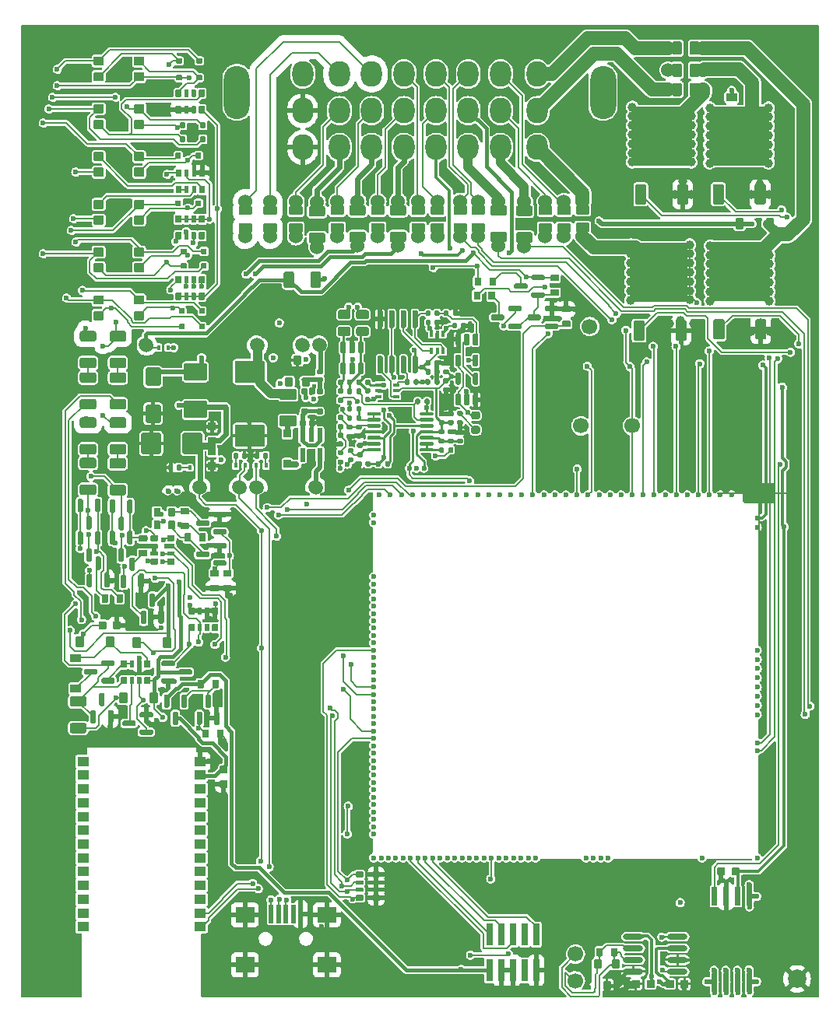
<source format=gtl>
G75*
G70*
%OFA0B0*%
%FSLAX25Y25*%
%IPPOS*%
%LPD*%
%AMOC8*
5,1,8,0,0,1.08239X$1,22.5*
%
%AMM128*
21,1,0.086610,0.073230,-0.000000,-0.000000,90.000000*
21,1,0.069290,0.090550,-0.000000,-0.000000,90.000000*
1,1,0.017320,0.036610,0.034650*
1,1,0.017320,0.036610,-0.034650*
1,1,0.017320,-0.036610,-0.034650*
1,1,0.017320,-0.036610,0.034650*
%
%AMM163*
21,1,0.074800,0.083460,0.000000,-0.000000,270.000000*
21,1,0.059840,0.098430,0.000000,-0.000000,270.000000*
1,1,0.014960,-0.041730,-0.029920*
1,1,0.014960,-0.041730,0.029920*
1,1,0.014960,0.041730,0.029920*
1,1,0.014960,0.041730,-0.029920*
%
%AMM164*
21,1,0.086610,0.073230,0.000000,-0.000000,180.000000*
21,1,0.069290,0.090550,0.000000,-0.000000,180.000000*
1,1,0.017320,-0.034650,0.036610*
1,1,0.017320,0.034650,0.036610*
1,1,0.017320,0.034650,-0.036610*
1,1,0.017320,-0.034650,-0.036610*
%
%AMM165*
21,1,0.078740,0.053540,0.000000,-0.000000,90.000000*
21,1,0.065350,0.066930,0.000000,-0.000000,90.000000*
1,1,0.013390,0.026770,0.032680*
1,1,0.013390,0.026770,-0.032680*
1,1,0.013390,-0.026770,-0.032680*
1,1,0.013390,-0.026770,0.032680*
%
%AMM166*
21,1,0.035430,0.030320,0.000000,-0.000000,0.000000*
21,1,0.028350,0.037400,0.000000,-0.000000,0.000000*
1,1,0.007090,0.014170,-0.015160*
1,1,0.007090,-0.014170,-0.015160*
1,1,0.007090,-0.014170,0.015160*
1,1,0.007090,0.014170,0.015160*
%
%AMM167*
21,1,0.021650,0.052760,0.000000,-0.000000,180.000000*
21,1,0.017320,0.057090,0.000000,-0.000000,180.000000*
1,1,0.004330,-0.008660,0.026380*
1,1,0.004330,0.008660,0.026380*
1,1,0.004330,0.008660,-0.026380*
1,1,0.004330,-0.008660,-0.026380*
%
%AMM168*
21,1,0.035830,0.026770,0.000000,-0.000000,270.000000*
21,1,0.029130,0.033470,0.000000,-0.000000,270.000000*
1,1,0.006690,-0.013390,-0.014570*
1,1,0.006690,-0.013390,0.014570*
1,1,0.006690,0.013390,0.014570*
1,1,0.006690,0.013390,-0.014570*
%
%AMM169*
21,1,0.094490,0.111020,0.000000,-0.000000,270.000000*
21,1,0.075590,0.129920,0.000000,-0.000000,270.000000*
1,1,0.018900,-0.055510,-0.037800*
1,1,0.018900,-0.055510,0.037800*
1,1,0.018900,0.055510,0.037800*
1,1,0.018900,0.055510,-0.037800*
%
%AMM170*
21,1,0.070870,0.036220,0.000000,-0.000000,0.000000*
21,1,0.061810,0.045280,0.000000,-0.000000,0.000000*
1,1,0.009060,0.030910,-0.018110*
1,1,0.009060,-0.030910,-0.018110*
1,1,0.009060,-0.030910,0.018110*
1,1,0.009060,0.030910,0.018110*
%
%AMM171*
21,1,0.033470,0.026770,0.000000,-0.000000,270.000000*
21,1,0.026770,0.033470,0.000000,-0.000000,270.000000*
1,1,0.006690,-0.013390,-0.013390*
1,1,0.006690,-0.013390,0.013390*
1,1,0.006690,0.013390,0.013390*
1,1,0.006690,0.013390,-0.013390*
%
%AMM172*
21,1,0.015750,0.016540,0.000000,-0.000000,180.000000*
21,1,0.012600,0.019680,0.000000,-0.000000,180.000000*
1,1,0.003150,-0.006300,0.008270*
1,1,0.003150,0.006300,0.008270*
1,1,0.003150,0.006300,-0.008270*
1,1,0.003150,-0.006300,-0.008270*
%
%AMM173*
21,1,0.023620,0.018900,0.000000,-0.000000,0.000000*
21,1,0.018900,0.023620,0.000000,-0.000000,0.000000*
1,1,0.004720,0.009450,-0.009450*
1,1,0.004720,-0.009450,-0.009450*
1,1,0.004720,-0.009450,0.009450*
1,1,0.004720,0.009450,0.009450*
%
%AMM174*
21,1,0.019680,0.019680,0.000000,-0.000000,270.000000*
21,1,0.015750,0.023620,0.000000,-0.000000,270.000000*
1,1,0.003940,-0.009840,-0.007870*
1,1,0.003940,-0.009840,0.007870*
1,1,0.003940,0.009840,0.007870*
1,1,0.003940,0.009840,-0.007870*
%
%AMM175*
21,1,0.019680,0.019680,0.000000,-0.000000,180.000000*
21,1,0.015750,0.023620,0.000000,-0.000000,180.000000*
1,1,0.003940,-0.007870,0.009840*
1,1,0.003940,0.007870,0.009840*
1,1,0.003940,0.007870,-0.009840*
1,1,0.003940,-0.007870,-0.009840*
%
%AMM251*
21,1,0.043310,0.075980,-0.000000,-0.000000,0.000000*
21,1,0.034650,0.084650,-0.000000,-0.000000,0.000000*
1,1,0.008660,0.017320,-0.037990*
1,1,0.008660,-0.017320,-0.037990*
1,1,0.008660,-0.017320,0.037990*
1,1,0.008660,0.017320,0.037990*
%
%AMM252*
21,1,0.043310,0.075990,-0.000000,-0.000000,0.000000*
21,1,0.034650,0.084650,-0.000000,-0.000000,0.000000*
1,1,0.008660,0.017320,-0.037990*
1,1,0.008660,-0.017320,-0.037990*
1,1,0.008660,-0.017320,0.037990*
1,1,0.008660,0.017320,0.037990*
%
%AMM253*
21,1,0.137800,0.067720,-0.000000,-0.000000,0.000000*
21,1,0.120870,0.084650,-0.000000,-0.000000,0.000000*
1,1,0.016930,0.060430,-0.033860*
1,1,0.016930,-0.060430,-0.033860*
1,1,0.016930,-0.060430,0.033860*
1,1,0.016930,0.060430,0.033860*
%
%AMM254*
21,1,0.039370,0.035430,-0.000000,-0.000000,0.000000*
21,1,0.031500,0.043310,-0.000000,-0.000000,0.000000*
1,1,0.007870,0.015750,-0.017720*
1,1,0.007870,-0.015750,-0.017720*
1,1,0.007870,-0.015750,0.017720*
1,1,0.007870,0.015750,0.017720*
%
%AMM255*
21,1,0.023620,0.030710,-0.000000,-0.000000,180.000000*
21,1,0.018900,0.035430,-0.000000,-0.000000,180.000000*
1,1,0.004720,-0.009450,0.015350*
1,1,0.004720,0.009450,0.015350*
1,1,0.004720,0.009450,-0.015350*
1,1,0.004720,-0.009450,-0.015350*
%
%AMM256*
21,1,0.027560,0.018900,-0.000000,-0.000000,180.000000*
21,1,0.022840,0.023620,-0.000000,-0.000000,180.000000*
1,1,0.004720,-0.011420,0.009450*
1,1,0.004720,0.011420,0.009450*
1,1,0.004720,0.011420,-0.009450*
1,1,0.004720,-0.011420,-0.009450*
%
%AMM257*
21,1,0.023620,0.030710,-0.000000,-0.000000,270.000000*
21,1,0.018900,0.035430,-0.000000,-0.000000,270.000000*
1,1,0.004720,-0.015350,-0.009450*
1,1,0.004720,-0.015350,0.009450*
1,1,0.004720,0.015350,0.009450*
1,1,0.004720,0.015350,-0.009450*
%
%AMM258*
21,1,0.025590,0.026380,-0.000000,-0.000000,90.000000*
21,1,0.020470,0.031500,-0.000000,-0.000000,90.000000*
1,1,0.005120,0.013190,0.010240*
1,1,0.005120,0.013190,-0.010240*
1,1,0.005120,-0.013190,-0.010240*
1,1,0.005120,-0.013190,0.010240*
%
%AMM259*
21,1,0.017720,0.027950,-0.000000,-0.000000,90.000000*
21,1,0.014170,0.031500,-0.000000,-0.000000,90.000000*
1,1,0.003540,0.013980,0.007090*
1,1,0.003540,0.013980,-0.007090*
1,1,0.003540,-0.013980,-0.007090*
1,1,0.003540,-0.013980,0.007090*
%
%AMM260*
21,1,0.031500,0.072440,-0.000000,-0.000000,90.000000*
21,1,0.025200,0.078740,-0.000000,-0.000000,90.000000*
1,1,0.006300,0.036220,0.012600*
1,1,0.006300,0.036220,-0.012600*
1,1,0.006300,-0.036220,-0.012600*
1,1,0.006300,-0.036220,0.012600*
%
%AMM261*
21,1,0.012600,0.028980,-0.000000,-0.000000,90.000000*
21,1,0.010080,0.031500,-0.000000,-0.000000,90.000000*
1,1,0.002520,0.014490,0.005040*
1,1,0.002520,0.014490,-0.005040*
1,1,0.002520,-0.014490,-0.005040*
1,1,0.002520,-0.014490,0.005040*
%
%AMM262*
21,1,0.012600,0.028980,-0.000000,-0.000000,180.000000*
21,1,0.010080,0.031500,-0.000000,-0.000000,180.000000*
1,1,0.002520,-0.005040,0.014490*
1,1,0.002520,0.005040,0.014490*
1,1,0.002520,0.005040,-0.014490*
1,1,0.002520,-0.005040,-0.014490*
%
%AMM263*
21,1,0.039370,0.035430,-0.000000,-0.000000,270.000000*
21,1,0.031500,0.043310,-0.000000,-0.000000,270.000000*
1,1,0.007870,-0.017720,-0.015750*
1,1,0.007870,-0.017720,0.015750*
1,1,0.007870,0.017720,0.015750*
1,1,0.007870,0.017720,-0.015750*
%
%AMM264*
21,1,0.027560,0.018900,-0.000000,-0.000000,90.000000*
21,1,0.022840,0.023620,-0.000000,-0.000000,90.000000*
1,1,0.004720,0.009450,0.011420*
1,1,0.004720,0.009450,-0.011420*
1,1,0.004720,-0.009450,-0.011420*
1,1,0.004720,-0.009450,0.011420*
%
%AMM73*
21,1,0.027560,0.030710,0.000000,0.000000,180.000000*
21,1,0.022050,0.036220,0.000000,0.000000,180.000000*
1,1,0.005510,-0.011020,0.015350*
1,1,0.005510,0.011020,0.015350*
1,1,0.005510,0.011020,-0.015350*
1,1,0.005510,-0.011020,-0.015350*
%
%AMM76*
21,1,0.035430,0.030320,0.000000,0.000000,180.000000*
21,1,0.028350,0.037400,0.000000,0.000000,180.000000*
1,1,0.007090,-0.014170,0.015160*
1,1,0.007090,0.014170,0.015160*
1,1,0.007090,0.014170,-0.015160*
1,1,0.007090,-0.014170,-0.015160*
%
%AMM9*
21,1,0.033470,0.026770,0.000000,0.000000,0.000000*
21,1,0.026770,0.033470,0.000000,0.000000,0.000000*
1,1,0.006690,0.013390,-0.013390*
1,1,0.006690,-0.013390,-0.013390*
1,1,0.006690,-0.013390,0.013390*
1,1,0.006690,0.013390,0.013390*
%
%ADD10C,0.06000*%
%ADD100C,0.02756*%
%ADD11C,0.06693*%
%ADD12R,0.01969X0.07874*%
%ADD13R,0.07874X0.06693*%
%ADD130R,0.02559X0.01575*%
%ADD137R,0.01575X0.02559*%
%ADD14R,0.22835X0.25197*%
%ADD142O,0.05118X0.00866*%
%ADD143O,0.00866X0.05118*%
%ADD15O,0.00787X0.22323*%
%ADD151O,0.01181X0.04331*%
%ADD152O,0.04331X0.01181*%
%ADD154O,0.08661X0.02362*%
%ADD156R,0.01476X0.01378*%
%ADD157R,0.01378X0.01476*%
%ADD16O,0.00787X0.26772*%
%ADD160R,0.36221X0.00787*%
%ADD161C,0.03100*%
%ADD162C,0.00492*%
%ADD163C,0.03900*%
%ADD164C,0.04331*%
%ADD165C,0.05512*%
%ADD17O,0.01969X0.00984*%
%ADD18O,0.43701X0.00787*%
%ADD19O,0.38583X0.01575*%
%ADD20O,0.00984X0.01969*%
%ADD202M73*%
%ADD206M76*%
%ADD21C,0.02362*%
%ADD22C,0.05906*%
%ADD224O,0.01968X0.00984*%
%ADD225O,0.00984X0.01968*%
%ADD23O,0.12992X0.00787*%
%ADD24O,0.40157X0.00787*%
%ADD244O,0.40158X0.00787*%
%ADD25O,0.05906X0.00787*%
%ADD26O,0.00787X0.60630*%
%ADD27O,0.10236X0.00787*%
%ADD271M128*%
%ADD28O,0.00787X0.66929*%
%ADD29O,0.03937X0.00787*%
%ADD30O,0.01181X0.00787*%
%ADD306M163*%
%ADD307M164*%
%ADD308M165*%
%ADD309M166*%
%ADD31O,0.18898X0.00787*%
%ADD310M167*%
%ADD311M168*%
%ADD312M169*%
%ADD313M170*%
%ADD314M171*%
%ADD315M172*%
%ADD316M173*%
%ADD317M174*%
%ADD318M175*%
%ADD32R,0.00984X0.71654*%
%ADD33R,0.25591X0.00984*%
%ADD34R,0.25394X0.00984*%
%ADD35R,0.04921X0.00984*%
%ADD36R,0.53740X0.00984*%
%ADD37R,0.01378X0.00984*%
%ADD38R,0.05118X0.03937*%
%ADD39C,0.07874*%
%ADD40R,0.00787X0.48819*%
%ADD41R,0.00787X0.07874*%
%ADD412M251*%
%ADD413M252*%
%ADD414M253*%
%ADD415M254*%
%ADD416M255*%
%ADD417M256*%
%ADD418M257*%
%ADD419M258*%
%ADD42R,0.00787X0.09055*%
%ADD420M259*%
%ADD421M260*%
%ADD422M261*%
%ADD423M262*%
%ADD424M263*%
%ADD425M264*%
%ADD43R,0.17717X0.00787*%
%ADD44R,0.05512X0.00787*%
%ADD45R,0.00787X0.08268*%
%ADD46R,0.00787X0.42126*%
%ADD47R,0.00787X0.19291*%
%ADD48R,0.00787X0.06299*%
%ADD49R,0.36220X0.00787*%
%ADD50R,0.19685X0.00787*%
%ADD51O,0.11024X0.22835*%
%ADD52O,0.09055X0.11024*%
%ADD53R,0.02913X0.09449*%
%ADD54C,0.03937*%
%ADD55C,0.09843*%
%ADD56C,0.00787*%
%ADD57C,0.01575*%
%ADD58C,0.01181*%
%ADD59C,0.00800*%
%ADD60C,0.01969*%
%ADD61C,0.02000*%
%ADD68C,0.00984*%
%ADD76C,0.01968*%
%ADD85M9*%
%ADD99C,0.03150*%
X0000000Y0000000D02*
%LPD*%
G01*
G36*
G01*
X0198667Y0328156D02*
X0193746Y0328156D01*
G75*
G02*
X0193352Y0328550I0000000J0000394D01*
G01*
X0193352Y0331699D01*
G75*
G02*
X0193746Y0332093I0000394J0000000D01*
G01*
X0198667Y0332093D01*
G75*
G02*
X0199061Y0331699I0000000J-000394D01*
G01*
X0199061Y0328550D01*
G75*
G02*
X0198667Y0328156I-000394J0000000D01*
G01*
G37*
D10*
X0196206Y0326364D03*
G36*
G01*
X0198667Y0335636D02*
X0193746Y0335636D01*
G75*
G02*
X0193352Y0336030I0000000J0000394D01*
G01*
X0193352Y0339180D01*
G75*
G02*
X0193746Y0339573I0000394J0000000D01*
G01*
X0198667Y0339573D01*
G75*
G02*
X0199061Y0339180I0000000J-000394D01*
G01*
X0199061Y0336030D01*
G75*
G02*
X0198667Y0335636I-000394J0000000D01*
G01*
G37*
X0196206Y0341364D03*
G36*
G01*
X0068937Y0210039D02*
X0072008Y0210039D01*
G75*
G02*
X0072283Y0209764I0000000J-000276D01*
G01*
X0072283Y0207559D01*
G75*
G02*
X0072008Y0207283I-000276J0000000D01*
G01*
X0068937Y0207283D01*
G75*
G02*
X0068661Y0207559I0000000J0000276D01*
G01*
X0068661Y0209764D01*
G75*
G02*
X0068937Y0210039I0000276J0000000D01*
G01*
G37*
G36*
G01*
X0068937Y0203740D02*
X0072008Y0203740D01*
G75*
G02*
X0072283Y0203465I0000000J-000276D01*
G01*
X0072283Y0201260D01*
G75*
G02*
X0072008Y0200984I-000276J0000000D01*
G01*
X0068937Y0200984D01*
G75*
G02*
X0068661Y0201260I0000000J0000276D01*
G01*
X0068661Y0203465D01*
G75*
G02*
X0068937Y0203740I0000276J0000000D01*
G01*
G37*
G36*
G01*
X0066535Y0299469D02*
X0066535Y0302106D01*
G75*
G02*
X0066791Y0302362I0000256J0000000D01*
G01*
X0068839Y0302362D01*
G75*
G02*
X0069094Y0302106I0000000J-000256D01*
G01*
X0069094Y0299469D01*
G75*
G02*
X0068839Y0299213I-000256J0000000D01*
G01*
X0066791Y0299213D01*
G75*
G02*
X0066535Y0299469I0000000J0000256D01*
G01*
G37*
G36*
G01*
X0070374Y0299390D02*
X0070374Y0302185D01*
G75*
G02*
X0070551Y0302362I0000177J0000000D01*
G01*
X0071969Y0302362D01*
G75*
G02*
X0072146Y0302185I0000000J-000177D01*
G01*
X0072146Y0299390D01*
G75*
G02*
X0071969Y0299213I-000177J0000000D01*
G01*
X0070551Y0299213D01*
G75*
G02*
X0070374Y0299390I0000000J0000177D01*
G01*
G37*
G36*
G01*
X0073524Y0299390D02*
X0073524Y0302185D01*
G75*
G02*
X0073701Y0302362I0000177J0000000D01*
G01*
X0075118Y0302362D01*
G75*
G02*
X0075295Y0302185I0000000J-000177D01*
G01*
X0075295Y0299390D01*
G75*
G02*
X0075118Y0299213I-000177J0000000D01*
G01*
X0073701Y0299213D01*
G75*
G02*
X0073524Y0299390I0000000J0000177D01*
G01*
G37*
G36*
G01*
X0076575Y0299469D02*
X0076575Y0302106D01*
G75*
G02*
X0076831Y0302362I0000256J0000000D01*
G01*
X0078878Y0302362D01*
G75*
G02*
X0079134Y0302106I0000000J-000256D01*
G01*
X0079134Y0299469D01*
G75*
G02*
X0078878Y0299213I-000256J0000000D01*
G01*
X0076831Y0299213D01*
G75*
G02*
X0076575Y0299469I0000000J0000256D01*
G01*
G37*
G36*
G01*
X0076575Y0306555D02*
X0076575Y0309193D01*
G75*
G02*
X0076831Y0309449I0000256J0000000D01*
G01*
X0078878Y0309449D01*
G75*
G02*
X0079134Y0309193I0000000J-000256D01*
G01*
X0079134Y0306555D01*
G75*
G02*
X0078878Y0306299I-000256J0000000D01*
G01*
X0076831Y0306299D01*
G75*
G02*
X0076575Y0306555I0000000J0000256D01*
G01*
G37*
G36*
G01*
X0073524Y0306476D02*
X0073524Y0309272D01*
G75*
G02*
X0073701Y0309449I0000177J0000000D01*
G01*
X0075118Y0309449D01*
G75*
G02*
X0075295Y0309272I0000000J-000177D01*
G01*
X0075295Y0306476D01*
G75*
G02*
X0075118Y0306299I-000177J0000000D01*
G01*
X0073701Y0306299D01*
G75*
G02*
X0073524Y0306476I0000000J0000177D01*
G01*
G37*
G36*
G01*
X0070374Y0306476D02*
X0070374Y0309272D01*
G75*
G02*
X0070551Y0309449I0000177J0000000D01*
G01*
X0071969Y0309449D01*
G75*
G02*
X0072146Y0309272I0000000J-000177D01*
G01*
X0072146Y0306476D01*
G75*
G02*
X0071969Y0306299I-000177J0000000D01*
G01*
X0070551Y0306299D01*
G75*
G02*
X0070374Y0306476I0000000J0000177D01*
G01*
G37*
G36*
G01*
X0066535Y0306555D02*
X0066535Y0309193D01*
G75*
G02*
X0066791Y0309449I0000256J0000000D01*
G01*
X0068839Y0309449D01*
G75*
G02*
X0069094Y0309193I0000000J-000256D01*
G01*
X0069094Y0306555D01*
G75*
G02*
X0068839Y0306299I-000256J0000000D01*
G01*
X0066791Y0306299D01*
G75*
G02*
X0066535Y0306555I0000000J0000256D01*
G01*
G37*
G36*
G01*
X0079228Y0354909D02*
X0079228Y0352272D01*
G75*
G02*
X0078972Y0352016I-000256J0000000D01*
G01*
X0076925Y0352016D01*
G75*
G02*
X0076669Y0352272I0000000J0000256D01*
G01*
X0076669Y0354909D01*
G75*
G02*
X0076925Y0355165I0000256J0000000D01*
G01*
X0078972Y0355165D01*
G75*
G02*
X0079228Y0354909I0000000J-000256D01*
G01*
G37*
G36*
G01*
X0075390Y0354988D02*
X0075390Y0352193D01*
G75*
G02*
X0075213Y0352016I-000177J0000000D01*
G01*
X0073795Y0352016D01*
G75*
G02*
X0073618Y0352193I0000000J0000177D01*
G01*
X0073618Y0354988D01*
G75*
G02*
X0073795Y0355165I0000177J0000000D01*
G01*
X0075213Y0355165D01*
G75*
G02*
X0075390Y0354988I0000000J-000177D01*
G01*
G37*
G36*
G01*
X0072240Y0354988D02*
X0072240Y0352193D01*
G75*
G02*
X0072063Y0352016I-000177J0000000D01*
G01*
X0070646Y0352016D01*
G75*
G02*
X0070469Y0352193I0000000J0000177D01*
G01*
X0070469Y0354988D01*
G75*
G02*
X0070646Y0355165I0000177J0000000D01*
G01*
X0072063Y0355165D01*
G75*
G02*
X0072240Y0354988I0000000J-000177D01*
G01*
G37*
G36*
G01*
X0069189Y0354909D02*
X0069189Y0352272D01*
G75*
G02*
X0068933Y0352016I-000256J0000000D01*
G01*
X0066886Y0352016D01*
G75*
G02*
X0066630Y0352272I0000000J0000256D01*
G01*
X0066630Y0354909D01*
G75*
G02*
X0066886Y0355165I0000256J0000000D01*
G01*
X0068933Y0355165D01*
G75*
G02*
X0069189Y0354909I0000000J-000256D01*
G01*
G37*
G36*
G01*
X0069189Y0347823D02*
X0069189Y0345185D01*
G75*
G02*
X0068933Y0344929I-000256J0000000D01*
G01*
X0066886Y0344929D01*
G75*
G02*
X0066630Y0345185I0000000J0000256D01*
G01*
X0066630Y0347823D01*
G75*
G02*
X0066886Y0348079I0000256J0000000D01*
G01*
X0068933Y0348079D01*
G75*
G02*
X0069189Y0347823I0000000J-000256D01*
G01*
G37*
G36*
G01*
X0072240Y0347902D02*
X0072240Y0345106D01*
G75*
G02*
X0072063Y0344929I-000177J0000000D01*
G01*
X0070646Y0344929D01*
G75*
G02*
X0070469Y0345106I0000000J0000177D01*
G01*
X0070469Y0347902D01*
G75*
G02*
X0070646Y0348079I0000177J0000000D01*
G01*
X0072063Y0348079D01*
G75*
G02*
X0072240Y0347902I0000000J-000177D01*
G01*
G37*
G36*
G01*
X0075390Y0347902D02*
X0075390Y0345106D01*
G75*
G02*
X0075213Y0344929I-000177J0000000D01*
G01*
X0073795Y0344929D01*
G75*
G02*
X0073618Y0345106I0000000J0000177D01*
G01*
X0073618Y0347902D01*
G75*
G02*
X0073795Y0348079I0000177J0000000D01*
G01*
X0075213Y0348079D01*
G75*
G02*
X0075390Y0347902I0000000J-000177D01*
G01*
G37*
G36*
G01*
X0079228Y0347823D02*
X0079228Y0345185D01*
G75*
G02*
X0078972Y0344929I-000256J0000000D01*
G01*
X0076925Y0344929D01*
G75*
G02*
X0076669Y0345185I0000000J0000256D01*
G01*
X0076669Y0347823D01*
G75*
G02*
X0076925Y0348079I0000256J0000000D01*
G01*
X0078972Y0348079D01*
G75*
G02*
X0079228Y0347823I0000000J-000256D01*
G01*
G37*
G36*
G01*
X0088583Y0090020D02*
X0085906Y0090020D01*
G75*
G02*
X0085571Y0090354I0000000J0000335D01*
G01*
X0085571Y0093031D01*
G75*
G02*
X0085906Y0093366I0000335J0000000D01*
G01*
X0088583Y0093366D01*
G75*
G02*
X0088917Y0093031I0000000J-000335D01*
G01*
X0088917Y0090354D01*
G75*
G02*
X0088583Y0090020I-000335J0000000D01*
G01*
G37*
G36*
G01*
X0088583Y0096240D02*
X0085906Y0096240D01*
G75*
G02*
X0085571Y0096575I0000000J0000335D01*
G01*
X0085571Y0099252D01*
G75*
G02*
X0085906Y0099587I0000335J0000000D01*
G01*
X0088583Y0099587D01*
G75*
G02*
X0088917Y0099252I0000000J-000335D01*
G01*
X0088917Y0096575D01*
G75*
G02*
X0088583Y0096240I-000335J0000000D01*
G01*
G37*
G36*
G01*
X0190975Y0328240D02*
X0186053Y0328240D01*
G75*
G02*
X0185660Y0328634I0000000J0000394D01*
G01*
X0185660Y0331784D01*
G75*
G02*
X0186053Y0332177I0000394J0000000D01*
G01*
X0190975Y0332177D01*
G75*
G02*
X0191368Y0331784I0000000J-000394D01*
G01*
X0191368Y0328634D01*
G75*
G02*
X0190975Y0328240I-000394J0000000D01*
G01*
G37*
X0188514Y0326449D03*
G36*
G01*
X0190975Y0335721D02*
X0186053Y0335721D01*
G75*
G02*
X0185660Y0336114I0000000J0000394D01*
G01*
X0185660Y0339264D01*
G75*
G02*
X0186053Y0339658I0000394J0000000D01*
G01*
X0190975Y0339658D01*
G75*
G02*
X0191368Y0339264I0000000J-000394D01*
G01*
X0191368Y0336114D01*
G75*
G02*
X0190975Y0335721I-000394J0000000D01*
G01*
G37*
X0188514Y0341449D03*
G36*
G01*
X0032677Y0236594D02*
X0032677Y0233878D01*
G75*
G02*
X0031772Y0232972I-000906J0000000D01*
G01*
X0026496Y0232972D01*
G75*
G02*
X0025591Y0233878I0000000J0000906D01*
G01*
X0025591Y0236594D01*
G75*
G02*
X0026496Y0237500I0000906J0000000D01*
G01*
X0031772Y0237500D01*
G75*
G02*
X0032677Y0236594I0000000J-000906D01*
G01*
G37*
G36*
G01*
X0032677Y0248012D02*
X0032677Y0245295D01*
G75*
G02*
X0031772Y0244390I-000906J0000000D01*
G01*
X0026496Y0244390D01*
G75*
G02*
X0025591Y0245295I0000000J0000906D01*
G01*
X0025591Y0248012D01*
G75*
G02*
X0026496Y0248917I0000906J0000000D01*
G01*
X0031772Y0248917D01*
G75*
G02*
X0032677Y0248012I0000000J-000906D01*
G01*
G37*
X0144488Y0341535D03*
G36*
G01*
X0140945Y0336240D02*
X0140945Y0338957D01*
G75*
G02*
X0141850Y0339862I0000906J0000000D01*
G01*
X0147126Y0339862D01*
G75*
G02*
X0148031Y0338957I0000000J-000906D01*
G01*
X0148031Y0336240D01*
G75*
G02*
X0147126Y0335335I-000906J0000000D01*
G01*
X0141850Y0335335D01*
G75*
G02*
X0140945Y0336240I0000000J0000906D01*
G01*
G37*
X0144488Y0322244D03*
G36*
G01*
X0140945Y0324823D02*
X0140945Y0327539D01*
G75*
G02*
X0141850Y0328445I0000906J0000000D01*
G01*
X0147126Y0328445D01*
G75*
G02*
X0148031Y0327539I0000000J-000906D01*
G01*
X0148031Y0324823D01*
G75*
G02*
X0147126Y0323917I-000906J0000000D01*
G01*
X0141850Y0323917D01*
G75*
G02*
X0140945Y0324823I0000000J0000906D01*
G01*
G37*
G36*
G01*
X0224705Y0301969D02*
X0224705Y0300787D01*
G75*
G02*
X0224114Y0300197I-000591J0000000D01*
G01*
X0219488Y0300197D01*
G75*
G02*
X0218898Y0300787I0000000J0000591D01*
G01*
X0218898Y0301969D01*
G75*
G02*
X0219488Y0302559I0000591J0000000D01*
G01*
X0224114Y0302559D01*
G75*
G02*
X0224705Y0301969I0000000J-000591D01*
G01*
G37*
G36*
G01*
X0217323Y0305709D02*
X0217323Y0304528D01*
G75*
G02*
X0216732Y0303937I-000591J0000000D01*
G01*
X0212106Y0303937D01*
G75*
G02*
X0211516Y0304528I0000000J0000591D01*
G01*
X0211516Y0305709D01*
G75*
G02*
X0212106Y0306299I0000591J0000000D01*
G01*
X0216732Y0306299D01*
G75*
G02*
X0217323Y0305709I0000000J-000591D01*
G01*
G37*
G36*
G01*
X0224705Y0309449D02*
X0224705Y0308268D01*
G75*
G02*
X0224114Y0307677I-000591J0000000D01*
G01*
X0219488Y0307677D01*
G75*
G02*
X0218898Y0308268I0000000J0000591D01*
G01*
X0218898Y0309449D01*
G75*
G02*
X0219488Y0310039I0000591J0000000D01*
G01*
X0224114Y0310039D01*
G75*
G02*
X0224705Y0309449I0000000J-000591D01*
G01*
G37*
G36*
G01*
X0069140Y0314961D02*
X0071030Y0314961D01*
G75*
G02*
X0071266Y0314724I0000000J-000236D01*
G01*
X0071266Y0312835D01*
G75*
G02*
X0071030Y0312598I-000236J0000000D01*
G01*
X0069140Y0312598D01*
G75*
G02*
X0068904Y0312835I0000000J0000236D01*
G01*
X0068904Y0314724D01*
G75*
G02*
X0069140Y0314961I0000236J0000000D01*
G01*
G37*
G36*
G01*
X0077801Y0314961D02*
X0079691Y0314961D01*
G75*
G02*
X0079927Y0314724I0000000J-000236D01*
G01*
X0079927Y0312835D01*
G75*
G02*
X0079691Y0312598I-000236J0000000D01*
G01*
X0077801Y0312598D01*
G75*
G02*
X0077565Y0312835I0000000J0000236D01*
G01*
X0077565Y0314724D01*
G75*
G02*
X0077801Y0314961I0000236J0000000D01*
G01*
G37*
G36*
G01*
X0052756Y0331496D02*
X0049213Y0331496D01*
G75*
G02*
X0048819Y0331890I0000000J0000394D01*
G01*
X0048819Y0335039D01*
G75*
G02*
X0049213Y0335433I0000394J0000000D01*
G01*
X0052756Y0335433D01*
G75*
G02*
X0053150Y0335039I0000000J-000394D01*
G01*
X0053150Y0331890D01*
G75*
G02*
X0052756Y0331496I-000394J0000000D01*
G01*
G37*
G36*
G01*
X0052756Y0338189D02*
X0049213Y0338189D01*
G75*
G02*
X0048819Y0338583I0000000J0000394D01*
G01*
X0048819Y0341732D01*
G75*
G02*
X0049213Y0342126I0000394J0000000D01*
G01*
X0052756Y0342126D01*
G75*
G02*
X0053150Y0341732I0000000J-000394D01*
G01*
X0053150Y0338583D01*
G75*
G02*
X0052756Y0338189I-000394J0000000D01*
G01*
G37*
G36*
G01*
X0067159Y0402805D02*
X0069049Y0402805D01*
G75*
G02*
X0069285Y0402569I0000000J-000236D01*
G01*
X0069285Y0400679D01*
G75*
G02*
X0069049Y0400443I-000236J0000000D01*
G01*
X0067159Y0400443D01*
G75*
G02*
X0066923Y0400679I0000000J0000236D01*
G01*
X0066923Y0402569D01*
G75*
G02*
X0067159Y0402805I0000236J0000000D01*
G01*
G37*
G36*
G01*
X0075821Y0402805D02*
X0077711Y0402805D01*
G75*
G02*
X0077947Y0402569I0000000J-000236D01*
G01*
X0077947Y0400679D01*
G75*
G02*
X0077711Y0400443I-000236J0000000D01*
G01*
X0075821Y0400443D01*
G75*
G02*
X0075585Y0400679I0000000J0000236D01*
G01*
X0075585Y0402569D01*
G75*
G02*
X0075821Y0402805I0000236J0000000D01*
G01*
G37*
G36*
G01*
X0056949Y0114606D02*
X0056949Y0113425D01*
G75*
G02*
X0056358Y0112835I-000591J0000000D01*
G01*
X0051732Y0112835D01*
G75*
G02*
X0051142Y0113425I0000000J0000591D01*
G01*
X0051142Y0114606D01*
G75*
G02*
X0051732Y0115197I0000591J0000000D01*
G01*
X0056358Y0115197D01*
G75*
G02*
X0056949Y0114606I0000000J-000591D01*
G01*
G37*
G36*
G01*
X0049567Y0118346D02*
X0049567Y0117165D01*
G75*
G02*
X0048976Y0116575I-000591J0000000D01*
G01*
X0044350Y0116575D01*
G75*
G02*
X0043760Y0117165I0000000J0000591D01*
G01*
X0043760Y0118346D01*
G75*
G02*
X0044350Y0118937I0000591J0000000D01*
G01*
X0048976Y0118937D01*
G75*
G02*
X0049567Y0118346I0000000J-000591D01*
G01*
G37*
G36*
G01*
X0056949Y0122087D02*
X0056949Y0120906D01*
G75*
G02*
X0056358Y0120315I-000591J0000000D01*
G01*
X0051732Y0120315D01*
G75*
G02*
X0051142Y0120906I0000000J0000591D01*
G01*
X0051142Y0122087D01*
G75*
G02*
X0051732Y0122677I0000591J0000000D01*
G01*
X0056358Y0122677D01*
G75*
G02*
X0056949Y0122087I0000000J-000591D01*
G01*
G37*
G36*
G01*
X0032677Y0255886D02*
X0032677Y0253169D01*
G75*
G02*
X0031772Y0252264I-000906J0000000D01*
G01*
X0026496Y0252264D01*
G75*
G02*
X0025591Y0253169I0000000J0000906D01*
G01*
X0025591Y0255886D01*
G75*
G02*
X0026496Y0256791I0000906J0000000D01*
G01*
X0031772Y0256791D01*
G75*
G02*
X0032677Y0255886I0000000J-000906D01*
G01*
G37*
G36*
G01*
X0032677Y0267303D02*
X0032677Y0264587D01*
G75*
G02*
X0031772Y0263681I-000906J0000000D01*
G01*
X0026496Y0263681D01*
G75*
G02*
X0025591Y0264587I0000000J0000906D01*
G01*
X0025591Y0267303D01*
G75*
G02*
X0026496Y0268209I0000906J0000000D01*
G01*
X0031772Y0268209D01*
G75*
G02*
X0032677Y0267303I0000000J-000906D01*
G01*
G37*
G36*
G01*
X0040354Y0154764D02*
X0040354Y0150748D01*
G75*
G02*
X0040000Y0150394I-000354J0000000D01*
G01*
X0037165Y0150394D01*
G75*
G02*
X0036811Y0150748I0000000J0000354D01*
G01*
X0036811Y0154764D01*
G75*
G02*
X0037165Y0155118I0000354J0000000D01*
G01*
X0040000Y0155118D01*
G75*
G02*
X0040354Y0154764I0000000J-000354D01*
G01*
G37*
G36*
G01*
X0027362Y0154764D02*
X0027362Y0150748D01*
G75*
G02*
X0027008Y0150394I-000354J0000000D01*
G01*
X0024173Y0150394D01*
G75*
G02*
X0023819Y0150748I0000000J0000354D01*
G01*
X0023819Y0154764D01*
G75*
G02*
X0024173Y0155118I0000354J0000000D01*
G01*
X0027008Y0155118D01*
G75*
G02*
X0027362Y0154764I0000000J-000354D01*
G01*
G37*
G36*
G01*
X0052756Y0311024D02*
X0049213Y0311024D01*
G75*
G02*
X0048819Y0311417I0000000J0000394D01*
G01*
X0048819Y0314567D01*
G75*
G02*
X0049213Y0314961I0000394J0000000D01*
G01*
X0052756Y0314961D01*
G75*
G02*
X0053150Y0314567I0000000J-000394D01*
G01*
X0053150Y0311417D01*
G75*
G02*
X0052756Y0311024I-000394J0000000D01*
G01*
G37*
G36*
G01*
X0052756Y0317717D02*
X0049213Y0317717D01*
G75*
G02*
X0048819Y0318110I0000000J0000394D01*
G01*
X0048819Y0321260D01*
G75*
G02*
X0049213Y0321654I0000394J0000000D01*
G01*
X0052756Y0321654D01*
G75*
G02*
X0053150Y0321260I0000000J-000394D01*
G01*
X0053150Y0318110D01*
G75*
G02*
X0052756Y0317717I-000394J0000000D01*
G01*
G37*
D11*
X0243929Y0287795D03*
G36*
G01*
X0078150Y0111850D02*
X0078150Y0114921D01*
G75*
G02*
X0078425Y0115197I0000276J0000000D01*
G01*
X0080630Y0115197D01*
G75*
G02*
X0080906Y0114921I0000000J-000276D01*
G01*
X0080906Y0111850D01*
G75*
G02*
X0080630Y0111575I-000276J0000000D01*
G01*
X0078425Y0111575D01*
G75*
G02*
X0078150Y0111850I0000000J0000276D01*
G01*
G37*
G36*
G01*
X0084449Y0111850D02*
X0084449Y0114921D01*
G75*
G02*
X0084724Y0115197I0000276J0000000D01*
G01*
X0086929Y0115197D01*
G75*
G02*
X0087205Y0114921I0000000J-000276D01*
G01*
X0087205Y0111850D01*
G75*
G02*
X0086929Y0111575I-000276J0000000D01*
G01*
X0084724Y0111575D01*
G75*
G02*
X0084449Y0111850I0000000J0000276D01*
G01*
G37*
G36*
G01*
X0067165Y0395669D02*
X0069055Y0395669D01*
G75*
G02*
X0069291Y0395433I0000000J-000236D01*
G01*
X0069291Y0393543D01*
G75*
G02*
X0069055Y0393307I-000236J0000000D01*
G01*
X0067165Y0393307D01*
G75*
G02*
X0066929Y0393543I0000000J0000236D01*
G01*
X0066929Y0395433D01*
G75*
G02*
X0067165Y0395669I0000236J0000000D01*
G01*
G37*
G36*
G01*
X0075827Y0395669D02*
X0077717Y0395669D01*
G75*
G02*
X0077953Y0395433I0000000J-000236D01*
G01*
X0077953Y0393543D01*
G75*
G02*
X0077717Y0393307I-000236J0000000D01*
G01*
X0075827Y0393307D01*
G75*
G02*
X0075591Y0393543I0000000J0000236D01*
G01*
X0075591Y0395433D01*
G75*
G02*
X0075827Y0395669I0000236J0000000D01*
G01*
G37*
G36*
G01*
X0203346Y0302583D02*
X0203346Y0299512D01*
G75*
G02*
X0203071Y0299236I-000276J0000000D01*
G01*
X0200866Y0299236D01*
G75*
G02*
X0200591Y0299512I0000000J0000276D01*
G01*
X0200591Y0302583D01*
G75*
G02*
X0200866Y0302858I0000276J0000000D01*
G01*
X0203071Y0302858D01*
G75*
G02*
X0203346Y0302583I0000000J-000276D01*
G01*
G37*
G36*
G01*
X0197047Y0302583D02*
X0197047Y0299512D01*
G75*
G02*
X0196772Y0299236I-000276J0000000D01*
G01*
X0194567Y0299236D01*
G75*
G02*
X0194291Y0299512I0000000J0000276D01*
G01*
X0194291Y0302583D01*
G75*
G02*
X0194567Y0302858I0000276J0000000D01*
G01*
X0196772Y0302858D01*
G75*
G02*
X0197047Y0302583I0000000J-000276D01*
G01*
G37*
G36*
G01*
X0052756Y0372441D02*
X0049213Y0372441D01*
G75*
G02*
X0048819Y0372835I0000000J0000394D01*
G01*
X0048819Y0375984D01*
G75*
G02*
X0049213Y0376378I0000394J0000000D01*
G01*
X0052756Y0376378D01*
G75*
G02*
X0053150Y0375984I0000000J-000394D01*
G01*
X0053150Y0372835D01*
G75*
G02*
X0052756Y0372441I-000394J0000000D01*
G01*
G37*
G36*
G01*
X0052756Y0379134D02*
X0049213Y0379134D01*
G75*
G02*
X0048819Y0379528I0000000J0000394D01*
G01*
X0048819Y0382677D01*
G75*
G02*
X0049213Y0383071I0000394J0000000D01*
G01*
X0052756Y0383071D01*
G75*
G02*
X0053150Y0382677I0000000J-000394D01*
G01*
X0053150Y0379528D01*
G75*
G02*
X0052756Y0379134I-000394J0000000D01*
G01*
G37*
G36*
G01*
X0098917Y0328150D02*
X0093996Y0328150D01*
G75*
G02*
X0093602Y0328543I0000000J0000394D01*
G01*
X0093602Y0331693D01*
G75*
G02*
X0093996Y0332087I0000394J0000000D01*
G01*
X0098917Y0332087D01*
G75*
G02*
X0099311Y0331693I0000000J-000394D01*
G01*
X0099311Y0328543D01*
G75*
G02*
X0098917Y0328150I-000394J0000000D01*
G01*
G37*
D10*
X0096457Y0326358D03*
X0096457Y0341358D03*
G36*
G01*
X0098917Y0335630D02*
X0093996Y0335630D01*
G75*
G02*
X0093602Y0336024I0000000J0000394D01*
G01*
X0093602Y0339173D01*
G75*
G02*
X0093996Y0339567I0000394J0000000D01*
G01*
X0098917Y0339567D01*
G75*
G02*
X0099311Y0339173I0000000J-000394D01*
G01*
X0099311Y0336024D01*
G75*
G02*
X0098917Y0335630I-000394J0000000D01*
G01*
G37*
G36*
G01*
X0290748Y0409547D02*
X0290748Y0404626D01*
G75*
G02*
X0290354Y0404232I-000394J0000000D01*
G01*
X0287205Y0404232D01*
G75*
G02*
X0286811Y0404626I0000000J0000394D01*
G01*
X0286811Y0409547D01*
G75*
G02*
X0287205Y0409941I0000394J0000000D01*
G01*
X0290354Y0409941D01*
G75*
G02*
X0290748Y0409547I0000000J-000394D01*
G01*
G37*
X0292539Y0407087D03*
G36*
G01*
X0283268Y0409547D02*
X0283268Y0404626D01*
G75*
G02*
X0282874Y0404232I-000394J0000000D01*
G01*
X0279724Y0404232D01*
G75*
G02*
X0279331Y0404626I0000000J0000394D01*
G01*
X0279331Y0409547D01*
G75*
G02*
X0279724Y0409941I0000394J0000000D01*
G01*
X0282874Y0409941D01*
G75*
G02*
X0283268Y0409547I0000000J-000394D01*
G01*
G37*
X0277539Y0407087D03*
D12*
X0107520Y0036122D03*
X0110669Y0036122D03*
X0113819Y0036122D03*
X0116969Y0036122D03*
X0120118Y0036122D03*
D13*
X0131339Y0014272D03*
X0096299Y0014272D03*
X0131339Y0035728D03*
X0096299Y0035728D03*
G36*
G01*
X0045362Y0219114D02*
X0045362Y0216398D01*
G75*
G02*
X0044457Y0215492I-000906J0000000D01*
G01*
X0039181Y0215492D01*
G75*
G02*
X0038276Y0216398I0000000J0000906D01*
G01*
X0038276Y0219114D01*
G75*
G02*
X0039181Y0220020I0000906J0000000D01*
G01*
X0044457Y0220020D01*
G75*
G02*
X0045362Y0219114I0000000J-000906D01*
G01*
G37*
G36*
G01*
X0045362Y0230531D02*
X0045362Y0227815D01*
G75*
G02*
X0044457Y0226909I-000906J0000000D01*
G01*
X0039181Y0226909D01*
G75*
G02*
X0038276Y0227815I0000000J0000906D01*
G01*
X0038276Y0230531D01*
G75*
G02*
X0039181Y0231437I0000906J0000000D01*
G01*
X0044457Y0231437D01*
G75*
G02*
X0045362Y0230531I0000000J-000906D01*
G01*
G37*
G36*
G01*
X0300866Y0340157D02*
X0297087Y0340157D01*
G75*
G02*
X0296614Y0340630I0000000J0000472D01*
G01*
X0296614Y0348346D01*
G75*
G02*
X0297087Y0348819I0000472J0000000D01*
G01*
X0300866Y0348819D01*
G75*
G02*
X0301339Y0348346I0000000J-000472D01*
G01*
X0301339Y0340630D01*
G75*
G02*
X0300866Y0340157I-000472J0000000D01*
G01*
G37*
D14*
X0307953Y0369291D03*
G36*
G01*
X0318819Y0340157D02*
X0315039Y0340157D01*
G75*
G02*
X0314567Y0340630I0000000J0000472D01*
G01*
X0314567Y0348346D01*
G75*
G02*
X0315039Y0348819I0000472J0000000D01*
G01*
X0318819Y0348819D01*
G75*
G02*
X0319291Y0348346I0000000J-000472D01*
G01*
X0319291Y0340630D01*
G75*
G02*
X0318819Y0340157I-000472J0000000D01*
G01*
G37*
G36*
G01*
X0032677Y0200098D02*
X0033858Y0200098D01*
G75*
G02*
X0034449Y0199508I0000000J-000591D01*
G01*
X0034449Y0194882D01*
G75*
G02*
X0033858Y0194291I-000591J0000000D01*
G01*
X0032677Y0194291D01*
G75*
G02*
X0032087Y0194882I0000000J0000591D01*
G01*
X0032087Y0199508D01*
G75*
G02*
X0032677Y0200098I0000591J0000000D01*
G01*
G37*
G36*
G01*
X0028937Y0192717D02*
X0030118Y0192717D01*
G75*
G02*
X0030709Y0192126I0000000J-000591D01*
G01*
X0030709Y0187500D01*
G75*
G02*
X0030118Y0186909I-000591J0000000D01*
G01*
X0028937Y0186909D01*
G75*
G02*
X0028346Y0187500I0000000J0000591D01*
G01*
X0028346Y0192126D01*
G75*
G02*
X0028937Y0192717I0000591J0000000D01*
G01*
G37*
G36*
G01*
X0025197Y0200098D02*
X0026378Y0200098D01*
G75*
G02*
X0026969Y0199508I0000000J-000591D01*
G01*
X0026969Y0194882D01*
G75*
G02*
X0026378Y0194291I-000591J0000000D01*
G01*
X0025197Y0194291D01*
G75*
G02*
X0024606Y0194882I0000000J0000591D01*
G01*
X0024606Y0199508D01*
G75*
G02*
X0025197Y0200098I0000591J0000000D01*
G01*
G37*
G36*
G01*
X0235465Y0287598D02*
X0232394Y0287598D01*
G75*
G02*
X0232118Y0287874I0000000J0000276D01*
G01*
X0232118Y0290079D01*
G75*
G02*
X0232394Y0290354I0000276J0000000D01*
G01*
X0235465Y0290354D01*
G75*
G02*
X0235740Y0290079I0000000J-000276D01*
G01*
X0235740Y0287874D01*
G75*
G02*
X0235465Y0287598I-000276J0000000D01*
G01*
G37*
G36*
G01*
X0235465Y0293898D02*
X0232394Y0293898D01*
G75*
G02*
X0232118Y0294173I0000000J0000276D01*
G01*
X0232118Y0296378D01*
G75*
G02*
X0232394Y0296654I0000276J0000000D01*
G01*
X0235465Y0296654D01*
G75*
G02*
X0235740Y0296378I0000000J-000276D01*
G01*
X0235740Y0294173D01*
G75*
G02*
X0235465Y0293898I-000276J0000000D01*
G01*
G37*
G36*
G01*
X0081732Y0183465D02*
X0084803Y0183465D01*
G75*
G02*
X0085079Y0183189I0000000J-000276D01*
G01*
X0085079Y0180984D01*
G75*
G02*
X0084803Y0180709I-000276J0000000D01*
G01*
X0081732Y0180709D01*
G75*
G02*
X0081457Y0180984I0000000J0000276D01*
G01*
X0081457Y0183189D01*
G75*
G02*
X0081732Y0183465I0000276J0000000D01*
G01*
G37*
G36*
G01*
X0081732Y0177165D02*
X0084803Y0177165D01*
G75*
G02*
X0085079Y0176890I0000000J-000276D01*
G01*
X0085079Y0174685D01*
G75*
G02*
X0084803Y0174409I-000276J0000000D01*
G01*
X0081732Y0174409D01*
G75*
G02*
X0081457Y0174685I0000000J0000276D01*
G01*
X0081457Y0176890D01*
G75*
G02*
X0081732Y0177165I0000276J0000000D01*
G01*
G37*
G36*
G01*
X0044882Y0175689D02*
X0043701Y0175689D01*
G75*
G02*
X0043110Y0176280I0000000J0000591D01*
G01*
X0043110Y0180906D01*
G75*
G02*
X0043701Y0181496I0000591J0000000D01*
G01*
X0044882Y0181496D01*
G75*
G02*
X0045472Y0180906I0000000J-000591D01*
G01*
X0045472Y0176280D01*
G75*
G02*
X0044882Y0175689I-000591J0000000D01*
G01*
G37*
G36*
G01*
X0048622Y0183071D02*
X0047441Y0183071D01*
G75*
G02*
X0046850Y0183661I0000000J0000591D01*
G01*
X0046850Y0188287D01*
G75*
G02*
X0047441Y0188878I0000591J0000000D01*
G01*
X0048622Y0188878D01*
G75*
G02*
X0049213Y0188287I0000000J-000591D01*
G01*
X0049213Y0183661D01*
G75*
G02*
X0048622Y0183071I-000591J0000000D01*
G01*
G37*
G36*
G01*
X0052362Y0175689D02*
X0051181Y0175689D01*
G75*
G02*
X0050591Y0176280I0000000J0000591D01*
G01*
X0050591Y0180906D01*
G75*
G02*
X0051181Y0181496I0000591J0000000D01*
G01*
X0052362Y0181496D01*
G75*
G02*
X0052953Y0180906I0000000J-000591D01*
G01*
X0052953Y0176280D01*
G75*
G02*
X0052362Y0175689I-000591J0000000D01*
G01*
G37*
G36*
G01*
X0155610Y0328150D02*
X0150689Y0328150D01*
G75*
G02*
X0150295Y0328543I0000000J0000394D01*
G01*
X0150295Y0331693D01*
G75*
G02*
X0150689Y0332087I0000394J0000000D01*
G01*
X0155610Y0332087D01*
G75*
G02*
X0156004Y0331693I0000000J-000394D01*
G01*
X0156004Y0328543D01*
G75*
G02*
X0155610Y0328150I-000394J0000000D01*
G01*
G37*
D10*
X0153150Y0326358D03*
G36*
G01*
X0155610Y0335630D02*
X0150689Y0335630D01*
G75*
G02*
X0150295Y0336024I0000000J0000394D01*
G01*
X0150295Y0339173D01*
G75*
G02*
X0150689Y0339567I0000394J0000000D01*
G01*
X0155610Y0339567D01*
G75*
G02*
X0156004Y0339173I0000000J-000394D01*
G01*
X0156004Y0336024D01*
G75*
G02*
X0155610Y0335630I-000394J0000000D01*
G01*
G37*
X0153150Y0341358D03*
G36*
G01*
X0203740Y0308583D02*
X0203740Y0305512D01*
G75*
G02*
X0203465Y0305236I-000276J0000000D01*
G01*
X0201260Y0305236D01*
G75*
G02*
X0200984Y0305512I0000000J0000276D01*
G01*
X0200984Y0308583D01*
G75*
G02*
X0201260Y0308858I0000276J0000000D01*
G01*
X0203465Y0308858D01*
G75*
G02*
X0203740Y0308583I0000000J-000276D01*
G01*
G37*
G36*
G01*
X0197441Y0308583D02*
X0197441Y0305512D01*
G75*
G02*
X0197165Y0305236I-000276J0000000D01*
G01*
X0194961Y0305236D01*
G75*
G02*
X0194685Y0305512I0000000J0000276D01*
G01*
X0194685Y0308583D01*
G75*
G02*
X0194961Y0308858I0000276J0000000D01*
G01*
X0197165Y0308858D01*
G75*
G02*
X0197441Y0308583I0000000J-000276D01*
G01*
G37*
D15*
X0244400Y0018068D03*
D16*
X0287608Y0015705D03*
D17*
X0286919Y0002861D03*
D18*
X0265955Y0028845D03*
D19*
X0268711Y0002861D03*
D20*
X0246171Y0003058D03*
X0248140Y0003058D03*
D21*
X0273927Y0007192D03*
X0270482Y0009259D03*
X0275108Y0012211D03*
X0274813Y0026188D03*
G36*
G01*
X0077370Y0117020D02*
X0076189Y0117020D01*
G75*
G02*
X0075598Y0117610I0000000J0000591D01*
G01*
X0075598Y0122236D01*
G75*
G02*
X0076189Y0122827I0000591J0000000D01*
G01*
X0077370Y0122827D01*
G75*
G02*
X0077961Y0122236I0000000J-000591D01*
G01*
X0077961Y0117610D01*
G75*
G02*
X0077370Y0117020I-000591J0000000D01*
G01*
G37*
G36*
G01*
X0081110Y0124402D02*
X0079929Y0124402D01*
G75*
G02*
X0079339Y0124992I0000000J0000591D01*
G01*
X0079339Y0129618D01*
G75*
G02*
X0079929Y0130209I0000591J0000000D01*
G01*
X0081110Y0130209D01*
G75*
G02*
X0081701Y0129618I0000000J-000591D01*
G01*
X0081701Y0124992D01*
G75*
G02*
X0081110Y0124402I-000591J0000000D01*
G01*
G37*
G36*
G01*
X0084850Y0117020D02*
X0083669Y0117020D01*
G75*
G02*
X0083079Y0117610I0000000J0000591D01*
G01*
X0083079Y0122236D01*
G75*
G02*
X0083669Y0122827I0000591J0000000D01*
G01*
X0084850Y0122827D01*
G75*
G02*
X0085441Y0122236I0000000J-000591D01*
G01*
X0085441Y0117610D01*
G75*
G02*
X0084850Y0117020I-000591J0000000D01*
G01*
G37*
G36*
G01*
X0069669Y0130209D02*
X0070850Y0130209D01*
G75*
G02*
X0071441Y0129618I0000000J-000591D01*
G01*
X0071441Y0124992D01*
G75*
G02*
X0070850Y0124402I-000591J0000000D01*
G01*
X0069669Y0124402D01*
G75*
G02*
X0069079Y0124992I0000000J0000591D01*
G01*
X0069079Y0129618D01*
G75*
G02*
X0069669Y0130209I0000591J0000000D01*
G01*
G37*
G36*
G01*
X0065929Y0122827D02*
X0067110Y0122827D01*
G75*
G02*
X0067701Y0122236I0000000J-000591D01*
G01*
X0067701Y0117610D01*
G75*
G02*
X0067110Y0117020I-000591J0000000D01*
G01*
X0065929Y0117020D01*
G75*
G02*
X0065339Y0117610I0000000J0000591D01*
G01*
X0065339Y0122236D01*
G75*
G02*
X0065929Y0122827I0000591J0000000D01*
G01*
G37*
G36*
G01*
X0062189Y0130209D02*
X0063370Y0130209D01*
G75*
G02*
X0063961Y0129618I0000000J-000591D01*
G01*
X0063961Y0124992D01*
G75*
G02*
X0063370Y0124402I-000591J0000000D01*
G01*
X0062189Y0124402D01*
G75*
G02*
X0061598Y0124992I0000000J0000591D01*
G01*
X0061598Y0129618D01*
G75*
G02*
X0062189Y0130209I0000591J0000000D01*
G01*
G37*
G36*
G01*
X0045472Y0236594D02*
X0045472Y0233878D01*
G75*
G02*
X0044567Y0232972I-000906J0000000D01*
G01*
X0039291Y0232972D01*
G75*
G02*
X0038386Y0233878I0000000J0000906D01*
G01*
X0038386Y0236594D01*
G75*
G02*
X0039291Y0237500I0000906J0000000D01*
G01*
X0044567Y0237500D01*
G75*
G02*
X0045472Y0236594I0000000J-000906D01*
G01*
G37*
G36*
G01*
X0045472Y0248012D02*
X0045472Y0245295D01*
G75*
G02*
X0044567Y0244390I-000906J0000000D01*
G01*
X0039291Y0244390D01*
G75*
G02*
X0038386Y0245295I0000000J0000906D01*
G01*
X0038386Y0248012D01*
G75*
G02*
X0039291Y0248917I0000906J0000000D01*
G01*
X0044567Y0248917D01*
G75*
G02*
X0045472Y0248012I0000000J-000906D01*
G01*
G37*
G36*
G01*
X0306299Y0329882D02*
X0306299Y0333898D01*
G75*
G02*
X0306654Y0334252I0000354J0000000D01*
G01*
X0309488Y0334252D01*
G75*
G02*
X0309843Y0333898I0000000J-000354D01*
G01*
X0309843Y0329882D01*
G75*
G02*
X0309488Y0329528I-000354J0000000D01*
G01*
X0306654Y0329528D01*
G75*
G02*
X0306299Y0329882I0000000J0000354D01*
G01*
G37*
G36*
G01*
X0319291Y0329882D02*
X0319291Y0333898D01*
G75*
G02*
X0319646Y0334252I0000354J0000000D01*
G01*
X0322480Y0334252D01*
G75*
G02*
X0322835Y0333898I0000000J-000354D01*
G01*
X0322835Y0329882D01*
G75*
G02*
X0322480Y0329528I-000354J0000000D01*
G01*
X0319646Y0329528D01*
G75*
G02*
X0319291Y0329882I0000000J0000354D01*
G01*
G37*
G36*
G01*
X0040571Y0136654D02*
X0040571Y0135472D01*
G75*
G02*
X0039980Y0134882I-000591J0000000D01*
G01*
X0035354Y0134882D01*
G75*
G02*
X0034764Y0135472I0000000J0000591D01*
G01*
X0034764Y0136654D01*
G75*
G02*
X0035354Y0137244I0000591J0000000D01*
G01*
X0039980Y0137244D01*
G75*
G02*
X0040571Y0136654I0000000J-000591D01*
G01*
G37*
G36*
G01*
X0033189Y0140394D02*
X0033189Y0139213D01*
G75*
G02*
X0032598Y0138622I-000591J0000000D01*
G01*
X0027972Y0138622D01*
G75*
G02*
X0027382Y0139213I0000000J0000591D01*
G01*
X0027382Y0140394D01*
G75*
G02*
X0027972Y0140984I0000591J0000000D01*
G01*
X0032598Y0140984D01*
G75*
G02*
X0033189Y0140394I0000000J-000591D01*
G01*
G37*
G36*
G01*
X0040571Y0144134D02*
X0040571Y0142953D01*
G75*
G02*
X0039980Y0142362I-000591J0000000D01*
G01*
X0035354Y0142362D01*
G75*
G02*
X0034764Y0142953I0000000J0000591D01*
G01*
X0034764Y0144134D01*
G75*
G02*
X0035354Y0144724I0000591J0000000D01*
G01*
X0039980Y0144724D01*
G75*
G02*
X0040571Y0144134I0000000J-000591D01*
G01*
G37*
D10*
X0178740Y0326358D03*
G36*
G01*
X0181201Y0328150D02*
X0176280Y0328150D01*
G75*
G02*
X0175886Y0328543I0000000J0000394D01*
G01*
X0175886Y0331693D01*
G75*
G02*
X0176280Y0332087I0000394J0000000D01*
G01*
X0181201Y0332087D01*
G75*
G02*
X0181594Y0331693I0000000J-000394D01*
G01*
X0181594Y0328543D01*
G75*
G02*
X0181201Y0328150I-000394J0000000D01*
G01*
G37*
G36*
G01*
X0181201Y0335630D02*
X0176280Y0335630D01*
G75*
G02*
X0175886Y0336024I0000000J0000394D01*
G01*
X0175886Y0339173D01*
G75*
G02*
X0176280Y0339567I0000394J0000000D01*
G01*
X0181201Y0339567D01*
G75*
G02*
X0181594Y0339173I0000000J-000394D01*
G01*
X0181594Y0336024D01*
G75*
G02*
X0181201Y0335630I-000394J0000000D01*
G01*
G37*
X0178740Y0341358D03*
G36*
G01*
X0035433Y0311024D02*
X0031890Y0311024D01*
G75*
G02*
X0031496Y0311417I0000000J0000394D01*
G01*
X0031496Y0314567D01*
G75*
G02*
X0031890Y0314961I0000394J0000000D01*
G01*
X0035433Y0314961D01*
G75*
G02*
X0035827Y0314567I0000000J-000394D01*
G01*
X0035827Y0311417D01*
G75*
G02*
X0035433Y0311024I-000394J0000000D01*
G01*
G37*
G36*
G01*
X0035433Y0317717D02*
X0031890Y0317717D01*
G75*
G02*
X0031496Y0318110I0000000J0000394D01*
G01*
X0031496Y0321260D01*
G75*
G02*
X0031890Y0321654I0000394J0000000D01*
G01*
X0035433Y0321654D01*
G75*
G02*
X0035827Y0321260I0000000J-000394D01*
G01*
X0035827Y0318110D01*
G75*
G02*
X0035433Y0317717I-000394J0000000D01*
G01*
G37*
D11*
X0237795Y0007480D03*
G36*
G01*
X0077323Y0359866D02*
X0075433Y0359866D01*
G75*
G02*
X0075197Y0360102I0000000J0000236D01*
G01*
X0075197Y0361992D01*
G75*
G02*
X0075433Y0362228I0000236J0000000D01*
G01*
X0077323Y0362228D01*
G75*
G02*
X0077559Y0361992I0000000J-000236D01*
G01*
X0077559Y0360102D01*
G75*
G02*
X0077323Y0359866I-000236J0000000D01*
G01*
G37*
G36*
G01*
X0068661Y0359866D02*
X0066772Y0359866D01*
G75*
G02*
X0066535Y0360102I0000000J0000236D01*
G01*
X0066535Y0361992D01*
G75*
G02*
X0066772Y0362228I0000236J0000000D01*
G01*
X0068661Y0362228D01*
G75*
G02*
X0068898Y0361992I0000000J-000236D01*
G01*
X0068898Y0360102D01*
G75*
G02*
X0068661Y0359866I-000236J0000000D01*
G01*
G37*
G36*
G01*
X0035433Y0392913D02*
X0031890Y0392913D01*
G75*
G02*
X0031496Y0393307I0000000J0000394D01*
G01*
X0031496Y0396457D01*
G75*
G02*
X0031890Y0396850I0000394J0000000D01*
G01*
X0035433Y0396850D01*
G75*
G02*
X0035827Y0396457I0000000J-000394D01*
G01*
X0035827Y0393307D01*
G75*
G02*
X0035433Y0392913I-000394J0000000D01*
G01*
G37*
G36*
G01*
X0035433Y0399606D02*
X0031890Y0399606D01*
G75*
G02*
X0031496Y0400000I0000000J0000394D01*
G01*
X0031496Y0403150D01*
G75*
G02*
X0031890Y0403543I0000394J0000000D01*
G01*
X0035433Y0403543D01*
G75*
G02*
X0035827Y0403150I0000000J-000394D01*
G01*
X0035827Y0400000D01*
G75*
G02*
X0035433Y0399606I-000394J0000000D01*
G01*
G37*
D22*
X0126280Y0219193D03*
X0101083Y0219193D03*
X0093602Y0219193D03*
X0076673Y0219193D03*
D21*
X0067224Y0217421D03*
X0063287Y0217421D03*
D23*
X0111122Y0282776D03*
D24*
X0077657Y0282776D03*
D25*
X0058169Y0216634D03*
D26*
X0130610Y0246555D03*
D27*
X0084941Y0216634D03*
D28*
X0049508Y0249705D03*
D29*
X0071161Y0216634D03*
D30*
X0130413Y0216634D03*
X0049705Y0282776D03*
D22*
X0052067Y0219193D03*
D31*
X0113878Y0216634D03*
D22*
X0128051Y0280217D03*
X0120768Y0280217D03*
X0101280Y0280217D03*
X0053839Y0280217D03*
G36*
G01*
X0021378Y0125807D02*
X0021378Y0128524D01*
G75*
G02*
X0022283Y0129429I0000906J0000000D01*
G01*
X0027559Y0129429D01*
G75*
G02*
X0028465Y0128524I0000000J-000906D01*
G01*
X0028465Y0125807D01*
G75*
G02*
X0027559Y0124902I-000906J0000000D01*
G01*
X0022283Y0124902D01*
G75*
G02*
X0021378Y0125807I0000000J0000906D01*
G01*
G37*
G36*
G01*
X0021378Y0114390D02*
X0021378Y0117106D01*
G75*
G02*
X0022283Y0118012I0000906J0000000D01*
G01*
X0027559Y0118012D01*
G75*
G02*
X0028465Y0117106I0000000J-000906D01*
G01*
X0028465Y0114390D01*
G75*
G02*
X0027559Y0113484I-000906J0000000D01*
G01*
X0022283Y0113484D01*
G75*
G02*
X0021378Y0114390I0000000J0000906D01*
G01*
G37*
G36*
G01*
X0045472Y0273602D02*
X0045472Y0270886D01*
G75*
G02*
X0044567Y0269980I-000906J0000000D01*
G01*
X0039291Y0269980D01*
G75*
G02*
X0038386Y0270886I0000000J0000906D01*
G01*
X0038386Y0273602D01*
G75*
G02*
X0039291Y0274508I0000906J0000000D01*
G01*
X0044567Y0274508D01*
G75*
G02*
X0045472Y0273602I0000000J-000906D01*
G01*
G37*
G36*
G01*
X0045472Y0285020D02*
X0045472Y0282303D01*
G75*
G02*
X0044567Y0281398I-000906J0000000D01*
G01*
X0039291Y0281398D01*
G75*
G02*
X0038386Y0282303I0000000J0000906D01*
G01*
X0038386Y0285020D01*
G75*
G02*
X0039291Y0285925I0000906J0000000D01*
G01*
X0044567Y0285925D01*
G75*
G02*
X0045472Y0285020I0000000J-000906D01*
G01*
G37*
G36*
G01*
X0214862Y0288583D02*
X0214862Y0287402D01*
G75*
G02*
X0214272Y0286811I-000591J0000000D01*
G01*
X0209646Y0286811D01*
G75*
G02*
X0209055Y0287402I0000000J0000591D01*
G01*
X0209055Y0288583D01*
G75*
G02*
X0209646Y0289173I0000591J0000000D01*
G01*
X0214272Y0289173D01*
G75*
G02*
X0214862Y0288583I0000000J-000591D01*
G01*
G37*
G36*
G01*
X0207480Y0292323D02*
X0207480Y0291142D01*
G75*
G02*
X0206890Y0290551I-000591J0000000D01*
G01*
X0202264Y0290551D01*
G75*
G02*
X0201673Y0291142I0000000J0000591D01*
G01*
X0201673Y0292323D01*
G75*
G02*
X0202264Y0292913I0000591J0000000D01*
G01*
X0206890Y0292913D01*
G75*
G02*
X0207480Y0292323I0000000J-000591D01*
G01*
G37*
G36*
G01*
X0214862Y0296063D02*
X0214862Y0294882D01*
G75*
G02*
X0214272Y0294291I-000591J0000000D01*
G01*
X0209646Y0294291D01*
G75*
G02*
X0209055Y0294882I0000000J0000591D01*
G01*
X0209055Y0296063D01*
G75*
G02*
X0209646Y0296654I0000591J0000000D01*
G01*
X0214272Y0296654D01*
G75*
G02*
X0214862Y0296063I0000000J-000591D01*
G01*
G37*
G36*
G01*
X0042520Y0126732D02*
X0042520Y0130748D01*
G75*
G02*
X0042874Y0131102I0000354J0000000D01*
G01*
X0045709Y0131102D01*
G75*
G02*
X0046063Y0130748I0000000J-000354D01*
G01*
X0046063Y0126732D01*
G75*
G02*
X0045709Y0126378I-000354J0000000D01*
G01*
X0042874Y0126378D01*
G75*
G02*
X0042520Y0126732I0000000J0000354D01*
G01*
G37*
G36*
G01*
X0055512Y0126732D02*
X0055512Y0130748D01*
G75*
G02*
X0055866Y0131102I0000354J0000000D01*
G01*
X0058701Y0131102D01*
G75*
G02*
X0059055Y0130748I0000000J-000354D01*
G01*
X0059055Y0126732D01*
G75*
G02*
X0058701Y0126378I-000354J0000000D01*
G01*
X0055866Y0126378D01*
G75*
G02*
X0055512Y0126732I0000000J0000354D01*
G01*
G37*
G36*
G01*
X0043169Y0161181D02*
X0043169Y0158504D01*
G75*
G02*
X0042835Y0158169I-000335J0000000D01*
G01*
X0040157Y0158169D01*
G75*
G02*
X0039823Y0158504I0000000J0000335D01*
G01*
X0039823Y0161181D01*
G75*
G02*
X0040157Y0161516I0000335J0000000D01*
G01*
X0042835Y0161516D01*
G75*
G02*
X0043169Y0161181I0000000J-000335D01*
G01*
G37*
G36*
G01*
X0036949Y0161181D02*
X0036949Y0158504D01*
G75*
G02*
X0036614Y0158169I-000335J0000000D01*
G01*
X0033937Y0158169D01*
G75*
G02*
X0033602Y0158504I0000000J0000335D01*
G01*
X0033602Y0161181D01*
G75*
G02*
X0033937Y0161516I0000335J0000000D01*
G01*
X0036614Y0161516D01*
G75*
G02*
X0036949Y0161181I0000000J-000335D01*
G01*
G37*
G36*
G01*
X0052756Y0351969D02*
X0049213Y0351969D01*
G75*
G02*
X0048819Y0352362I0000000J0000394D01*
G01*
X0048819Y0355512D01*
G75*
G02*
X0049213Y0355906I0000394J0000000D01*
G01*
X0052756Y0355906D01*
G75*
G02*
X0053150Y0355512I0000000J-000394D01*
G01*
X0053150Y0352362D01*
G75*
G02*
X0052756Y0351969I-000394J0000000D01*
G01*
G37*
G36*
G01*
X0052756Y0358661D02*
X0049213Y0358661D01*
G75*
G02*
X0048819Y0359055I0000000J0000394D01*
G01*
X0048819Y0362205D01*
G75*
G02*
X0049213Y0362598I0000394J0000000D01*
G01*
X0052756Y0362598D01*
G75*
G02*
X0053150Y0362205I0000000J-000394D01*
G01*
X0053150Y0359055D01*
G75*
G02*
X0052756Y0358661I-000394J0000000D01*
G01*
G37*
D21*
X0137106Y0227165D03*
X0166634Y0227165D03*
X0169783Y0227165D03*
X0172933Y0227165D03*
D32*
X0134252Y0261713D03*
D33*
X0151870Y0226378D03*
D32*
X0199803Y0261713D03*
D34*
X0187598Y0226378D03*
D35*
X0136220Y0297047D03*
D36*
X0173425Y0297047D03*
D37*
X0134449Y0226378D03*
D21*
X0144587Y0296161D03*
X0140650Y0296161D03*
G36*
G01*
X0032677Y0219272D02*
X0032677Y0216555D01*
G75*
G02*
X0031772Y0215650I-000906J0000000D01*
G01*
X0026496Y0215650D01*
G75*
G02*
X0025591Y0216555I0000000J0000906D01*
G01*
X0025591Y0219272D01*
G75*
G02*
X0026496Y0220177I0000906J0000000D01*
G01*
X0031772Y0220177D01*
G75*
G02*
X0032677Y0219272I0000000J-000906D01*
G01*
G37*
G36*
G01*
X0032677Y0230689D02*
X0032677Y0227972D01*
G75*
G02*
X0031772Y0227067I-000906J0000000D01*
G01*
X0026496Y0227067D01*
G75*
G02*
X0025591Y0227972I0000000J0000906D01*
G01*
X0025591Y0230689D01*
G75*
G02*
X0026496Y0231595I0000906J0000000D01*
G01*
X0031772Y0231595D01*
G75*
G02*
X0032677Y0230689I0000000J-000906D01*
G01*
G37*
D10*
X0170472Y0326358D03*
G36*
G01*
X0172933Y0328150D02*
X0168012Y0328150D01*
G75*
G02*
X0167618Y0328543I0000000J0000394D01*
G01*
X0167618Y0331693D01*
G75*
G02*
X0168012Y0332087I0000394J0000000D01*
G01*
X0172933Y0332087D01*
G75*
G02*
X0173327Y0331693I0000000J-000394D01*
G01*
X0173327Y0328543D01*
G75*
G02*
X0172933Y0328150I-000394J0000000D01*
G01*
G37*
X0170472Y0341358D03*
G36*
G01*
X0172933Y0335630D02*
X0168012Y0335630D01*
G75*
G02*
X0167618Y0336024I0000000J0000394D01*
G01*
X0167618Y0339173D01*
G75*
G02*
X0168012Y0339567I0000394J0000000D01*
G01*
X0172933Y0339567D01*
G75*
G02*
X0173327Y0339173I0000000J-000394D01*
G01*
X0173327Y0336024D01*
G75*
G02*
X0172933Y0335630I-000394J0000000D01*
G01*
G37*
G36*
G01*
X0035433Y0331496D02*
X0031890Y0331496D01*
G75*
G02*
X0031496Y0331890I0000000J0000394D01*
G01*
X0031496Y0335039D01*
G75*
G02*
X0031890Y0335433I0000394J0000000D01*
G01*
X0035433Y0335433D01*
G75*
G02*
X0035827Y0335039I0000000J-000394D01*
G01*
X0035827Y0331890D01*
G75*
G02*
X0035433Y0331496I-000394J0000000D01*
G01*
G37*
G36*
G01*
X0035433Y0338189D02*
X0031890Y0338189D01*
G75*
G02*
X0031496Y0338583I0000000J0000394D01*
G01*
X0031496Y0341732D01*
G75*
G02*
X0031890Y0342126I0000394J0000000D01*
G01*
X0035433Y0342126D01*
G75*
G02*
X0035827Y0341732I0000000J-000394D01*
G01*
X0035827Y0338583D01*
G75*
G02*
X0035433Y0338189I-000394J0000000D01*
G01*
G37*
G36*
G01*
X0068654Y0369228D02*
X0070543Y0369228D01*
G75*
G02*
X0070780Y0368992I0000000J-000236D01*
G01*
X0070780Y0367102D01*
G75*
G02*
X0070543Y0366866I-000236J0000000D01*
G01*
X0068654Y0366866D01*
G75*
G02*
X0068417Y0367102I0000000J0000236D01*
G01*
X0068417Y0368992D01*
G75*
G02*
X0068654Y0369228I0000236J0000000D01*
G01*
G37*
G36*
G01*
X0077315Y0369228D02*
X0079205Y0369228D01*
G75*
G02*
X0079441Y0368992I0000000J-000236D01*
G01*
X0079441Y0367102D01*
G75*
G02*
X0079205Y0366866I-000236J0000000D01*
G01*
X0077315Y0366866D01*
G75*
G02*
X0077079Y0367102I0000000J0000236D01*
G01*
X0077079Y0368992D01*
G75*
G02*
X0077315Y0369228I0000236J0000000D01*
G01*
G37*
G36*
G01*
X0230512Y0300984D02*
X0227441Y0300984D01*
G75*
G02*
X0227165Y0301260I0000000J0000276D01*
G01*
X0227165Y0303465D01*
G75*
G02*
X0227441Y0303740I0000276J0000000D01*
G01*
X0230512Y0303740D01*
G75*
G02*
X0230787Y0303465I0000000J-000276D01*
G01*
X0230787Y0301260D01*
G75*
G02*
X0230512Y0300984I-000276J0000000D01*
G01*
G37*
G36*
G01*
X0230512Y0307283D02*
X0227441Y0307283D01*
G75*
G02*
X0227165Y0307559I0000000J0000276D01*
G01*
X0227165Y0309764D01*
G75*
G02*
X0227441Y0310039I0000276J0000000D01*
G01*
X0230512Y0310039D01*
G75*
G02*
X0230787Y0309764I0000000J-000276D01*
G01*
X0230787Y0307559D01*
G75*
G02*
X0230512Y0307283I-000276J0000000D01*
G01*
G37*
G36*
G01*
X0046457Y0213681D02*
X0047638Y0213681D01*
G75*
G02*
X0048228Y0213091I0000000J-000591D01*
G01*
X0048228Y0208465D01*
G75*
G02*
X0047638Y0207874I-000591J0000000D01*
G01*
X0046457Y0207874D01*
G75*
G02*
X0045866Y0208465I0000000J0000591D01*
G01*
X0045866Y0213091D01*
G75*
G02*
X0046457Y0213681I0000591J0000000D01*
G01*
G37*
G36*
G01*
X0042717Y0206299D02*
X0043898Y0206299D01*
G75*
G02*
X0044488Y0205709I0000000J-000591D01*
G01*
X0044488Y0201083D01*
G75*
G02*
X0043898Y0200492I-000591J0000000D01*
G01*
X0042717Y0200492D01*
G75*
G02*
X0042126Y0201083I0000000J0000591D01*
G01*
X0042126Y0205709D01*
G75*
G02*
X0042717Y0206299I0000591J0000000D01*
G01*
G37*
G36*
G01*
X0038976Y0213681D02*
X0040157Y0213681D01*
G75*
G02*
X0040748Y0213091I0000000J-000591D01*
G01*
X0040748Y0208465D01*
G75*
G02*
X0040157Y0207874I-000591J0000000D01*
G01*
X0038976Y0207874D01*
G75*
G02*
X0038386Y0208465I0000000J0000591D01*
G01*
X0038386Y0213091D01*
G75*
G02*
X0038976Y0213681I0000591J0000000D01*
G01*
G37*
G36*
G01*
X0066535Y0379390D02*
X0066535Y0382028D01*
G75*
G02*
X0066791Y0382283I0000256J0000000D01*
G01*
X0068839Y0382283D01*
G75*
G02*
X0069094Y0382028I0000000J-000256D01*
G01*
X0069094Y0379390D01*
G75*
G02*
X0068839Y0379134I-000256J0000000D01*
G01*
X0066791Y0379134D01*
G75*
G02*
X0066535Y0379390I0000000J0000256D01*
G01*
G37*
G36*
G01*
X0070374Y0379311D02*
X0070374Y0382106D01*
G75*
G02*
X0070551Y0382283I0000177J0000000D01*
G01*
X0071969Y0382283D01*
G75*
G02*
X0072146Y0382106I0000000J-000177D01*
G01*
X0072146Y0379311D01*
G75*
G02*
X0071969Y0379134I-000177J0000000D01*
G01*
X0070551Y0379134D01*
G75*
G02*
X0070374Y0379311I0000000J0000177D01*
G01*
G37*
G36*
G01*
X0073524Y0379311D02*
X0073524Y0382106D01*
G75*
G02*
X0073701Y0382283I0000177J0000000D01*
G01*
X0075118Y0382283D01*
G75*
G02*
X0075295Y0382106I0000000J-000177D01*
G01*
X0075295Y0379311D01*
G75*
G02*
X0075118Y0379134I-000177J0000000D01*
G01*
X0073701Y0379134D01*
G75*
G02*
X0073524Y0379311I0000000J0000177D01*
G01*
G37*
G36*
G01*
X0076575Y0379390D02*
X0076575Y0382028D01*
G75*
G02*
X0076831Y0382283I0000256J0000000D01*
G01*
X0078878Y0382283D01*
G75*
G02*
X0079134Y0382028I0000000J-000256D01*
G01*
X0079134Y0379390D01*
G75*
G02*
X0078878Y0379134I-000256J0000000D01*
G01*
X0076831Y0379134D01*
G75*
G02*
X0076575Y0379390I0000000J0000256D01*
G01*
G37*
G36*
G01*
X0076575Y0386476D02*
X0076575Y0389114D01*
G75*
G02*
X0076831Y0389370I0000256J0000000D01*
G01*
X0078878Y0389370D01*
G75*
G02*
X0079134Y0389114I0000000J-000256D01*
G01*
X0079134Y0386476D01*
G75*
G02*
X0078878Y0386220I-000256J0000000D01*
G01*
X0076831Y0386220D01*
G75*
G02*
X0076575Y0386476I0000000J0000256D01*
G01*
G37*
G36*
G01*
X0073524Y0386398D02*
X0073524Y0389193D01*
G75*
G02*
X0073701Y0389370I0000177J0000000D01*
G01*
X0075118Y0389370D01*
G75*
G02*
X0075295Y0389193I0000000J-000177D01*
G01*
X0075295Y0386398D01*
G75*
G02*
X0075118Y0386220I-000177J0000000D01*
G01*
X0073701Y0386220D01*
G75*
G02*
X0073524Y0386398I0000000J0000177D01*
G01*
G37*
G36*
G01*
X0070374Y0386398D02*
X0070374Y0389193D01*
G75*
G02*
X0070551Y0389370I0000177J0000000D01*
G01*
X0071969Y0389370D01*
G75*
G02*
X0072146Y0389193I0000000J-000177D01*
G01*
X0072146Y0386398D01*
G75*
G02*
X0071969Y0386220I-000177J0000000D01*
G01*
X0070551Y0386220D01*
G75*
G02*
X0070374Y0386398I0000000J0000177D01*
G01*
G37*
G36*
G01*
X0066535Y0386476D02*
X0066535Y0389114D01*
G75*
G02*
X0066791Y0389370I0000256J0000000D01*
G01*
X0068839Y0389370D01*
G75*
G02*
X0069094Y0389114I0000000J-000256D01*
G01*
X0069094Y0386476D01*
G75*
G02*
X0068839Y0386220I-000256J0000000D01*
G01*
X0066791Y0386220D01*
G75*
G02*
X0066535Y0386476I0000000J0000256D01*
G01*
G37*
G36*
G01*
X0068352Y0295620D02*
X0070242Y0295620D01*
G75*
G02*
X0070478Y0295384I0000000J-000236D01*
G01*
X0070478Y0293494D01*
G75*
G02*
X0070242Y0293258I-000236J0000000D01*
G01*
X0068352Y0293258D01*
G75*
G02*
X0068116Y0293494I0000000J0000236D01*
G01*
X0068116Y0295384D01*
G75*
G02*
X0068352Y0295620I0000236J0000000D01*
G01*
G37*
G36*
G01*
X0077014Y0295620D02*
X0078904Y0295620D01*
G75*
G02*
X0079140Y0295384I0000000J-000236D01*
G01*
X0079140Y0293494D01*
G75*
G02*
X0078904Y0293258I-000236J0000000D01*
G01*
X0077014Y0293258D01*
G75*
G02*
X0076778Y0293494I0000000J0000236D01*
G01*
X0076778Y0295384D01*
G75*
G02*
X0077014Y0295620I0000236J0000000D01*
G01*
G37*
G36*
G01*
X0087244Y0183465D02*
X0090315Y0183465D01*
G75*
G02*
X0090591Y0183189I0000000J-000276D01*
G01*
X0090591Y0180984D01*
G75*
G02*
X0090315Y0180709I-000276J0000000D01*
G01*
X0087244Y0180709D01*
G75*
G02*
X0086969Y0180984I0000000J0000276D01*
G01*
X0086969Y0183189D01*
G75*
G02*
X0087244Y0183465I0000276J0000000D01*
G01*
G37*
G36*
G01*
X0087244Y0177165D02*
X0090315Y0177165D01*
G75*
G02*
X0090591Y0176890I0000000J-000276D01*
G01*
X0090591Y0174685D01*
G75*
G02*
X0090315Y0174409I-000276J0000000D01*
G01*
X0087244Y0174409D01*
G75*
G02*
X0086969Y0174685I0000000J0000276D01*
G01*
X0086969Y0176890D01*
G75*
G02*
X0087244Y0177165I0000276J0000000D01*
G01*
G37*
G36*
G01*
X0052756Y0290551D02*
X0049213Y0290551D01*
G75*
G02*
X0048819Y0290945I0000000J0000394D01*
G01*
X0048819Y0294094D01*
G75*
G02*
X0049213Y0294488I0000394J0000000D01*
G01*
X0052756Y0294488D01*
G75*
G02*
X0053150Y0294094I0000000J-000394D01*
G01*
X0053150Y0290945D01*
G75*
G02*
X0052756Y0290551I-000394J0000000D01*
G01*
G37*
G36*
G01*
X0052756Y0297244D02*
X0049213Y0297244D01*
G75*
G02*
X0048819Y0297638I0000000J0000394D01*
G01*
X0048819Y0300787D01*
G75*
G02*
X0049213Y0301181I0000394J0000000D01*
G01*
X0052756Y0301181D01*
G75*
G02*
X0053150Y0300787I0000000J-000394D01*
G01*
X0053150Y0297638D01*
G75*
G02*
X0052756Y0297244I-000394J0000000D01*
G01*
G37*
G36*
G01*
X0088484Y0200394D02*
X0088484Y0199213D01*
G75*
G02*
X0087894Y0198622I-000591J0000000D01*
G01*
X0083268Y0198622D01*
G75*
G02*
X0082677Y0199213I0000000J0000591D01*
G01*
X0082677Y0200394D01*
G75*
G02*
X0083268Y0200984I0000591J0000000D01*
G01*
X0087894Y0200984D01*
G75*
G02*
X0088484Y0200394I0000000J-000591D01*
G01*
G37*
G36*
G01*
X0081102Y0204134D02*
X0081102Y0202953D01*
G75*
G02*
X0080512Y0202362I-000591J0000000D01*
G01*
X0075886Y0202362D01*
G75*
G02*
X0075295Y0202953I0000000J0000591D01*
G01*
X0075295Y0204134D01*
G75*
G02*
X0075886Y0204724I0000591J0000000D01*
G01*
X0080512Y0204724D01*
G75*
G02*
X0081102Y0204134I0000000J-000591D01*
G01*
G37*
G36*
G01*
X0088484Y0207874D02*
X0088484Y0206693D01*
G75*
G02*
X0087894Y0206102I-000591J0000000D01*
G01*
X0083268Y0206102D01*
G75*
G02*
X0082677Y0206693I0000000J0000591D01*
G01*
X0082677Y0207874D01*
G75*
G02*
X0083268Y0208465I0000591J0000000D01*
G01*
X0087894Y0208465D01*
G75*
G02*
X0088484Y0207874I0000000J-000591D01*
G01*
G37*
G36*
G01*
X0031890Y0117697D02*
X0030709Y0117697D01*
G75*
G02*
X0030118Y0118287I0000000J0000591D01*
G01*
X0030118Y0122913D01*
G75*
G02*
X0030709Y0123504I0000591J0000000D01*
G01*
X0031890Y0123504D01*
G75*
G02*
X0032480Y0122913I0000000J-000591D01*
G01*
X0032480Y0118287D01*
G75*
G02*
X0031890Y0117697I-000591J0000000D01*
G01*
G37*
G36*
G01*
X0035630Y0125079D02*
X0034449Y0125079D01*
G75*
G02*
X0033858Y0125669I0000000J0000591D01*
G01*
X0033858Y0130295D01*
G75*
G02*
X0034449Y0130886I0000591J0000000D01*
G01*
X0035630Y0130886D01*
G75*
G02*
X0036220Y0130295I0000000J-000591D01*
G01*
X0036220Y0125669D01*
G75*
G02*
X0035630Y0125079I-000591J0000000D01*
G01*
G37*
G36*
G01*
X0039370Y0117697D02*
X0038189Y0117697D01*
G75*
G02*
X0037598Y0118287I0000000J0000591D01*
G01*
X0037598Y0122913D01*
G75*
G02*
X0038189Y0123504I0000591J0000000D01*
G01*
X0039370Y0123504D01*
G75*
G02*
X0039961Y0122913I0000000J-000591D01*
G01*
X0039961Y0118287D01*
G75*
G02*
X0039370Y0117697I-000591J0000000D01*
G01*
G37*
G36*
G01*
X0035433Y0372441D02*
X0031890Y0372441D01*
G75*
G02*
X0031496Y0372835I0000000J0000394D01*
G01*
X0031496Y0375984D01*
G75*
G02*
X0031890Y0376378I0000394J0000000D01*
G01*
X0035433Y0376378D01*
G75*
G02*
X0035827Y0375984I0000000J-000394D01*
G01*
X0035827Y0372835D01*
G75*
G02*
X0035433Y0372441I-000394J0000000D01*
G01*
G37*
G36*
G01*
X0035433Y0379134D02*
X0031890Y0379134D01*
G75*
G02*
X0031496Y0379528I0000000J0000394D01*
G01*
X0031496Y0382677D01*
G75*
G02*
X0031890Y0383071I0000394J0000000D01*
G01*
X0035433Y0383071D01*
G75*
G02*
X0035827Y0382677I0000000J-000394D01*
G01*
X0035827Y0379528D01*
G75*
G02*
X0035433Y0379134I-000394J0000000D01*
G01*
G37*
X0118110Y0326358D03*
G36*
G01*
X0120571Y0328150D02*
X0115650Y0328150D01*
G75*
G02*
X0115256Y0328543I0000000J0000394D01*
G01*
X0115256Y0331693D01*
G75*
G02*
X0115650Y0332087I0000394J0000000D01*
G01*
X0120571Y0332087D01*
G75*
G02*
X0120965Y0331693I0000000J-000394D01*
G01*
X0120965Y0328543D01*
G75*
G02*
X0120571Y0328150I-000394J0000000D01*
G01*
G37*
X0118110Y0341358D03*
G36*
G01*
X0120571Y0335630D02*
X0115650Y0335630D01*
G75*
G02*
X0115256Y0336024I0000000J0000394D01*
G01*
X0115256Y0339173D01*
G75*
G02*
X0115650Y0339567I0000394J0000000D01*
G01*
X0120571Y0339567D01*
G75*
G02*
X0120965Y0339173I0000000J-000394D01*
G01*
X0120965Y0336024D01*
G75*
G02*
X0120571Y0335630I-000394J0000000D01*
G01*
G37*
G36*
G01*
X0032677Y0214075D02*
X0033858Y0214075D01*
G75*
G02*
X0034449Y0213484I0000000J-000591D01*
G01*
X0034449Y0208858D01*
G75*
G02*
X0033858Y0208268I-000591J0000000D01*
G01*
X0032677Y0208268D01*
G75*
G02*
X0032087Y0208858I0000000J0000591D01*
G01*
X0032087Y0213484D01*
G75*
G02*
X0032677Y0214075I0000591J0000000D01*
G01*
G37*
G36*
G01*
X0028937Y0206693D02*
X0030118Y0206693D01*
G75*
G02*
X0030709Y0206102I0000000J-000591D01*
G01*
X0030709Y0201476D01*
G75*
G02*
X0030118Y0200886I-000591J0000000D01*
G01*
X0028937Y0200886D01*
G75*
G02*
X0028346Y0201476I0000000J0000591D01*
G01*
X0028346Y0206102D01*
G75*
G02*
X0028937Y0206693I0000591J0000000D01*
G01*
G37*
G36*
G01*
X0025197Y0214075D02*
X0026378Y0214075D01*
G75*
G02*
X0026969Y0213484I0000000J-000591D01*
G01*
X0026969Y0208858D01*
G75*
G02*
X0026378Y0208268I-000591J0000000D01*
G01*
X0025197Y0208268D01*
G75*
G02*
X0024606Y0208858I0000000J0000591D01*
G01*
X0024606Y0213484D01*
G75*
G02*
X0025197Y0214075I0000591J0000000D01*
G01*
G37*
G36*
G01*
X0230524Y0288583D02*
X0230524Y0287402D01*
G75*
G02*
X0229933Y0286811I-000591J0000000D01*
G01*
X0225307Y0286811D01*
G75*
G02*
X0224717Y0287402I0000000J0000591D01*
G01*
X0224717Y0288583D01*
G75*
G02*
X0225307Y0289173I0000591J0000000D01*
G01*
X0229933Y0289173D01*
G75*
G02*
X0230524Y0288583I0000000J-000591D01*
G01*
G37*
G36*
G01*
X0223142Y0292323D02*
X0223142Y0291142D01*
G75*
G02*
X0222551Y0290551I-000591J0000000D01*
G01*
X0217925Y0290551D01*
G75*
G02*
X0217335Y0291142I0000000J0000591D01*
G01*
X0217335Y0292323D01*
G75*
G02*
X0217925Y0292913I0000591J0000000D01*
G01*
X0222551Y0292913D01*
G75*
G02*
X0223142Y0292323I0000000J-000591D01*
G01*
G37*
G36*
G01*
X0230524Y0296063D02*
X0230524Y0294882D01*
G75*
G02*
X0229933Y0294291I-000591J0000000D01*
G01*
X0225307Y0294291D01*
G75*
G02*
X0224717Y0294882I0000000J0000591D01*
G01*
X0224717Y0296063D01*
G75*
G02*
X0225307Y0296654I0000591J0000000D01*
G01*
X0229933Y0296654D01*
G75*
G02*
X0230524Y0296063I0000000J-000591D01*
G01*
G37*
G36*
G01*
X0030315Y0176083D02*
X0029134Y0176083D01*
G75*
G02*
X0028543Y0176673I0000000J0000591D01*
G01*
X0028543Y0181299D01*
G75*
G02*
X0029134Y0181890I0000591J0000000D01*
G01*
X0030315Y0181890D01*
G75*
G02*
X0030906Y0181299I0000000J-000591D01*
G01*
X0030906Y0176673D01*
G75*
G02*
X0030315Y0176083I-000591J0000000D01*
G01*
G37*
G36*
G01*
X0034055Y0183465D02*
X0032874Y0183465D01*
G75*
G02*
X0032283Y0184055I0000000J0000591D01*
G01*
X0032283Y0188681D01*
G75*
G02*
X0032874Y0189272I0000591J0000000D01*
G01*
X0034055Y0189272D01*
G75*
G02*
X0034646Y0188681I0000000J-000591D01*
G01*
X0034646Y0184055D01*
G75*
G02*
X0034055Y0183465I-000591J0000000D01*
G01*
G37*
G36*
G01*
X0037795Y0176083D02*
X0036614Y0176083D01*
G75*
G02*
X0036024Y0176673I0000000J0000591D01*
G01*
X0036024Y0181299D01*
G75*
G02*
X0036614Y0181890I0000591J0000000D01*
G01*
X0037795Y0181890D01*
G75*
G02*
X0038386Y0181299I0000000J-000591D01*
G01*
X0038386Y0176673D01*
G75*
G02*
X0037795Y0176083I-000591J0000000D01*
G01*
G37*
G36*
G01*
X0035000Y0169803D02*
X0035000Y0172874D01*
G75*
G02*
X0035276Y0173150I0000276J0000000D01*
G01*
X0037480Y0173150D01*
G75*
G02*
X0037756Y0172874I0000000J-000276D01*
G01*
X0037756Y0169803D01*
G75*
G02*
X0037480Y0169528I-000276J0000000D01*
G01*
X0035276Y0169528D01*
G75*
G02*
X0035000Y0169803I0000000J0000276D01*
G01*
G37*
G36*
G01*
X0041299Y0169803D02*
X0041299Y0172874D01*
G75*
G02*
X0041575Y0173150I0000276J0000000D01*
G01*
X0043780Y0173150D01*
G75*
G02*
X0044055Y0172874I0000000J-000276D01*
G01*
X0044055Y0169803D01*
G75*
G02*
X0043780Y0169528I-000276J0000000D01*
G01*
X0041575Y0169528D01*
G75*
G02*
X0041299Y0169803I0000000J0000276D01*
G01*
G37*
G36*
G01*
X0068654Y0375228D02*
X0070543Y0375228D01*
G75*
G02*
X0070780Y0374992I0000000J-000236D01*
G01*
X0070780Y0373102D01*
G75*
G02*
X0070543Y0372866I-000236J0000000D01*
G01*
X0068654Y0372866D01*
G75*
G02*
X0068417Y0373102I0000000J0000236D01*
G01*
X0068417Y0374992D01*
G75*
G02*
X0068654Y0375228I0000236J0000000D01*
G01*
G37*
G36*
G01*
X0077315Y0375228D02*
X0079205Y0375228D01*
G75*
G02*
X0079441Y0374992I0000000J-000236D01*
G01*
X0079441Y0373102D01*
G75*
G02*
X0079205Y0372866I-000236J0000000D01*
G01*
X0077315Y0372866D01*
G75*
G02*
X0077079Y0373102I0000000J0000236D01*
G01*
X0077079Y0374992D01*
G75*
G02*
X0077315Y0375228I0000236J0000000D01*
G01*
G37*
G36*
G01*
X0311304Y0047638D02*
X0313302Y0047638D01*
G75*
G02*
X0313465Y0047475I0000000J-000163D01*
G01*
X0313465Y0039848D01*
G75*
G02*
X0313302Y0039685I-000163J0000000D01*
G01*
X0311304Y0039685D01*
G75*
G02*
X0311142Y0039848I0000000J0000163D01*
G01*
X0311142Y0047475D01*
G75*
G02*
X0311304Y0047638I0000163J0000000D01*
G01*
G37*
G36*
G01*
X0306304Y0047638D02*
X0308302Y0047638D01*
G75*
G02*
X0308465Y0047475I0000000J-000163D01*
G01*
X0308465Y0039848D01*
G75*
G02*
X0308302Y0039685I-000163J0000000D01*
G01*
X0306304Y0039685D01*
G75*
G02*
X0306142Y0039848I0000000J0000163D01*
G01*
X0306142Y0047475D01*
G75*
G02*
X0306304Y0047638I0000163J0000000D01*
G01*
G37*
G36*
G01*
X0301304Y0047638D02*
X0303302Y0047638D01*
G75*
G02*
X0303465Y0047475I0000000J-000163D01*
G01*
X0303465Y0039848D01*
G75*
G02*
X0303302Y0039685I-000163J0000000D01*
G01*
X0301304Y0039685D01*
G75*
G02*
X0301142Y0039848I0000000J0000163D01*
G01*
X0301142Y0047475D01*
G75*
G02*
X0301304Y0047638I0000163J0000000D01*
G01*
G37*
G36*
G01*
X0296304Y0047638D02*
X0298302Y0047638D01*
G75*
G02*
X0298465Y0047475I0000000J-000163D01*
G01*
X0298465Y0039848D01*
G75*
G02*
X0298302Y0039685I-000163J0000000D01*
G01*
X0296304Y0039685D01*
G75*
G02*
X0296142Y0039848I0000000J0000163D01*
G01*
X0296142Y0047475D01*
G75*
G02*
X0296304Y0047638I0000163J0000000D01*
G01*
G37*
G36*
G01*
X0296304Y0010787D02*
X0298302Y0010787D01*
G75*
G02*
X0298465Y0010625I0000000J-000163D01*
G01*
X0298465Y0002997D01*
G75*
G02*
X0298302Y0002835I-000163J0000000D01*
G01*
X0296304Y0002835D01*
G75*
G02*
X0296142Y0002997I0000000J0000163D01*
G01*
X0296142Y0010625D01*
G75*
G02*
X0296304Y0010787I0000163J0000000D01*
G01*
G37*
G36*
G01*
X0301304Y0010787D02*
X0303302Y0010787D01*
G75*
G02*
X0303465Y0010625I0000000J-000163D01*
G01*
X0303465Y0002997D01*
G75*
G02*
X0303302Y0002835I-000163J0000000D01*
G01*
X0301304Y0002835D01*
G75*
G02*
X0301142Y0002997I0000000J0000163D01*
G01*
X0301142Y0010625D01*
G75*
G02*
X0301304Y0010787I0000163J0000000D01*
G01*
G37*
G36*
G01*
X0306304Y0010787D02*
X0308302Y0010787D01*
G75*
G02*
X0308465Y0010625I0000000J-000163D01*
G01*
X0308465Y0002997D01*
G75*
G02*
X0308302Y0002835I-000163J0000000D01*
G01*
X0306304Y0002835D01*
G75*
G02*
X0306142Y0002997I0000000J0000163D01*
G01*
X0306142Y0010625D01*
G75*
G02*
X0306304Y0010787I0000163J0000000D01*
G01*
G37*
G36*
G01*
X0311304Y0010787D02*
X0313302Y0010787D01*
G75*
G02*
X0313465Y0010625I0000000J-000163D01*
G01*
X0313465Y0002997D01*
G75*
G02*
X0313302Y0002835I-000163J0000000D01*
G01*
X0311304Y0002835D01*
G75*
G02*
X0311142Y0002997I0000000J0000163D01*
G01*
X0311142Y0010625D01*
G75*
G02*
X0311304Y0010787I0000163J0000000D01*
G01*
G37*
G36*
G01*
X0046457Y0200295D02*
X0047638Y0200295D01*
G75*
G02*
X0048228Y0199705I0000000J-000591D01*
G01*
X0048228Y0195079D01*
G75*
G02*
X0047638Y0194488I-000591J0000000D01*
G01*
X0046457Y0194488D01*
G75*
G02*
X0045866Y0195079I0000000J0000591D01*
G01*
X0045866Y0199705D01*
G75*
G02*
X0046457Y0200295I0000591J0000000D01*
G01*
G37*
G36*
G01*
X0042717Y0192913D02*
X0043898Y0192913D01*
G75*
G02*
X0044488Y0192323I0000000J-000591D01*
G01*
X0044488Y0187697D01*
G75*
G02*
X0043898Y0187106I-000591J0000000D01*
G01*
X0042717Y0187106D01*
G75*
G02*
X0042126Y0187697I0000000J0000591D01*
G01*
X0042126Y0192323D01*
G75*
G02*
X0042717Y0192913I0000591J0000000D01*
G01*
G37*
G36*
G01*
X0038976Y0200295D02*
X0040157Y0200295D01*
G75*
G02*
X0040748Y0199705I0000000J-000591D01*
G01*
X0040748Y0195079D01*
G75*
G02*
X0040157Y0194488I-000591J0000000D01*
G01*
X0038976Y0194488D01*
G75*
G02*
X0038386Y0195079I0000000J0000591D01*
G01*
X0038386Y0199705D01*
G75*
G02*
X0038976Y0200295I0000591J0000000D01*
G01*
G37*
D38*
X0076969Y0030610D03*
X0076969Y0036516D03*
X0076969Y0042421D03*
X0076969Y0048327D03*
X0076969Y0054232D03*
X0076969Y0060138D03*
X0076969Y0066043D03*
X0076969Y0071949D03*
X0076969Y0077854D03*
X0076969Y0083760D03*
X0076969Y0089665D03*
X0076969Y0095571D03*
X0076969Y0101476D03*
X0026969Y0101476D03*
X0026969Y0095571D03*
X0026969Y0089665D03*
X0026969Y0083760D03*
X0026969Y0077854D03*
X0026969Y0071949D03*
X0026969Y0066043D03*
X0026969Y0060138D03*
X0026969Y0054232D03*
X0026969Y0048327D03*
X0026969Y0042421D03*
X0026969Y0036516D03*
X0026969Y0030610D03*
D10*
X0215929Y0341339D03*
G36*
G01*
X0212386Y0336043D02*
X0212386Y0338760D01*
G75*
G02*
X0213291Y0339665I0000906J0000000D01*
G01*
X0218567Y0339665D01*
G75*
G02*
X0219472Y0338760I0000000J-000906D01*
G01*
X0219472Y0336043D01*
G75*
G02*
X0218567Y0335138I-000906J0000000D01*
G01*
X0213291Y0335138D01*
G75*
G02*
X0212386Y0336043I0000000J0000906D01*
G01*
G37*
X0215929Y0322047D03*
G36*
G01*
X0212386Y0324626D02*
X0212386Y0327342D01*
G75*
G02*
X0213291Y0328248I0000906J0000000D01*
G01*
X0218567Y0328248D01*
G75*
G02*
X0219472Y0327342I0000000J-000906D01*
G01*
X0219472Y0324626D01*
G75*
G02*
X0218567Y0323720I-000906J0000000D01*
G01*
X0213291Y0323720D01*
G75*
G02*
X0212386Y0324626I0000000J0000906D01*
G01*
G37*
G36*
G01*
X0279331Y0386909D02*
X0279331Y0391831D01*
G75*
G02*
X0279724Y0392224I0000394J0000000D01*
G01*
X0282874Y0392224D01*
G75*
G02*
X0283268Y0391831I0000000J-000394D01*
G01*
X0283268Y0386909D01*
G75*
G02*
X0282874Y0386516I-000394J0000000D01*
G01*
X0279724Y0386516D01*
G75*
G02*
X0279331Y0386909I0000000J0000394D01*
G01*
G37*
X0277539Y0389370D03*
G36*
G01*
X0286811Y0386909D02*
X0286811Y0391831D01*
G75*
G02*
X0287205Y0392224I0000394J0000000D01*
G01*
X0290354Y0392224D01*
G75*
G02*
X0290748Y0391831I0000000J-000394D01*
G01*
X0290748Y0386909D01*
G75*
G02*
X0290354Y0386516I-000394J0000000D01*
G01*
X0287205Y0386516D01*
G75*
G02*
X0286811Y0386909I0000000J0000394D01*
G01*
G37*
X0292539Y0389370D03*
G36*
G01*
X0068346Y0288976D02*
X0070236Y0288976D01*
G75*
G02*
X0070472Y0288740I0000000J-000236D01*
G01*
X0070472Y0286850D01*
G75*
G02*
X0070236Y0286614I-000236J0000000D01*
G01*
X0068346Y0286614D01*
G75*
G02*
X0068110Y0286850I0000000J0000236D01*
G01*
X0068110Y0288740D01*
G75*
G02*
X0068346Y0288976I0000236J0000000D01*
G01*
G37*
G36*
G01*
X0077008Y0288976D02*
X0078898Y0288976D01*
G75*
G02*
X0079134Y0288740I0000000J-000236D01*
G01*
X0079134Y0286850D01*
G75*
G02*
X0078898Y0286614I-000236J0000000D01*
G01*
X0077008Y0286614D01*
G75*
G02*
X0076772Y0286850I0000000J0000236D01*
G01*
X0076772Y0288740D01*
G75*
G02*
X0077008Y0288976I0000236J0000000D01*
G01*
G37*
X0161811Y0341535D03*
G36*
G01*
X0158268Y0336240D02*
X0158268Y0338957D01*
G75*
G02*
X0159173Y0339862I0000906J0000000D01*
G01*
X0164449Y0339862D01*
G75*
G02*
X0165354Y0338957I0000000J-000906D01*
G01*
X0165354Y0336240D01*
G75*
G02*
X0164449Y0335335I-000906J0000000D01*
G01*
X0159173Y0335335D01*
G75*
G02*
X0158268Y0336240I0000000J0000906D01*
G01*
G37*
X0161811Y0322244D03*
G36*
G01*
X0158268Y0324823D02*
X0158268Y0327539D01*
G75*
G02*
X0159173Y0328445I0000906J0000000D01*
G01*
X0164449Y0328445D01*
G75*
G02*
X0165354Y0327539I0000000J-000906D01*
G01*
X0165354Y0324823D01*
G75*
G02*
X0164449Y0323917I-000906J0000000D01*
G01*
X0159173Y0323917D01*
G75*
G02*
X0158268Y0324823I0000000J0000906D01*
G01*
G37*
G36*
G01*
X0125217Y0311417D02*
X0127933Y0311417D01*
G75*
G02*
X0128839Y0310512I0000000J-000906D01*
G01*
X0128839Y0305236D01*
G75*
G02*
X0127933Y0304331I-000906J0000000D01*
G01*
X0125217Y0304331D01*
G75*
G02*
X0124311Y0305236I0000000J0000906D01*
G01*
X0124311Y0310512D01*
G75*
G02*
X0125217Y0311417I0000906J0000000D01*
G01*
G37*
G36*
G01*
X0113799Y0311417D02*
X0116516Y0311417D01*
G75*
G02*
X0117421Y0310512I0000000J-000906D01*
G01*
X0117421Y0305236D01*
G75*
G02*
X0116516Y0304331I-000906J0000000D01*
G01*
X0113799Y0304331D01*
G75*
G02*
X0112894Y0305236I0000000J0000906D01*
G01*
X0112894Y0310512D01*
G75*
G02*
X0113799Y0311417I0000906J0000000D01*
G01*
G37*
G36*
G01*
X0267677Y0340118D02*
X0263898Y0340118D01*
G75*
G02*
X0263425Y0340591I0000000J0000472D01*
G01*
X0263425Y0348307D01*
G75*
G02*
X0263898Y0348780I0000472J0000000D01*
G01*
X0267677Y0348780D01*
G75*
G02*
X0268150Y0348307I0000000J-000472D01*
G01*
X0268150Y0340591D01*
G75*
G02*
X0267677Y0340118I-000472J0000000D01*
G01*
G37*
D14*
X0274764Y0369252D03*
G36*
G01*
X0285630Y0340118D02*
X0281850Y0340118D01*
G75*
G02*
X0281378Y0340591I0000000J0000472D01*
G01*
X0281378Y0348307D01*
G75*
G02*
X0281850Y0348780I0000472J0000000D01*
G01*
X0285630Y0348780D01*
G75*
G02*
X0286102Y0348307I0000000J-000472D01*
G01*
X0286102Y0340591D01*
G75*
G02*
X0285630Y0340118I-000472J0000000D01*
G01*
G37*
G36*
G01*
X0266969Y0281772D02*
X0263189Y0281772D01*
G75*
G02*
X0262717Y0282244I0000000J0000472D01*
G01*
X0262717Y0289961D01*
G75*
G02*
X0263189Y0290433I0000472J0000000D01*
G01*
X0266969Y0290433D01*
G75*
G02*
X0267441Y0289961I0000000J-000472D01*
G01*
X0267441Y0282244D01*
G75*
G02*
X0266969Y0281772I-000472J0000000D01*
G01*
G37*
X0274055Y0310906D03*
G36*
G01*
X0284921Y0281772D02*
X0281142Y0281772D01*
G75*
G02*
X0280669Y0282244I0000000J0000472D01*
G01*
X0280669Y0289961D01*
G75*
G02*
X0281142Y0290433I0000472J0000000D01*
G01*
X0284921Y0290433D01*
G75*
G02*
X0285394Y0289961I0000000J-000472D01*
G01*
X0285394Y0282244D01*
G75*
G02*
X0284921Y0281772I-000472J0000000D01*
G01*
G37*
G36*
G01*
X0088484Y0187008D02*
X0088484Y0185827D01*
G75*
G02*
X0087894Y0185236I-000591J0000000D01*
G01*
X0083268Y0185236D01*
G75*
G02*
X0082677Y0185827I0000000J0000591D01*
G01*
X0082677Y0187008D01*
G75*
G02*
X0083268Y0187598I0000591J0000000D01*
G01*
X0087894Y0187598D01*
G75*
G02*
X0088484Y0187008I0000000J-000591D01*
G01*
G37*
G36*
G01*
X0081102Y0190748D02*
X0081102Y0189567D01*
G75*
G02*
X0080512Y0188976I-000591J0000000D01*
G01*
X0075886Y0188976D01*
G75*
G02*
X0075295Y0189567I0000000J0000591D01*
G01*
X0075295Y0190748D01*
G75*
G02*
X0075886Y0191339I0000591J0000000D01*
G01*
X0080512Y0191339D01*
G75*
G02*
X0081102Y0190748I0000000J-000591D01*
G01*
G37*
G36*
G01*
X0088484Y0194488D02*
X0088484Y0193307D01*
G75*
G02*
X0087894Y0192717I-000591J0000000D01*
G01*
X0083268Y0192717D01*
G75*
G02*
X0082677Y0193307I0000000J0000591D01*
G01*
X0082677Y0194488D01*
G75*
G02*
X0083268Y0195079I0000591J0000000D01*
G01*
X0087894Y0195079D01*
G75*
G02*
X0088484Y0194488I0000000J-000591D01*
G01*
G37*
D39*
X0332677Y0008268D03*
G36*
G01*
X0035433Y0351969D02*
X0031890Y0351969D01*
G75*
G02*
X0031496Y0352362I0000000J0000394D01*
G01*
X0031496Y0355512D01*
G75*
G02*
X0031890Y0355906I0000394J0000000D01*
G01*
X0035433Y0355906D01*
G75*
G02*
X0035827Y0355512I0000000J-000394D01*
G01*
X0035827Y0352362D01*
G75*
G02*
X0035433Y0351969I-000394J0000000D01*
G01*
G37*
G36*
G01*
X0035433Y0358661D02*
X0031890Y0358661D01*
G75*
G02*
X0031496Y0359055I0000000J0000394D01*
G01*
X0031496Y0362205D01*
G75*
G02*
X0031890Y0362598I0000394J0000000D01*
G01*
X0035433Y0362598D01*
G75*
G02*
X0035827Y0362205I0000000J-000394D01*
G01*
X0035827Y0359055D01*
G75*
G02*
X0035433Y0358661I-000394J0000000D01*
G01*
G37*
D21*
X0151476Y0070374D03*
X0151476Y0073524D03*
X0151476Y0076673D03*
X0151476Y0079823D03*
X0151476Y0082972D03*
X0151476Y0086122D03*
X0151476Y0089272D03*
X0151476Y0092421D03*
X0151476Y0095571D03*
X0151476Y0098720D03*
X0151476Y0101870D03*
X0151476Y0105020D03*
X0151476Y0108169D03*
X0151476Y0111319D03*
X0151476Y0114469D03*
X0151476Y0117618D03*
X0151476Y0120768D03*
X0151476Y0123917D03*
X0151476Y0127067D03*
X0151476Y0130217D03*
X0151476Y0133366D03*
X0151476Y0136516D03*
X0151476Y0139665D03*
X0151476Y0142815D03*
X0151476Y0145965D03*
X0151476Y0149114D03*
X0151476Y0152264D03*
X0151476Y0155413D03*
X0151476Y0158563D03*
X0151476Y0161713D03*
X0151476Y0164862D03*
X0151476Y0168012D03*
X0151476Y0171161D03*
X0151476Y0174311D03*
X0151476Y0177461D03*
X0151476Y0180610D03*
X0151476Y0203839D03*
X0151476Y0206988D03*
D40*
X0316437Y0175492D03*
D41*
X0150689Y0212894D03*
D42*
X0316437Y0212303D03*
D43*
X0231594Y0059350D03*
D44*
X0309350Y0216437D03*
D45*
X0316437Y0115453D03*
D46*
X0316437Y0083169D03*
D47*
X0150689Y0192224D03*
D48*
X0150689Y0065256D03*
D49*
X0271949Y0059350D03*
D50*
X0303839Y0059350D03*
D21*
X0151476Y0060138D03*
X0154626Y0060138D03*
X0157776Y0060138D03*
X0160925Y0060138D03*
X0164075Y0060138D03*
X0167224Y0060138D03*
X0170374Y0060138D03*
X0173524Y0060138D03*
X0176673Y0060138D03*
X0179823Y0060138D03*
X0182972Y0060138D03*
X0186122Y0060138D03*
X0189272Y0060138D03*
X0192421Y0060138D03*
X0195571Y0060138D03*
X0198720Y0060138D03*
X0201870Y0060138D03*
X0205020Y0060138D03*
X0208169Y0060138D03*
X0211319Y0060138D03*
X0214468Y0060138D03*
X0217618Y0060138D03*
X0220768Y0060138D03*
X0242421Y0060138D03*
X0245571Y0060138D03*
X0248720Y0060138D03*
X0251870Y0060138D03*
X0292028Y0060138D03*
X0315650Y0060138D03*
X0153839Y0215650D03*
X0158563Y0215650D03*
X0163287Y0215650D03*
X0168012Y0215650D03*
X0172736Y0215650D03*
X0177067Y0215650D03*
X0181791Y0215650D03*
X0186516Y0215650D03*
X0191240Y0215650D03*
X0195965Y0215650D03*
X0200689Y0215650D03*
X0205413Y0215650D03*
X0210138Y0215650D03*
X0214862Y0215650D03*
X0219587Y0215650D03*
X0224311Y0215650D03*
X0229035Y0215650D03*
X0233760Y0215650D03*
X0238484Y0215650D03*
X0243209Y0215650D03*
X0247933Y0215650D03*
X0252657Y0215650D03*
X0257382Y0215650D03*
X0262106Y0215650D03*
X0266831Y0215650D03*
X0271555Y0215650D03*
X0276280Y0215650D03*
X0281004Y0215650D03*
X0285728Y0215650D03*
X0290453Y0215650D03*
X0295177Y0215650D03*
X0299902Y0215650D03*
X0304626Y0215650D03*
X0314075Y0215650D03*
X0315650Y0205807D03*
X0315650Y0201870D03*
X0315650Y0149114D03*
X0315650Y0145177D03*
X0315650Y0141240D03*
X0315650Y0137303D03*
X0315650Y0133366D03*
X0315650Y0129429D03*
X0315650Y0125492D03*
X0315650Y0121555D03*
X0315650Y0109350D03*
X0315650Y0106201D03*
G36*
G01*
X0052756Y0392913D02*
X0049213Y0392913D01*
G75*
G02*
X0048819Y0393307I0000000J0000394D01*
G01*
X0048819Y0396457D01*
G75*
G02*
X0049213Y0396850I0000394J0000000D01*
G01*
X0052756Y0396850D01*
G75*
G02*
X0053150Y0396457I0000000J-000394D01*
G01*
X0053150Y0393307D01*
G75*
G02*
X0052756Y0392913I-000394J0000000D01*
G01*
G37*
G36*
G01*
X0052756Y0399606D02*
X0049213Y0399606D01*
G75*
G02*
X0048819Y0400000I0000000J0000394D01*
G01*
X0048819Y0403150D01*
G75*
G02*
X0049213Y0403543I0000394J0000000D01*
G01*
X0052756Y0403543D01*
G75*
G02*
X0053150Y0403150I0000000J-000394D01*
G01*
X0053150Y0400000D01*
G75*
G02*
X0052756Y0399606I-000394J0000000D01*
G01*
G37*
G36*
G01*
X0048228Y0150354D02*
X0048228Y0154370D01*
G75*
G02*
X0048583Y0154724I0000354J0000000D01*
G01*
X0051417Y0154724D01*
G75*
G02*
X0051772Y0154370I0000000J-000354D01*
G01*
X0051772Y0150354D01*
G75*
G02*
X0051417Y0150000I-000354J0000000D01*
G01*
X0048583Y0150000D01*
G75*
G02*
X0048228Y0150354I0000000J0000354D01*
G01*
G37*
G36*
G01*
X0061220Y0150354D02*
X0061220Y0154370D01*
G75*
G02*
X0061575Y0154724I0000354J0000000D01*
G01*
X0064409Y0154724D01*
G75*
G02*
X0064764Y0154370I0000000J-000354D01*
G01*
X0064764Y0150354D01*
G75*
G02*
X0064409Y0150000I-000354J0000000D01*
G01*
X0061575Y0150000D01*
G75*
G02*
X0061220Y0150354I0000000J0000354D01*
G01*
G37*
G36*
G01*
X0032677Y0273602D02*
X0032677Y0270886D01*
G75*
G02*
X0031772Y0269980I-000906J0000000D01*
G01*
X0026496Y0269980D01*
G75*
G02*
X0025591Y0270886I0000000J0000906D01*
G01*
X0025591Y0273602D01*
G75*
G02*
X0026496Y0274508I0000906J0000000D01*
G01*
X0031772Y0274508D01*
G75*
G02*
X0032677Y0273602I0000000J-000906D01*
G01*
G37*
G36*
G01*
X0032677Y0285020D02*
X0032677Y0282303D01*
G75*
G02*
X0031772Y0281398I-000906J0000000D01*
G01*
X0026496Y0281398D01*
G75*
G02*
X0025591Y0282303I0000000J0000906D01*
G01*
X0025591Y0285020D01*
G75*
G02*
X0026496Y0285925I0000906J0000000D01*
G01*
X0031772Y0285925D01*
G75*
G02*
X0032677Y0285020I0000000J-000906D01*
G01*
G37*
G36*
G01*
X0054173Y0189331D02*
X0051102Y0189331D01*
G75*
G02*
X0050827Y0189606I0000000J0000276D01*
G01*
X0050827Y0191811D01*
G75*
G02*
X0051102Y0192087I0000276J0000000D01*
G01*
X0054173Y0192087D01*
G75*
G02*
X0054449Y0191811I0000000J-000276D01*
G01*
X0054449Y0189606D01*
G75*
G02*
X0054173Y0189331I-000276J0000000D01*
G01*
G37*
G36*
G01*
X0054173Y0195630D02*
X0051102Y0195630D01*
G75*
G02*
X0050827Y0195906I0000000J0000276D01*
G01*
X0050827Y0198110D01*
G75*
G02*
X0051102Y0198386I0000276J0000000D01*
G01*
X0054173Y0198386D01*
G75*
G02*
X0054449Y0198110I0000000J-000276D01*
G01*
X0054449Y0195906D01*
G75*
G02*
X0054173Y0195630I-000276J0000000D01*
G01*
G37*
G36*
G01*
X0057283Y0201220D02*
X0057283Y0204291D01*
G75*
G02*
X0057559Y0204567I0000276J0000000D01*
G01*
X0059764Y0204567D01*
G75*
G02*
X0060039Y0204291I0000000J-000276D01*
G01*
X0060039Y0201220D01*
G75*
G02*
X0059764Y0200945I-000276J0000000D01*
G01*
X0057559Y0200945D01*
G75*
G02*
X0057283Y0201220I0000000J0000276D01*
G01*
G37*
G36*
G01*
X0063583Y0201220D02*
X0063583Y0204291D01*
G75*
G02*
X0063858Y0204567I0000276J0000000D01*
G01*
X0066063Y0204567D01*
G75*
G02*
X0066339Y0204291I0000000J-000276D01*
G01*
X0066339Y0201220D01*
G75*
G02*
X0066063Y0200945I-000276J0000000D01*
G01*
X0063858Y0200945D01*
G75*
G02*
X0063583Y0201220I0000000J0000276D01*
G01*
G37*
G36*
G01*
X0144067Y0054346D02*
X0146705Y0054346D01*
G75*
G02*
X0146961Y0054091I0000000J-000256D01*
G01*
X0146961Y0052043D01*
G75*
G02*
X0146705Y0051787I-000256J0000000D01*
G01*
X0144067Y0051787D01*
G75*
G02*
X0143811Y0052043I0000000J0000256D01*
G01*
X0143811Y0054091D01*
G75*
G02*
X0144067Y0054346I0000256J0000000D01*
G01*
G37*
G36*
G01*
X0143988Y0050508D02*
X0146783Y0050508D01*
G75*
G02*
X0146961Y0050331I0000000J-000177D01*
G01*
X0146961Y0048913D01*
G75*
G02*
X0146783Y0048736I-000177J0000000D01*
G01*
X0143988Y0048736D01*
G75*
G02*
X0143811Y0048913I0000000J0000177D01*
G01*
X0143811Y0050331D01*
G75*
G02*
X0143988Y0050508I0000177J0000000D01*
G01*
G37*
G36*
G01*
X0143988Y0047358D02*
X0146783Y0047358D01*
G75*
G02*
X0146961Y0047181I0000000J-000177D01*
G01*
X0146961Y0045764D01*
G75*
G02*
X0146783Y0045587I-000177J0000000D01*
G01*
X0143988Y0045587D01*
G75*
G02*
X0143811Y0045764I0000000J0000177D01*
G01*
X0143811Y0047181D01*
G75*
G02*
X0143988Y0047358I0000177J0000000D01*
G01*
G37*
G36*
G01*
X0144067Y0044307D02*
X0146705Y0044307D01*
G75*
G02*
X0146961Y0044051I0000000J-000256D01*
G01*
X0146961Y0042004D01*
G75*
G02*
X0146705Y0041748I-000256J0000000D01*
G01*
X0144067Y0041748D01*
G75*
G02*
X0143811Y0042004I0000000J0000256D01*
G01*
X0143811Y0044051D01*
G75*
G02*
X0144067Y0044307I0000256J0000000D01*
G01*
G37*
G36*
G01*
X0151154Y0044307D02*
X0153791Y0044307D01*
G75*
G02*
X0154047Y0044051I0000000J-000256D01*
G01*
X0154047Y0042004D01*
G75*
G02*
X0153791Y0041748I-000256J0000000D01*
G01*
X0151154Y0041748D01*
G75*
G02*
X0150898Y0042004I0000000J0000256D01*
G01*
X0150898Y0044051D01*
G75*
G02*
X0151154Y0044307I0000256J0000000D01*
G01*
G37*
G36*
G01*
X0151075Y0047358D02*
X0153870Y0047358D01*
G75*
G02*
X0154047Y0047181I0000000J-000177D01*
G01*
X0154047Y0045764D01*
G75*
G02*
X0153870Y0045587I-000177J0000000D01*
G01*
X0151075Y0045587D01*
G75*
G02*
X0150898Y0045764I0000000J0000177D01*
G01*
X0150898Y0047181D01*
G75*
G02*
X0151075Y0047358I0000177J0000000D01*
G01*
G37*
G36*
G01*
X0151075Y0050508D02*
X0153870Y0050508D01*
G75*
G02*
X0154047Y0050331I0000000J-000177D01*
G01*
X0154047Y0048913D01*
G75*
G02*
X0153870Y0048736I-000177J0000000D01*
G01*
X0151075Y0048736D01*
G75*
G02*
X0150898Y0048913I0000000J0000177D01*
G01*
X0150898Y0050331D01*
G75*
G02*
X0151075Y0050508I0000177J0000000D01*
G01*
G37*
G36*
G01*
X0151154Y0054346D02*
X0153791Y0054346D01*
G75*
G02*
X0154047Y0054091I0000000J-000256D01*
G01*
X0154047Y0052043D01*
G75*
G02*
X0153791Y0051787I-000256J0000000D01*
G01*
X0151154Y0051787D01*
G75*
G02*
X0150898Y0052043I0000000J0000256D01*
G01*
X0150898Y0054091D01*
G75*
G02*
X0151154Y0054346I0000256J0000000D01*
G01*
G37*
G36*
G01*
X0065886Y0185827D02*
X0063248Y0185827D01*
G75*
G02*
X0062992Y0186083I0000000J0000256D01*
G01*
X0062992Y0188130D01*
G75*
G02*
X0063248Y0188386I0000256J0000000D01*
G01*
X0065886Y0188386D01*
G75*
G02*
X0066142Y0188130I0000000J-000256D01*
G01*
X0066142Y0186083D01*
G75*
G02*
X0065886Y0185827I-000256J0000000D01*
G01*
G37*
G36*
G01*
X0065965Y0189665D02*
X0063169Y0189665D01*
G75*
G02*
X0062992Y0189843I0000000J0000177D01*
G01*
X0062992Y0191260D01*
G75*
G02*
X0063169Y0191437I0000177J0000000D01*
G01*
X0065965Y0191437D01*
G75*
G02*
X0066142Y0191260I0000000J-000177D01*
G01*
X0066142Y0189843D01*
G75*
G02*
X0065965Y0189665I-000177J0000000D01*
G01*
G37*
G36*
G01*
X0065965Y0192815D02*
X0063169Y0192815D01*
G75*
G02*
X0062992Y0192992I0000000J0000177D01*
G01*
X0062992Y0194409D01*
G75*
G02*
X0063169Y0194587I0000177J0000000D01*
G01*
X0065965Y0194587D01*
G75*
G02*
X0066142Y0194409I0000000J-000177D01*
G01*
X0066142Y0192992D01*
G75*
G02*
X0065965Y0192815I-000177J0000000D01*
G01*
G37*
G36*
G01*
X0065886Y0195866D02*
X0063248Y0195866D01*
G75*
G02*
X0062992Y0196122I0000000J0000256D01*
G01*
X0062992Y0198169D01*
G75*
G02*
X0063248Y0198425I0000256J0000000D01*
G01*
X0065886Y0198425D01*
G75*
G02*
X0066142Y0198169I0000000J-000256D01*
G01*
X0066142Y0196122D01*
G75*
G02*
X0065886Y0195866I-000256J0000000D01*
G01*
G37*
G36*
G01*
X0058799Y0195866D02*
X0056161Y0195866D01*
G75*
G02*
X0055906Y0196122I0000000J0000256D01*
G01*
X0055906Y0198169D01*
G75*
G02*
X0056161Y0198425I0000256J0000000D01*
G01*
X0058799Y0198425D01*
G75*
G02*
X0059055Y0198169I0000000J-000256D01*
G01*
X0059055Y0196122D01*
G75*
G02*
X0058799Y0195866I-000256J0000000D01*
G01*
G37*
G36*
G01*
X0058878Y0192815D02*
X0056083Y0192815D01*
G75*
G02*
X0055906Y0192992I0000000J0000177D01*
G01*
X0055906Y0194409D01*
G75*
G02*
X0056083Y0194587I0000177J0000000D01*
G01*
X0058878Y0194587D01*
G75*
G02*
X0059055Y0194409I0000000J-000177D01*
G01*
X0059055Y0192992D01*
G75*
G02*
X0058878Y0192815I-000177J0000000D01*
G01*
G37*
G36*
G01*
X0058878Y0189665D02*
X0056083Y0189665D01*
G75*
G02*
X0055906Y0189843I0000000J0000177D01*
G01*
X0055906Y0191260D01*
G75*
G02*
X0056083Y0191437I0000177J0000000D01*
G01*
X0058878Y0191437D01*
G75*
G02*
X0059055Y0191260I0000000J-000177D01*
G01*
X0059055Y0189843D01*
G75*
G02*
X0058878Y0189665I-000177J0000000D01*
G01*
G37*
G36*
G01*
X0058799Y0185827D02*
X0056161Y0185827D01*
G75*
G02*
X0055906Y0186083I0000000J0000256D01*
G01*
X0055906Y0188130D01*
G75*
G02*
X0056161Y0188386I0000256J0000000D01*
G01*
X0058799Y0188386D01*
G75*
G02*
X0059055Y0188130I0000000J-000256D01*
G01*
X0059055Y0186083D01*
G75*
G02*
X0058799Y0185827I-000256J0000000D01*
G01*
G37*
G36*
G01*
X0043189Y0134823D02*
X0043189Y0137461D01*
G75*
G02*
X0043445Y0137717I0000256J0000000D01*
G01*
X0045492Y0137717D01*
G75*
G02*
X0045748Y0137461I0000000J-000256D01*
G01*
X0045748Y0134823D01*
G75*
G02*
X0045492Y0134567I-000256J0000000D01*
G01*
X0043445Y0134567D01*
G75*
G02*
X0043189Y0134823I0000000J0000256D01*
G01*
G37*
G36*
G01*
X0047028Y0134744D02*
X0047028Y0137539D01*
G75*
G02*
X0047205Y0137717I0000177J0000000D01*
G01*
X0048622Y0137717D01*
G75*
G02*
X0048799Y0137539I0000000J-000177D01*
G01*
X0048799Y0134744D01*
G75*
G02*
X0048622Y0134567I-000177J0000000D01*
G01*
X0047205Y0134567D01*
G75*
G02*
X0047028Y0134744I0000000J0000177D01*
G01*
G37*
G36*
G01*
X0050177Y0134744D02*
X0050177Y0137539D01*
G75*
G02*
X0050354Y0137717I0000177J0000000D01*
G01*
X0051772Y0137717D01*
G75*
G02*
X0051949Y0137539I0000000J-000177D01*
G01*
X0051949Y0134744D01*
G75*
G02*
X0051772Y0134567I-000177J0000000D01*
G01*
X0050354Y0134567D01*
G75*
G02*
X0050177Y0134744I0000000J0000177D01*
G01*
G37*
G36*
G01*
X0053228Y0134823D02*
X0053228Y0137461D01*
G75*
G02*
X0053484Y0137717I0000256J0000000D01*
G01*
X0055531Y0137717D01*
G75*
G02*
X0055787Y0137461I0000000J-000256D01*
G01*
X0055787Y0134823D01*
G75*
G02*
X0055531Y0134567I-000256J0000000D01*
G01*
X0053484Y0134567D01*
G75*
G02*
X0053228Y0134823I0000000J0000256D01*
G01*
G37*
G36*
G01*
X0053228Y0141909D02*
X0053228Y0144547D01*
G75*
G02*
X0053484Y0144803I0000256J0000000D01*
G01*
X0055531Y0144803D01*
G75*
G02*
X0055787Y0144547I0000000J-000256D01*
G01*
X0055787Y0141909D01*
G75*
G02*
X0055531Y0141654I-000256J0000000D01*
G01*
X0053484Y0141654D01*
G75*
G02*
X0053228Y0141909I0000000J0000256D01*
G01*
G37*
G36*
G01*
X0050177Y0141831D02*
X0050177Y0144626D01*
G75*
G02*
X0050354Y0144803I0000177J0000000D01*
G01*
X0051772Y0144803D01*
G75*
G02*
X0051949Y0144626I0000000J-000177D01*
G01*
X0051949Y0141831D01*
G75*
G02*
X0051772Y0141654I-000177J0000000D01*
G01*
X0050354Y0141654D01*
G75*
G02*
X0050177Y0141831I0000000J0000177D01*
G01*
G37*
G36*
G01*
X0047028Y0141831D02*
X0047028Y0144626D01*
G75*
G02*
X0047205Y0144803I0000177J0000000D01*
G01*
X0048622Y0144803D01*
G75*
G02*
X0048799Y0144626I0000000J-000177D01*
G01*
X0048799Y0141831D01*
G75*
G02*
X0048622Y0141654I-000177J0000000D01*
G01*
X0047205Y0141654D01*
G75*
G02*
X0047028Y0141831I0000000J0000177D01*
G01*
G37*
G36*
G01*
X0043189Y0141909D02*
X0043189Y0144547D01*
G75*
G02*
X0043445Y0144803I0000256J0000000D01*
G01*
X0045492Y0144803D01*
G75*
G02*
X0045748Y0144547I0000000J-000256D01*
G01*
X0045748Y0141909D01*
G75*
G02*
X0045492Y0141654I-000256J0000000D01*
G01*
X0043445Y0141654D01*
G75*
G02*
X0043189Y0141909I0000000J0000256D01*
G01*
G37*
G36*
G01*
X0045472Y0255886D02*
X0045472Y0253169D01*
G75*
G02*
X0044567Y0252264I-000906J0000000D01*
G01*
X0039291Y0252264D01*
G75*
G02*
X0038386Y0253169I0000000J0000906D01*
G01*
X0038386Y0255886D01*
G75*
G02*
X0039291Y0256791I0000906J0000000D01*
G01*
X0044567Y0256791D01*
G75*
G02*
X0045472Y0255886I0000000J-000906D01*
G01*
G37*
G36*
G01*
X0045472Y0267303D02*
X0045472Y0264587D01*
G75*
G02*
X0044567Y0263681I-000906J0000000D01*
G01*
X0039291Y0263681D01*
G75*
G02*
X0038386Y0264587I0000000J0000906D01*
G01*
X0038386Y0267303D01*
G75*
G02*
X0039291Y0268209I0000906J0000000D01*
G01*
X0044567Y0268209D01*
G75*
G02*
X0045472Y0267303I0000000J-000906D01*
G01*
G37*
G36*
G01*
X0072220Y0157539D02*
X0072220Y0160177D01*
G75*
G02*
X0072476Y0160433I0000256J0000000D01*
G01*
X0074524Y0160433D01*
G75*
G02*
X0074780Y0160177I0000000J-000256D01*
G01*
X0074780Y0157539D01*
G75*
G02*
X0074524Y0157283I-000256J0000000D01*
G01*
X0072476Y0157283D01*
G75*
G02*
X0072220Y0157539I0000000J0000256D01*
G01*
G37*
G36*
G01*
X0076059Y0157461D02*
X0076059Y0160256D01*
G75*
G02*
X0076236Y0160433I0000177J0000000D01*
G01*
X0077654Y0160433D01*
G75*
G02*
X0077831Y0160256I0000000J-000177D01*
G01*
X0077831Y0157461D01*
G75*
G02*
X0077654Y0157283I-000177J0000000D01*
G01*
X0076236Y0157283D01*
G75*
G02*
X0076059Y0157461I0000000J0000177D01*
G01*
G37*
G36*
G01*
X0079209Y0157461D02*
X0079209Y0160256D01*
G75*
G02*
X0079386Y0160433I0000177J0000000D01*
G01*
X0080803Y0160433D01*
G75*
G02*
X0080980Y0160256I0000000J-000177D01*
G01*
X0080980Y0157461D01*
G75*
G02*
X0080803Y0157283I-000177J0000000D01*
G01*
X0079386Y0157283D01*
G75*
G02*
X0079209Y0157461I0000000J0000177D01*
G01*
G37*
G36*
G01*
X0082260Y0157539D02*
X0082260Y0160177D01*
G75*
G02*
X0082516Y0160433I0000256J0000000D01*
G01*
X0084563Y0160433D01*
G75*
G02*
X0084819Y0160177I0000000J-000256D01*
G01*
X0084819Y0157539D01*
G75*
G02*
X0084563Y0157283I-000256J0000000D01*
G01*
X0082516Y0157283D01*
G75*
G02*
X0082260Y0157539I0000000J0000256D01*
G01*
G37*
G36*
G01*
X0082260Y0164626D02*
X0082260Y0167264D01*
G75*
G02*
X0082516Y0167520I0000256J0000000D01*
G01*
X0084563Y0167520D01*
G75*
G02*
X0084819Y0167264I0000000J-000256D01*
G01*
X0084819Y0164626D01*
G75*
G02*
X0084563Y0164370I-000256J0000000D01*
G01*
X0082516Y0164370D01*
G75*
G02*
X0082260Y0164626I0000000J0000256D01*
G01*
G37*
G36*
G01*
X0079209Y0164547D02*
X0079209Y0167343D01*
G75*
G02*
X0079386Y0167520I0000177J0000000D01*
G01*
X0080803Y0167520D01*
G75*
G02*
X0080980Y0167343I0000000J-000177D01*
G01*
X0080980Y0164547D01*
G75*
G02*
X0080803Y0164370I-000177J0000000D01*
G01*
X0079386Y0164370D01*
G75*
G02*
X0079209Y0164547I0000000J0000177D01*
G01*
G37*
G36*
G01*
X0076059Y0164547D02*
X0076059Y0167343D01*
G75*
G02*
X0076236Y0167520I0000177J0000000D01*
G01*
X0077654Y0167520D01*
G75*
G02*
X0077831Y0167343I0000000J-000177D01*
G01*
X0077831Y0164547D01*
G75*
G02*
X0077654Y0164370I-000177J0000000D01*
G01*
X0076236Y0164370D01*
G75*
G02*
X0076059Y0164547I0000000J0000177D01*
G01*
G37*
G36*
G01*
X0072220Y0164626D02*
X0072220Y0167264D01*
G75*
G02*
X0072476Y0167520I0000256J0000000D01*
G01*
X0074524Y0167520D01*
G75*
G02*
X0074780Y0167264I0000000J-000256D01*
G01*
X0074780Y0164626D01*
G75*
G02*
X0074524Y0164370I-000256J0000000D01*
G01*
X0072476Y0164370D01*
G75*
G02*
X0072220Y0164626I0000000J0000256D01*
G01*
G37*
G36*
G01*
X0053543Y0160335D02*
X0052362Y0160335D01*
G75*
G02*
X0051772Y0160925I0000000J0000591D01*
G01*
X0051772Y0165551D01*
G75*
G02*
X0052362Y0166142I0000591J0000000D01*
G01*
X0053543Y0166142D01*
G75*
G02*
X0054134Y0165551I0000000J-000591D01*
G01*
X0054134Y0160925D01*
G75*
G02*
X0053543Y0160335I-000591J0000000D01*
G01*
G37*
G36*
G01*
X0057283Y0167717D02*
X0056102Y0167717D01*
G75*
G02*
X0055512Y0168307I0000000J0000591D01*
G01*
X0055512Y0172933D01*
G75*
G02*
X0056102Y0173524I0000591J0000000D01*
G01*
X0057283Y0173524D01*
G75*
G02*
X0057874Y0172933I0000000J-000591D01*
G01*
X0057874Y0168307D01*
G75*
G02*
X0057283Y0167717I-000591J0000000D01*
G01*
G37*
G36*
G01*
X0061024Y0160335D02*
X0059843Y0160335D01*
G75*
G02*
X0059252Y0160925I0000000J0000591D01*
G01*
X0059252Y0165551D01*
G75*
G02*
X0059843Y0166142I0000591J0000000D01*
G01*
X0061024Y0166142D01*
G75*
G02*
X0061614Y0165551I0000000J-000591D01*
G01*
X0061614Y0160925D01*
G75*
G02*
X0061024Y0160335I-000591J0000000D01*
G01*
G37*
G36*
G01*
X0021850Y0147500D02*
X0025866Y0147500D01*
G75*
G02*
X0026220Y0147146I0000000J-000354D01*
G01*
X0026220Y0144311D01*
G75*
G02*
X0025866Y0143957I-000354J0000000D01*
G01*
X0021850Y0143957D01*
G75*
G02*
X0021496Y0144311I0000000J0000354D01*
G01*
X0021496Y0147146D01*
G75*
G02*
X0021850Y0147500I0000354J0000000D01*
G01*
G37*
G36*
G01*
X0021850Y0134508D02*
X0025866Y0134508D01*
G75*
G02*
X0026220Y0134154I0000000J-000354D01*
G01*
X0026220Y0131319D01*
G75*
G02*
X0025866Y0130965I-000354J0000000D01*
G01*
X0021850Y0130965D01*
G75*
G02*
X0021496Y0131319I0000000J0000354D01*
G01*
X0021496Y0134154D01*
G75*
G02*
X0021850Y0134508I0000354J0000000D01*
G01*
G37*
G36*
G01*
X0227390Y0328150D02*
X0222469Y0328150D01*
G75*
G02*
X0222075Y0328543I0000000J0000394D01*
G01*
X0222075Y0331693D01*
G75*
G02*
X0222469Y0332087I0000394J0000000D01*
G01*
X0227390Y0332087D01*
G75*
G02*
X0227783Y0331693I0000000J-000394D01*
G01*
X0227783Y0328543D01*
G75*
G02*
X0227390Y0328150I-000394J0000000D01*
G01*
G37*
D10*
X0224929Y0326358D03*
G36*
G01*
X0227390Y0335630D02*
X0222469Y0335630D01*
G75*
G02*
X0222075Y0336024I0000000J0000394D01*
G01*
X0222075Y0339173D01*
G75*
G02*
X0222469Y0339567I0000394J0000000D01*
G01*
X0227390Y0339567D01*
G75*
G02*
X0227783Y0339173I0000000J-000394D01*
G01*
X0227783Y0336024D01*
G75*
G02*
X0227390Y0335630I-000394J0000000D01*
G01*
G37*
X0224929Y0341358D03*
G36*
G01*
X0069140Y0321211D02*
X0071030Y0321211D01*
G75*
G02*
X0071266Y0320974I0000000J-000236D01*
G01*
X0071266Y0319085D01*
G75*
G02*
X0071030Y0318848I-000236J0000000D01*
G01*
X0069140Y0318848D01*
G75*
G02*
X0068904Y0319085I0000000J0000236D01*
G01*
X0068904Y0320974D01*
G75*
G02*
X0069140Y0321211I0000236J0000000D01*
G01*
G37*
G36*
G01*
X0077801Y0321211D02*
X0079691Y0321211D01*
G75*
G02*
X0079927Y0320974I0000000J-000236D01*
G01*
X0079927Y0319085D01*
G75*
G02*
X0079691Y0318848I-000236J0000000D01*
G01*
X0077801Y0318848D01*
G75*
G02*
X0077565Y0319085I0000000J0000236D01*
G01*
X0077565Y0320974D01*
G75*
G02*
X0077801Y0321211I0000236J0000000D01*
G01*
G37*
G36*
G01*
X0070472Y0195906D02*
X0070472Y0198976D01*
G75*
G02*
X0070748Y0199252I0000276J0000000D01*
G01*
X0072953Y0199252D01*
G75*
G02*
X0073228Y0198976I0000000J-000276D01*
G01*
X0073228Y0195906D01*
G75*
G02*
X0072953Y0195630I-000276J0000000D01*
G01*
X0070748Y0195630D01*
G75*
G02*
X0070472Y0195906I0000000J0000276D01*
G01*
G37*
G36*
G01*
X0076772Y0195906D02*
X0076772Y0198976D01*
G75*
G02*
X0077047Y0199252I0000276J0000000D01*
G01*
X0079252Y0199252D01*
G75*
G02*
X0079528Y0198976I0000000J-000276D01*
G01*
X0079528Y0195906D01*
G75*
G02*
X0079252Y0195630I-000276J0000000D01*
G01*
X0077047Y0195630D01*
G75*
G02*
X0076772Y0195906I0000000J0000276D01*
G01*
G37*
G36*
G01*
X0077317Y0339419D02*
X0075427Y0339419D01*
G75*
G02*
X0075191Y0339656I0000000J0000236D01*
G01*
X0075191Y0341545D01*
G75*
G02*
X0075427Y0341782I0000236J0000000D01*
G01*
X0077317Y0341782D01*
G75*
G02*
X0077553Y0341545I0000000J-000236D01*
G01*
X0077553Y0339656D01*
G75*
G02*
X0077317Y0339419I-000236J0000000D01*
G01*
G37*
G36*
G01*
X0068656Y0339419D02*
X0066766Y0339419D01*
G75*
G02*
X0066530Y0339656I0000000J0000236D01*
G01*
X0066530Y0341545D01*
G75*
G02*
X0066766Y0341782I0000236J0000000D01*
G01*
X0068656Y0341782D01*
G75*
G02*
X0068892Y0341545I0000000J-000236D01*
G01*
X0068892Y0339656D01*
G75*
G02*
X0068656Y0339419I-000236J0000000D01*
G01*
G37*
G36*
G01*
X0060531Y0142913D02*
X0060531Y0144094D01*
G75*
G02*
X0061122Y0144685I0000591J0000000D01*
G01*
X0065748Y0144685D01*
G75*
G02*
X0066339Y0144094I0000000J-000591D01*
G01*
X0066339Y0142913D01*
G75*
G02*
X0065748Y0142323I-000591J0000000D01*
G01*
X0061122Y0142323D01*
G75*
G02*
X0060531Y0142913I0000000J0000591D01*
G01*
G37*
G36*
G01*
X0067913Y0139173D02*
X0067913Y0140354D01*
G75*
G02*
X0068504Y0140945I0000591J0000000D01*
G01*
X0073130Y0140945D01*
G75*
G02*
X0073720Y0140354I0000000J-000591D01*
G01*
X0073720Y0139173D01*
G75*
G02*
X0073130Y0138583I-000591J0000000D01*
G01*
X0068504Y0138583D01*
G75*
G02*
X0067913Y0139173I0000000J0000591D01*
G01*
G37*
G36*
G01*
X0060531Y0135433D02*
X0060531Y0136614D01*
G75*
G02*
X0061122Y0137205I0000591J0000000D01*
G01*
X0065748Y0137205D01*
G75*
G02*
X0066339Y0136614I0000000J-000591D01*
G01*
X0066339Y0135433D01*
G75*
G02*
X0065748Y0134843I-000591J0000000D01*
G01*
X0061122Y0134843D01*
G75*
G02*
X0060531Y0135433I0000000J0000591D01*
G01*
G37*
G36*
G01*
X0075992Y0133079D02*
X0075992Y0136150D01*
G75*
G02*
X0076268Y0136425I0000276J0000000D01*
G01*
X0078472Y0136425D01*
G75*
G02*
X0078748Y0136150I0000000J-000276D01*
G01*
X0078748Y0133079D01*
G75*
G02*
X0078472Y0132803I-000276J0000000D01*
G01*
X0076268Y0132803D01*
G75*
G02*
X0075992Y0133079I0000000J0000276D01*
G01*
G37*
G36*
G01*
X0082291Y0133079D02*
X0082291Y0136150D01*
G75*
G02*
X0082567Y0136425I0000276J0000000D01*
G01*
X0084772Y0136425D01*
G75*
G02*
X0085047Y0136150I0000000J-000276D01*
G01*
X0085047Y0133079D01*
G75*
G02*
X0084772Y0132803I-000276J0000000D01*
G01*
X0082567Y0132803D01*
G75*
G02*
X0082291Y0133079I0000000J0000276D01*
G01*
G37*
G36*
G01*
X0079134Y0335177D02*
X0079134Y0332539D01*
G75*
G02*
X0078878Y0332283I-000256J0000000D01*
G01*
X0076831Y0332283D01*
G75*
G02*
X0076575Y0332539I0000000J0000256D01*
G01*
X0076575Y0335177D01*
G75*
G02*
X0076831Y0335433I0000256J0000000D01*
G01*
X0078878Y0335433D01*
G75*
G02*
X0079134Y0335177I0000000J-000256D01*
G01*
G37*
G36*
G01*
X0075295Y0335256D02*
X0075295Y0332461D01*
G75*
G02*
X0075118Y0332283I-000177J0000000D01*
G01*
X0073701Y0332283D01*
G75*
G02*
X0073524Y0332461I0000000J0000177D01*
G01*
X0073524Y0335256D01*
G75*
G02*
X0073701Y0335433I0000177J0000000D01*
G01*
X0075118Y0335433D01*
G75*
G02*
X0075295Y0335256I0000000J-000177D01*
G01*
G37*
G36*
G01*
X0072146Y0335256D02*
X0072146Y0332461D01*
G75*
G02*
X0071969Y0332283I-000177J0000000D01*
G01*
X0070551Y0332283D01*
G75*
G02*
X0070374Y0332461I0000000J0000177D01*
G01*
X0070374Y0335256D01*
G75*
G02*
X0070551Y0335433I0000177J0000000D01*
G01*
X0071969Y0335433D01*
G75*
G02*
X0072146Y0335256I0000000J-000177D01*
G01*
G37*
G36*
G01*
X0069094Y0335177D02*
X0069094Y0332539D01*
G75*
G02*
X0068839Y0332283I-000256J0000000D01*
G01*
X0066791Y0332283D01*
G75*
G02*
X0066535Y0332539I0000000J0000256D01*
G01*
X0066535Y0335177D01*
G75*
G02*
X0066791Y0335433I0000256J0000000D01*
G01*
X0068839Y0335433D01*
G75*
G02*
X0069094Y0335177I0000000J-000256D01*
G01*
G37*
G36*
G01*
X0069094Y0328091D02*
X0069094Y0325453D01*
G75*
G02*
X0068839Y0325197I-000256J0000000D01*
G01*
X0066791Y0325197D01*
G75*
G02*
X0066535Y0325453I0000000J0000256D01*
G01*
X0066535Y0328091D01*
G75*
G02*
X0066791Y0328346I0000256J0000000D01*
G01*
X0068839Y0328346D01*
G75*
G02*
X0069094Y0328091I0000000J-000256D01*
G01*
G37*
G36*
G01*
X0072146Y0328169D02*
X0072146Y0325374D01*
G75*
G02*
X0071969Y0325197I-000177J0000000D01*
G01*
X0070551Y0325197D01*
G75*
G02*
X0070374Y0325374I0000000J0000177D01*
G01*
X0070374Y0328169D01*
G75*
G02*
X0070551Y0328346I0000177J0000000D01*
G01*
X0071969Y0328346D01*
G75*
G02*
X0072146Y0328169I0000000J-000177D01*
G01*
G37*
G36*
G01*
X0075295Y0328169D02*
X0075295Y0325374D01*
G75*
G02*
X0075118Y0325197I-000177J0000000D01*
G01*
X0073701Y0325197D01*
G75*
G02*
X0073524Y0325374I0000000J0000177D01*
G01*
X0073524Y0328169D01*
G75*
G02*
X0073701Y0328346I0000177J0000000D01*
G01*
X0075118Y0328346D01*
G75*
G02*
X0075295Y0328169I0000000J-000177D01*
G01*
G37*
G36*
G01*
X0079134Y0328091D02*
X0079134Y0325453D01*
G75*
G02*
X0078878Y0325197I-000256J0000000D01*
G01*
X0076831Y0325197D01*
G75*
G02*
X0076575Y0325453I0000000J0000256D01*
G01*
X0076575Y0328091D01*
G75*
G02*
X0076831Y0328346I0000256J0000000D01*
G01*
X0078878Y0328346D01*
G75*
G02*
X0079134Y0328091I0000000J-000256D01*
G01*
G37*
G36*
G01*
X0306732Y0384252D02*
X0302717Y0384252D01*
G75*
G02*
X0302362Y0384606I0000000J0000354D01*
G01*
X0302362Y0387441D01*
G75*
G02*
X0302717Y0387795I0000354J0000000D01*
G01*
X0306732Y0387795D01*
G75*
G02*
X0307087Y0387441I0000000J-000354D01*
G01*
X0307087Y0384606D01*
G75*
G02*
X0306732Y0384252I-000354J0000000D01*
G01*
G37*
G36*
G01*
X0306732Y0397244D02*
X0302717Y0397244D01*
G75*
G02*
X0302362Y0397598I0000000J0000354D01*
G01*
X0302362Y0400433D01*
G75*
G02*
X0302717Y0400787I0000354J0000000D01*
G01*
X0306732Y0400787D01*
G75*
G02*
X0307087Y0400433I0000000J-000354D01*
G01*
X0307087Y0397598D01*
G75*
G02*
X0306732Y0397244I-000354J0000000D01*
G01*
G37*
G36*
G01*
X0235390Y0328150D02*
X0230469Y0328150D01*
G75*
G02*
X0230075Y0328543I0000000J0000394D01*
G01*
X0230075Y0331693D01*
G75*
G02*
X0230469Y0332087I0000394J0000000D01*
G01*
X0235390Y0332087D01*
G75*
G02*
X0235783Y0331693I0000000J-000394D01*
G01*
X0235783Y0328543D01*
G75*
G02*
X0235390Y0328150I-000394J0000000D01*
G01*
G37*
X0232929Y0326358D03*
G36*
G01*
X0235390Y0335630D02*
X0230469Y0335630D01*
G75*
G02*
X0230075Y0336024I0000000J0000394D01*
G01*
X0230075Y0339173D01*
G75*
G02*
X0230469Y0339567I0000394J0000000D01*
G01*
X0235390Y0339567D01*
G75*
G02*
X0235783Y0339173I0000000J-000394D01*
G01*
X0235783Y0336024D01*
G75*
G02*
X0235390Y0335630I-000394J0000000D01*
G01*
G37*
X0232929Y0341358D03*
X0292539Y0397638D03*
G36*
G01*
X0290748Y0400098D02*
X0290748Y0395177D01*
G75*
G02*
X0290354Y0394783I-000394J0000000D01*
G01*
X0287205Y0394783D01*
G75*
G02*
X0286811Y0395177I0000000J0000394D01*
G01*
X0286811Y0400098D01*
G75*
G02*
X0287205Y0400492I0000394J0000000D01*
G01*
X0290354Y0400492D01*
G75*
G02*
X0290748Y0400098I0000000J-000394D01*
G01*
G37*
X0277539Y0397638D03*
G36*
G01*
X0283268Y0400098D02*
X0283268Y0395177D01*
G75*
G02*
X0282874Y0394783I-000394J0000000D01*
G01*
X0279724Y0394783D01*
G75*
G02*
X0279331Y0395177I0000000J0000394D01*
G01*
X0279331Y0400098D01*
G75*
G02*
X0279724Y0400492I0000394J0000000D01*
G01*
X0282874Y0400492D01*
G75*
G02*
X0283268Y0400098I0000000J-000394D01*
G01*
G37*
X0240929Y0326547D03*
G36*
G01*
X0243390Y0328339D02*
X0238469Y0328339D01*
G75*
G02*
X0238075Y0328732I0000000J0000394D01*
G01*
X0238075Y0331882D01*
G75*
G02*
X0238469Y0332276I0000394J0000000D01*
G01*
X0243390Y0332276D01*
G75*
G02*
X0243783Y0331882I0000000J-000394D01*
G01*
X0243783Y0328732D01*
G75*
G02*
X0243390Y0328339I-000394J0000000D01*
G01*
G37*
X0240929Y0341547D03*
G36*
G01*
X0243390Y0335819D02*
X0238469Y0335819D01*
G75*
G02*
X0238075Y0336213I0000000J0000394D01*
G01*
X0238075Y0339362D01*
G75*
G02*
X0238469Y0339756I0000394J0000000D01*
G01*
X0243390Y0339756D01*
G75*
G02*
X0243783Y0339362I0000000J-000394D01*
G01*
X0243783Y0336213D01*
G75*
G02*
X0243390Y0335819I-000394J0000000D01*
G01*
G37*
D51*
X0249606Y0388185D03*
X0092913Y0388185D03*
D52*
X0121063Y0364563D03*
X0136811Y0364563D03*
X0150591Y0364563D03*
X0164370Y0364563D03*
X0178150Y0364563D03*
X0191929Y0364563D03*
X0205709Y0364563D03*
X0221457Y0364563D03*
X0121063Y0380311D03*
X0136811Y0380311D03*
X0150591Y0380311D03*
X0164370Y0380311D03*
X0178150Y0380311D03*
X0191929Y0380311D03*
X0205709Y0380311D03*
X0221457Y0380311D03*
X0121063Y0396059D03*
X0136811Y0396059D03*
X0150591Y0396059D03*
X0164370Y0396059D03*
X0178150Y0396059D03*
X0191929Y0396059D03*
X0205709Y0396059D03*
X0221457Y0396059D03*
G36*
G01*
X0298563Y0052992D02*
X0298563Y0055669D01*
G75*
G02*
X0298898Y0056004I0000335J0000000D01*
G01*
X0301575Y0056004D01*
G75*
G02*
X0301909Y0055669I0000000J-000335D01*
G01*
X0301909Y0052992D01*
G75*
G02*
X0301575Y0052657I-000335J0000000D01*
G01*
X0298898Y0052657D01*
G75*
G02*
X0298563Y0052992I0000000J0000335D01*
G01*
G37*
G36*
G01*
X0304783Y0052992D02*
X0304783Y0055669D01*
G75*
G02*
X0305118Y0056004I0000335J0000000D01*
G01*
X0307795Y0056004D01*
G75*
G02*
X0308130Y0055669I0000000J-000335D01*
G01*
X0308130Y0052992D01*
G75*
G02*
X0307795Y0052657I-000335J0000000D01*
G01*
X0305118Y0052657D01*
G75*
G02*
X0304783Y0052992I0000000J0000335D01*
G01*
G37*
D10*
X0107087Y0326358D03*
G36*
G01*
X0109547Y0328150D02*
X0104626Y0328150D01*
G75*
G02*
X0104232Y0328543I0000000J0000394D01*
G01*
X0104232Y0331693D01*
G75*
G02*
X0104626Y0332087I0000394J0000000D01*
G01*
X0109547Y0332087D01*
G75*
G02*
X0109941Y0331693I0000000J-000394D01*
G01*
X0109941Y0328543D01*
G75*
G02*
X0109547Y0328150I-000394J0000000D01*
G01*
G37*
X0107087Y0341358D03*
G36*
G01*
X0109547Y0335630D02*
X0104626Y0335630D01*
G75*
G02*
X0104232Y0336024I0000000J0000394D01*
G01*
X0104232Y0339173D01*
G75*
G02*
X0104626Y0339567I0000394J0000000D01*
G01*
X0109547Y0339567D01*
G75*
G02*
X0109941Y0339173I0000000J-000394D01*
G01*
X0109941Y0336024D01*
G75*
G02*
X0109547Y0335630I-000394J0000000D01*
G01*
G37*
G36*
G01*
X0057283Y0206732D02*
X0057283Y0209803D01*
G75*
G02*
X0057559Y0210079I0000276J0000000D01*
G01*
X0059764Y0210079D01*
G75*
G02*
X0060039Y0209803I0000000J-000276D01*
G01*
X0060039Y0206732D01*
G75*
G02*
X0059764Y0206457I-000276J0000000D01*
G01*
X0057559Y0206457D01*
G75*
G02*
X0057283Y0206732I0000000J0000276D01*
G01*
G37*
G36*
G01*
X0063583Y0206732D02*
X0063583Y0209803D01*
G75*
G02*
X0063858Y0210079I0000276J0000000D01*
G01*
X0066063Y0210079D01*
G75*
G02*
X0066339Y0209803I0000000J-000276D01*
G01*
X0066339Y0206732D01*
G75*
G02*
X0066063Y0206457I-000276J0000000D01*
G01*
X0063858Y0206457D01*
G75*
G02*
X0063583Y0206732I0000000J0000276D01*
G01*
G37*
X0135827Y0326358D03*
G36*
G01*
X0138287Y0328150D02*
X0133366Y0328150D01*
G75*
G02*
X0132972Y0328543I0000000J0000394D01*
G01*
X0132972Y0331693D01*
G75*
G02*
X0133366Y0332087I0000394J0000000D01*
G01*
X0138287Y0332087D01*
G75*
G02*
X0138681Y0331693I0000000J-000394D01*
G01*
X0138681Y0328543D01*
G75*
G02*
X0138287Y0328150I-000394J0000000D01*
G01*
G37*
G36*
G01*
X0138287Y0335630D02*
X0133366Y0335630D01*
G75*
G02*
X0132972Y0336024I0000000J0000394D01*
G01*
X0132972Y0339173D01*
G75*
G02*
X0133366Y0339567I0000394J0000000D01*
G01*
X0138287Y0339567D01*
G75*
G02*
X0138681Y0339173I0000000J-000394D01*
G01*
X0138681Y0336024D01*
G75*
G02*
X0138287Y0335630I-000394J0000000D01*
G01*
G37*
X0135827Y0341358D03*
D11*
X0237795Y0018898D03*
G36*
G01*
X0035433Y0290551D02*
X0031890Y0290551D01*
G75*
G02*
X0031496Y0290945I0000000J0000394D01*
G01*
X0031496Y0294094D01*
G75*
G02*
X0031890Y0294488I0000394J0000000D01*
G01*
X0035433Y0294488D01*
G75*
G02*
X0035827Y0294094I0000000J-000394D01*
G01*
X0035827Y0290945D01*
G75*
G02*
X0035433Y0290551I-000394J0000000D01*
G01*
G37*
G36*
G01*
X0035433Y0297244D02*
X0031890Y0297244D01*
G75*
G02*
X0031496Y0297638I0000000J0000394D01*
G01*
X0031496Y0300787D01*
G75*
G02*
X0031890Y0301181I0000394J0000000D01*
G01*
X0035433Y0301181D01*
G75*
G02*
X0035827Y0300787I0000000J-000394D01*
G01*
X0035827Y0297638D01*
G75*
G02*
X0035433Y0297244I-000394J0000000D01*
G01*
G37*
G36*
G01*
X0301142Y0282244D02*
X0297362Y0282244D01*
G75*
G02*
X0296890Y0282717I0000000J0000472D01*
G01*
X0296890Y0290433D01*
G75*
G02*
X0297362Y0290906I0000472J0000000D01*
G01*
X0301142Y0290906D01*
G75*
G02*
X0301614Y0290433I0000000J-000472D01*
G01*
X0301614Y0282717D01*
G75*
G02*
X0301142Y0282244I-000472J0000000D01*
G01*
G37*
D14*
X0308228Y0311378D03*
G36*
G01*
X0319094Y0282244D02*
X0315315Y0282244D01*
G75*
G02*
X0314843Y0282717I0000000J0000472D01*
G01*
X0314843Y0290433D01*
G75*
G02*
X0315315Y0290906I0000472J0000000D01*
G01*
X0319094Y0290906D01*
G75*
G02*
X0319567Y0290433I0000000J-000472D01*
G01*
X0319567Y0282717D01*
G75*
G02*
X0319094Y0282244I-000472J0000000D01*
G01*
G37*
D53*
X0201018Y0012008D03*
X0201018Y0027362D03*
X0206018Y0012008D03*
X0206018Y0027362D03*
X0211018Y0012008D03*
X0211018Y0027362D03*
X0216018Y0012008D03*
X0216018Y0027362D03*
X0221018Y0012008D03*
X0221018Y0027362D03*
G36*
G01*
X0123622Y0335846D02*
X0123622Y0338563D01*
G75*
G02*
X0124528Y0339469I0000906J0000000D01*
G01*
X0129803Y0339469D01*
G75*
G02*
X0130709Y0338563I0000000J-000906D01*
G01*
X0130709Y0335846D01*
G75*
G02*
X0129803Y0334941I-000906J0000000D01*
G01*
X0124528Y0334941D01*
G75*
G02*
X0123622Y0335846I0000000J0000906D01*
G01*
G37*
D10*
X0127165Y0341142D03*
X0127165Y0321850D03*
G36*
G01*
X0123622Y0324429D02*
X0123622Y0327146D01*
G75*
G02*
X0124528Y0328051I0000906J0000000D01*
G01*
X0129803Y0328051D01*
G75*
G02*
X0130709Y0327146I0000000J-000906D01*
G01*
X0130709Y0324429D01*
G75*
G02*
X0129803Y0323524I-000906J0000000D01*
G01*
X0124528Y0323524D01*
G75*
G02*
X0123622Y0324429I0000000J0000906D01*
G01*
G37*
G36*
G01*
X0201386Y0336240D02*
X0201386Y0338957D01*
G75*
G02*
X0202291Y0339862I0000906J0000000D01*
G01*
X0207567Y0339862D01*
G75*
G02*
X0208472Y0338957I0000000J-000906D01*
G01*
X0208472Y0336240D01*
G75*
G02*
X0207567Y0335335I-000906J0000000D01*
G01*
X0202291Y0335335D01*
G75*
G02*
X0201386Y0336240I0000000J0000906D01*
G01*
G37*
X0204929Y0341535D03*
X0204929Y0322244D03*
G36*
G01*
X0201386Y0324823D02*
X0201386Y0327539D01*
G75*
G02*
X0202291Y0328445I0000906J0000000D01*
G01*
X0207567Y0328445D01*
G75*
G02*
X0208472Y0327539I0000000J-000906D01*
G01*
X0208472Y0324823D01*
G75*
G02*
X0207567Y0323917I-000906J0000000D01*
G01*
X0202291Y0323917D01*
G75*
G02*
X0201386Y0324823I0000000J0000906D01*
G01*
G37*
D11*
X0262205Y0245276D03*
X0240157Y0245276D03*
D21*
X0023355Y0217244D03*
X0030315Y0223622D03*
X0029134Y0209055D03*
X0315929Y0050047D03*
X0042929Y0347047D03*
X0146296Y0037446D03*
X0016520Y0108614D03*
X0038583Y0116142D03*
X0081520Y0162614D03*
X0307929Y0290047D03*
X0235247Y0221302D03*
D54*
X0312992Y0285827D03*
D21*
X0255929Y0316047D03*
X0136929Y0003047D03*
X0036667Y0203790D03*
X0111519Y0390515D03*
X0080596Y0122045D03*
X0046457Y0158661D03*
X0006929Y0380047D03*
X0129134Y0030709D03*
X0016929Y0004047D03*
X0066144Y0127509D03*
X0298929Y0392047D03*
X0286614Y0270079D03*
X0335929Y0298047D03*
X0086929Y0051047D03*
X0217929Y0372047D03*
X0023700Y0232305D03*
X0090157Y0172835D03*
D54*
X0320866Y0344488D03*
D21*
X0028346Y0167717D03*
X0077165Y0105118D03*
X0318495Y0196850D03*
X0090929Y0122045D03*
X0024929Y0316047D03*
D54*
X0280315Y0344488D03*
D21*
X0319685Y0092520D03*
X0035231Y0232691D03*
X0181467Y0301855D03*
X0035929Y0388687D03*
X0054055Y0124291D03*
X0071490Y0143214D03*
X0072789Y0168270D03*
X0306107Y0247496D03*
X0140945Y0224016D03*
X0060520Y0167614D03*
X0111417Y0285827D03*
X0112992Y0214961D03*
X0112954Y0012294D03*
X0249929Y0327047D03*
X0198929Y0389047D03*
X0255929Y0357047D03*
D54*
X0288583Y0288996D03*
D21*
X0086996Y0063743D03*
X0081102Y0101575D03*
X0098819Y0084646D03*
X0229231Y0298916D03*
X0051969Y0181102D03*
X0058268Y0118898D03*
X0123929Y0126047D03*
X0339929Y0054047D03*
X0266929Y0044488D03*
X0095276Y0286614D03*
X0325929Y0299047D03*
X0023396Y0188068D03*
X0049670Y0201577D03*
X0087402Y0110236D03*
D54*
X0312992Y0344488D03*
D21*
X0294488Y0054331D03*
X0124449Y0030945D03*
X0037207Y0181047D03*
X0096929Y0357047D03*
X0232244Y0305363D03*
X0325929Y0004047D03*
X0318495Y0115748D03*
X0275311Y0270375D03*
X0145543Y0203968D03*
X0084055Y0190157D03*
X0016535Y0118898D03*
X0215929Y0332047D03*
X0288425Y0002126D03*
X0276378Y0242520D03*
X0285304Y0245629D03*
X0092913Y0157087D03*
X0048031Y0240157D03*
X0044929Y0373047D03*
X0038581Y0185739D03*
X0191929Y0372047D03*
X0150929Y0372047D03*
X0284646Y0220866D03*
X0276022Y0222962D03*
X0012929Y0395047D03*
X0021929Y0268047D03*
X0099898Y0191940D03*
X0059929Y0305047D03*
X0105315Y0045669D03*
X0281929Y0326047D03*
X0128929Y0051970D03*
X0319929Y0386047D03*
X0270152Y0397484D03*
X0143929Y0388047D03*
X0318495Y0127953D03*
X0216929Y0402047D03*
X0051834Y0175790D03*
X0301181Y0050394D03*
X0256693Y0055512D03*
X0150000Y0300787D03*
X0203937Y0281102D03*
X0155906Y0037402D03*
X0168110Y0301575D03*
X0123929Y0146047D03*
X0111688Y0356237D03*
X0239929Y0318047D03*
X0177929Y0372047D03*
X0048425Y0276772D03*
X0060520Y0113614D03*
X0177929Y0388047D03*
X0128929Y0066047D03*
D55*
X0304724Y0024803D03*
D21*
X0015929Y0045047D03*
X0124929Y0170047D03*
X0087402Y0285827D03*
X0163929Y0372047D03*
X0050998Y0145567D03*
X0340348Y0383272D03*
X0340549Y0274869D03*
X0085433Y0101575D03*
X0247638Y0220472D03*
X0237929Y0295047D03*
X0228740Y0246850D03*
X0062929Y0388047D03*
X0225929Y0352047D03*
X0243189Y0009606D03*
X0026859Y0172887D03*
X0081334Y0353513D03*
X0111350Y0373059D03*
X0073218Y0341452D03*
X0086929Y0334047D03*
X0073520Y0127614D03*
X0087362Y0087598D03*
X0091205Y0035740D03*
X0008929Y0314047D03*
X0309055Y0220472D03*
X0095929Y0371047D03*
X0320472Y0066929D03*
D54*
X0317146Y0289388D03*
D21*
X0103543Y0406693D03*
X0203937Y0230315D03*
X0339929Y0327047D03*
X0087402Y0078740D03*
X0096929Y0348047D03*
X0327929Y0286047D03*
X0068504Y0194094D03*
X0105162Y0304023D03*
X0060524Y0158894D03*
X0157929Y0388047D03*
X0055118Y0118110D03*
X0256667Y0396554D03*
X0116535Y0098031D03*
X0249606Y0261417D03*
X0116142Y0067323D03*
X0280929Y0384047D03*
X0123960Y0183288D03*
X0258661Y0222835D03*
X0081929Y0003047D03*
X0268929Y0353047D03*
X0318929Y0392047D03*
X0042913Y0120866D03*
X0094564Y0204268D03*
X0116142Y0125197D03*
X0126929Y0373047D03*
X0340156Y0148998D03*
D54*
X0287402Y0344488D03*
D21*
X0066144Y0135565D03*
X0325929Y0321047D03*
X0318495Y0153937D03*
D54*
X0316929Y0348819D03*
D21*
X0014961Y0167323D03*
X0008929Y0153047D03*
X0217929Y0388047D03*
X0046575Y0190945D03*
X0046339Y0139764D03*
X0318495Y0185433D03*
X0083969Y0130726D03*
X0111417Y0051970D03*
X0020079Y0173819D03*
X0293780Y0026929D03*
X0096952Y0106414D03*
X0252756Y0246457D03*
X0316535Y0220866D03*
X0136378Y0035827D03*
X0256929Y0301047D03*
X0087935Y0400109D03*
X0327165Y0264961D03*
X0061929Y0365047D03*
X0008929Y0239047D03*
D54*
X0277953Y0288996D03*
D21*
X0310157Y0415630D03*
X0136929Y0372047D03*
X0071260Y0215352D03*
X0118110Y0154331D03*
X0283465Y0056299D03*
X0204128Y0261441D03*
X0128929Y0391047D03*
X0083858Y0168898D03*
X0228346Y0230315D03*
X0329929Y0340047D03*
X0045929Y0340047D03*
X0098012Y0125807D03*
X0156929Y0351047D03*
X0340943Y0288779D03*
X0220079Y0046457D03*
X0082323Y0091142D03*
X0079910Y0151617D03*
D54*
X0321260Y0285827D03*
D21*
X0094655Y0184963D03*
D54*
X0282677Y0290551D03*
D21*
X0083661Y0203543D03*
X0022929Y0415047D03*
D54*
X0283858Y0350047D03*
D21*
X0061024Y0132283D03*
X0183929Y0351047D03*
X0227124Y0001970D03*
X0149929Y0351047D03*
X0133465Y0221654D03*
X0046929Y0398047D03*
X0236929Y0357047D03*
X0340156Y0216006D03*
X0089764Y0140551D03*
X0231496Y0057087D03*
X0291929Y0413047D03*
X0131929Y0170047D03*
X0224409Y0269685D03*
X0157929Y0402047D03*
X0066142Y0109449D03*
X0304929Y0413047D03*
X0058268Y0215354D03*
X0166929Y0351047D03*
X0251024Y0001732D03*
X0205929Y0372047D03*
X0129134Y0201969D03*
X0046510Y0322683D03*
X0123425Y0154724D03*
X0085039Y0215354D03*
X0036417Y0194331D03*
X0046929Y0357047D03*
X0056451Y0332623D03*
X0116929Y0203543D03*
X0039442Y0178812D03*
X0046054Y0166974D03*
X0097638Y0164567D03*
X0063929Y0381047D03*
X0048031Y0216535D03*
X0052756Y0169291D03*
X0244034Y0024624D03*
X0239929Y0390047D03*
X0131496Y0290157D03*
X0013929Y0386047D03*
X0045929Y0382047D03*
X0040929Y0386047D03*
X0122835Y0211811D03*
X0084526Y0338309D03*
X0109843Y0198031D03*
X0071730Y0318384D03*
X0074213Y0323622D03*
X0107480Y0042126D03*
X0064569Y0303548D03*
X0038976Y0295669D03*
X0063929Y0400047D03*
X0071260Y0305114D03*
X0071929Y0338581D03*
X0074409Y0305047D03*
X0023622Y0168898D03*
X0043701Y0198526D03*
X0029528Y0198819D03*
X0077854Y0305114D03*
X0071929Y0359047D03*
X0130313Y0308268D03*
X0326378Y0261811D03*
X0327168Y0202071D03*
X0291033Y0271886D03*
X0142502Y0042552D03*
X0333468Y0280435D03*
X0137795Y0048031D03*
X0329921Y0276772D03*
X0132734Y0124319D03*
X0328346Y0334646D03*
X0140034Y0045819D03*
X0133815Y0121176D03*
X0114173Y0042126D03*
X0111024Y0042520D03*
X0062929Y0353047D03*
X0062929Y0315417D03*
X0106693Y0056299D03*
X0023862Y0354047D03*
X0336220Y0121654D03*
X0338189Y0125197D03*
X0022929Y0334047D03*
X0188906Y0012395D03*
X0282677Y0040945D03*
D54*
X0287402Y0374016D03*
X0287402Y0377953D03*
X0262205Y0381890D03*
X0287402Y0362205D03*
X0262205Y0362205D03*
X0287402Y0381890D03*
X0262205Y0374016D03*
X0262205Y0377953D03*
X0262205Y0358268D03*
D21*
X0021929Y0329047D03*
D54*
X0287402Y0358268D03*
X0262205Y0370079D03*
X0262205Y0366142D03*
X0287402Y0366142D03*
X0287402Y0370079D03*
X0261516Y0318907D03*
X0261516Y0303159D03*
D21*
X0289764Y0298047D03*
D54*
X0286713Y0307096D03*
X0286908Y0299541D03*
X0286713Y0322844D03*
X0261516Y0299222D03*
X0261516Y0314970D03*
X0286713Y0318907D03*
X0261516Y0311033D03*
X0286713Y0303159D03*
X0261516Y0322844D03*
X0286713Y0311033D03*
D21*
X0009929Y0375047D03*
D54*
X0286713Y0314970D03*
X0261516Y0307096D03*
X0320768Y0322451D03*
D21*
X0015929Y0398047D03*
D54*
X0320768Y0306703D03*
X0295571Y0302766D03*
X0295571Y0314577D03*
X0320768Y0310640D03*
X0295571Y0306703D03*
X0320768Y0318514D03*
X0295571Y0310640D03*
X0320768Y0298829D03*
X0295571Y0322451D03*
X0320768Y0314577D03*
X0295571Y0298829D03*
X0320768Y0302766D03*
X0295571Y0318514D03*
D21*
X0060422Y0207486D03*
X0261220Y0270669D03*
X0259449Y0286220D03*
X0026748Y0303314D03*
X0280904Y0279329D03*
X0224929Y0304850D03*
X0195767Y0313878D03*
X0176929Y0313047D03*
X0271092Y0279329D03*
X0268264Y0272642D03*
X0061545Y0204546D03*
X0023929Y0324047D03*
D54*
X0295276Y0369695D03*
X0295276Y0381506D03*
X0320472Y0365758D03*
X0295276Y0361821D03*
X0295276Y0377569D03*
X0320472Y0357884D03*
X0320472Y0373632D03*
X0320472Y0361821D03*
D21*
X0019929Y0300047D03*
D54*
X0295276Y0373632D03*
X0295276Y0365758D03*
X0320472Y0369695D03*
X0295276Y0357884D03*
X0320472Y0381506D03*
X0320472Y0377569D03*
D21*
X0009929Y0319047D03*
X0068159Y0178346D03*
X0061099Y0120273D03*
X0100787Y0310236D03*
X0062648Y0193565D03*
X0087978Y0146141D03*
X0044884Y0185154D03*
X0304724Y0388976D03*
X0111024Y0289370D03*
X0171929Y0319047D03*
X0072441Y0394488D03*
X0056992Y0148205D03*
X0015929Y0391047D03*
X0041142Y0128740D03*
X0057874Y0180017D03*
X0313386Y0331890D03*
X0189331Y0320449D03*
X0247929Y0333047D03*
X0324409Y0274016D03*
X0255244Y0293422D03*
X0253442Y0290841D03*
X0320862Y0274409D03*
X0096850Y0310236D03*
X0012289Y0381047D03*
X0021520Y0157614D03*
X0063520Y0176614D03*
X0192520Y0221654D03*
X0035435Y0279462D03*
X0041058Y0289888D03*
X0035435Y0249879D03*
X0028507Y0248318D03*
X0027953Y0287008D03*
X0184125Y0321553D03*
X0318110Y0271260D03*
X0238583Y0226772D03*
X0325595Y0228708D03*
X0226181Y0284843D03*
X0242913Y0270866D03*
X0295115Y0277399D03*
X0052598Y0127795D03*
X0083465Y0151575D03*
X0061022Y0190240D03*
X0029724Y0183268D03*
X0326125Y0337748D03*
X0140002Y0050569D03*
X0076520Y0152614D03*
X0138583Y0132283D03*
X0072520Y0151614D03*
X0089663Y0189663D03*
X0141639Y0143134D03*
X0105906Y0210236D03*
X0032520Y0163614D03*
X0110630Y0207087D03*
X0026378Y0162205D03*
X0114567Y0209449D03*
X0025787Y0192717D03*
X0054921Y0187396D03*
X0312303Y0039154D03*
X0315354Y0043583D03*
X0312205Y0048701D03*
X0312303Y0043681D03*
X0297303Y0006998D03*
X0297303Y0002470D03*
X0294094Y0007087D03*
X0297205Y0012018D03*
X0302303Y0006998D03*
X0302303Y0002470D03*
X0302205Y0012018D03*
X0307303Y0006998D03*
X0307303Y0002470D03*
X0307205Y0012018D03*
X0312205Y0012205D03*
X0312303Y0002657D03*
X0312303Y0007185D03*
X0315354Y0007087D03*
X0140792Y0217722D03*
X0138583Y0146754D03*
X0053939Y0200362D03*
X0040827Y0194961D03*
X0065355Y0295649D03*
X0066763Y0324265D03*
X0067289Y0373047D03*
X0071260Y0328468D03*
X0072835Y0171654D03*
X0076520Y0115614D03*
X0099606Y0049213D03*
X0201575Y0051181D03*
X0102075Y0046957D03*
X0209447Y0319305D03*
X0216929Y0309055D03*
X0068305Y0203146D03*
X0193956Y0319402D03*
X0207089Y0288189D03*
X0083342Y0184178D03*
X0103496Y0200441D03*
X0102953Y0058858D03*
X0081102Y0333860D03*
X0026969Y0156063D03*
X0103496Y0150047D03*
X0209055Y0018898D03*
X0192913Y0018504D03*
X0032675Y0191230D03*
X0061022Y0187092D03*
X0061576Y0196524D03*
X0053722Y0197222D03*
X0140157Y0070472D03*
X0140551Y0082283D03*
D56*
X0035953Y0223622D02*
X0041819Y0217756D01*
X0030315Y0223622D02*
X0035953Y0223622D01*
X0029134Y0209055D02*
X0029134Y0204183D01*
X0029134Y0217913D02*
X0029134Y0209055D01*
X0294766Y0055906D02*
X0294488Y0055906D01*
X0087402Y0111811D02*
X0087402Y0110236D01*
X0298211Y0059350D02*
X0294766Y0055906D01*
X0085827Y0113386D02*
X0087402Y0111811D01*
D57*
X0060809Y0163614D02*
X0060433Y0163238D01*
D56*
X0083858Y0168898D02*
X0083858Y0166264D01*
X0294488Y0055906D02*
X0294488Y0054331D01*
X0303839Y0059350D02*
X0298211Y0059350D01*
X0083858Y0166264D02*
X0083539Y0165945D01*
X0078260Y0374047D02*
X0075900Y0376408D01*
X0050984Y0381102D02*
X0046874Y0381102D01*
X0055679Y0376408D02*
X0050984Y0381102D01*
X0040929Y0386047D02*
X0013929Y0386047D01*
X0075900Y0376408D02*
X0055679Y0376408D01*
X0046874Y0381102D02*
X0045929Y0382047D01*
X0101083Y0209941D02*
X0107874Y0203150D01*
X0101083Y0219193D02*
X0101083Y0209941D01*
X0109843Y0201181D02*
X0109843Y0198031D01*
X0084526Y0306179D02*
X0079134Y0300787D01*
X0107874Y0203150D02*
X0109843Y0201181D01*
X0084526Y0374037D02*
X0084526Y0338309D01*
X0079134Y0300787D02*
X0067815Y0300787D01*
X0084526Y0338309D02*
X0084526Y0306179D01*
X0077854Y0380709D02*
X0084526Y0374037D01*
X0176673Y0060138D02*
X0176673Y0058467D01*
X0200300Y0034841D02*
X0216808Y0034841D01*
X0216808Y0034841D02*
X0221018Y0030630D01*
X0221018Y0030630D02*
X0221018Y0027362D01*
X0176673Y0058467D02*
X0200300Y0034841D01*
X0056104Y0318112D02*
X0050984Y0312992D01*
X0070085Y0320030D02*
X0068167Y0318112D01*
X0074409Y0323819D02*
X0074213Y0323622D01*
X0074409Y0326772D02*
X0074409Y0323819D01*
X0068167Y0318112D02*
X0056104Y0318112D01*
X0070085Y0320030D02*
X0071730Y0318384D01*
X0107480Y0036024D02*
X0107480Y0042126D01*
X0064569Y0304628D02*
X0064569Y0303548D01*
X0045916Y0290562D02*
X0045916Y0290592D01*
X0047911Y0287795D02*
X0045990Y0289716D01*
X0036811Y0295669D02*
X0033661Y0292520D01*
X0067815Y0307874D02*
X0064569Y0304628D01*
X0045916Y0290592D02*
X0045877Y0290631D01*
X0069291Y0287795D02*
X0047911Y0287795D01*
X0045877Y0290634D02*
X0040842Y0295669D01*
X0045990Y0289716D02*
X0045990Y0290488D01*
X0045877Y0290631D02*
X0045877Y0290634D01*
X0045990Y0290488D02*
X0045916Y0290562D01*
X0040842Y0295669D02*
X0036811Y0295669D01*
X0071260Y0307874D02*
X0071260Y0305114D01*
X0068104Y0401624D02*
X0065006Y0404723D01*
X0065506Y0401624D02*
X0063929Y0400047D01*
X0065006Y0404723D02*
X0043502Y0404723D01*
X0068104Y0401624D02*
X0065506Y0401624D01*
X0043502Y0404723D02*
X0033661Y0394882D01*
X0074012Y0338240D02*
X0055760Y0338240D01*
X0074409Y0307452D02*
X0074409Y0305047D01*
X0055760Y0338240D02*
X0050984Y0333465D01*
X0076372Y0340600D02*
X0074012Y0338240D01*
X0041634Y0133307D02*
X0031063Y0133307D01*
X0021237Y0142756D02*
X0019134Y0144859D01*
X0019134Y0144859D02*
X0019134Y0164409D01*
X0033585Y0135829D02*
X0024921Y0127165D01*
X0043701Y0198526D02*
X0043307Y0198132D01*
X0031102Y0120600D02*
X0031102Y0120984D01*
X0043307Y0198132D02*
X0043307Y0190010D01*
X0031102Y0120984D02*
X0024921Y0127165D01*
X0029528Y0189813D02*
X0029528Y0198819D01*
X0036880Y0142756D02*
X0021237Y0142756D01*
X0033585Y0137387D02*
X0033585Y0135829D01*
X0037667Y0141469D02*
X0033585Y0137387D01*
X0037667Y0143543D02*
X0037667Y0141469D01*
X0019134Y0164409D02*
X0023622Y0168898D01*
X0044469Y0136142D02*
X0041634Y0133307D01*
X0037667Y0143543D02*
X0036880Y0142756D01*
X0077854Y0307738D02*
X0077854Y0305114D01*
X0070929Y0358047D02*
X0073929Y0361047D01*
X0055094Y0358047D02*
X0070929Y0358047D01*
X0073929Y0361047D02*
X0076378Y0361047D01*
X0050984Y0353937D02*
X0055094Y0358047D01*
X0047640Y0376999D02*
X0047640Y0370758D01*
X0047640Y0370758D02*
X0046929Y0370047D01*
X0043569Y0381070D02*
X0047640Y0376999D01*
X0069598Y0368047D02*
X0067598Y0370047D01*
X0077854Y0387216D02*
X0075680Y0385041D01*
X0077854Y0387795D02*
X0077854Y0387216D01*
X0075680Y0385041D02*
X0045585Y0385041D01*
X0046929Y0370047D02*
X0043929Y0370047D01*
X0045585Y0385041D02*
X0043569Y0383025D01*
X0038024Y0370047D02*
X0033661Y0374409D01*
X0043569Y0383025D02*
X0043569Y0381070D01*
X0067598Y0370047D02*
X0038024Y0370047D01*
D58*
X0326654Y0226150D02*
X0326577Y0226150D01*
X0326378Y0261811D02*
X0326577Y0261612D01*
D57*
X0127785Y0308077D02*
X0130122Y0308077D01*
D58*
X0328152Y0227648D02*
X0326654Y0226150D01*
X0316122Y0054311D02*
X0327156Y0065345D01*
X0328152Y0229767D02*
X0328152Y0227648D01*
X0327156Y0065345D02*
X0327156Y0202059D01*
X0326577Y0226150D02*
X0326577Y0202661D01*
X0307303Y0053445D02*
X0306437Y0054311D01*
X0326577Y0261612D02*
X0326577Y0231265D01*
D56*
X0306437Y0054311D02*
X0306457Y0054331D01*
D58*
X0326654Y0231265D02*
X0328152Y0229767D01*
X0326577Y0202661D02*
X0327168Y0202071D01*
X0326577Y0231265D02*
X0326654Y0231265D01*
D57*
X0130122Y0308077D02*
X0130313Y0308268D01*
D58*
X0327156Y0202059D02*
X0327168Y0202071D01*
X0307303Y0043661D02*
X0307303Y0053445D01*
X0306437Y0054311D02*
X0316122Y0054311D01*
D56*
X0290453Y0271306D02*
X0291033Y0271886D01*
X0290453Y0215650D02*
X0290453Y0271306D01*
X0129921Y0143495D02*
X0135540Y0149114D01*
X0131454Y0048810D02*
X0131454Y0121301D01*
X0135540Y0149114D02*
X0151476Y0149114D01*
X0129921Y0122835D02*
X0129921Y0143495D01*
X0141596Y0043459D02*
X0136806Y0043459D01*
X0142502Y0042581D02*
X0142502Y0042552D01*
X0145386Y0043028D02*
X0142949Y0043028D01*
X0136806Y0043459D02*
X0131454Y0048810D01*
X0333468Y0284508D02*
X0333468Y0280435D01*
X0142502Y0042552D02*
X0141596Y0043459D01*
X0299193Y0286614D02*
X0305114Y0292535D01*
X0325441Y0292535D02*
X0333468Y0284508D01*
X0305114Y0292535D02*
X0325441Y0292535D01*
X0131454Y0121301D02*
X0129921Y0122835D01*
X0142949Y0043028D02*
X0142502Y0042581D01*
X0136175Y0120199D02*
X0136175Y0122154D01*
X0293577Y0292249D02*
X0294488Y0291339D01*
X0134792Y0118816D02*
X0136175Y0120199D01*
X0133516Y0123537D02*
X0132734Y0124319D01*
X0294488Y0282715D02*
X0300431Y0276772D01*
X0265138Y0286122D02*
X0272715Y0293699D01*
X0300431Y0276772D02*
X0329921Y0276772D01*
X0137954Y0048190D02*
X0137795Y0048031D01*
X0285430Y0292249D02*
X0293577Y0292249D01*
X0145386Y0049622D02*
X0143217Y0049622D01*
X0137795Y0048031D02*
X0137795Y0049724D01*
X0137795Y0049724D02*
X0134600Y0052919D01*
X0134600Y0052919D02*
X0134600Y0118816D01*
X0283981Y0293699D02*
X0285430Y0292249D01*
X0134600Y0118816D02*
X0134792Y0118816D01*
X0143217Y0049622D02*
X0141784Y0048190D01*
X0134792Y0123537D02*
X0133516Y0123537D01*
X0141784Y0048190D02*
X0137954Y0048190D01*
X0294488Y0291339D02*
X0294488Y0282715D01*
X0136175Y0122154D02*
X0134792Y0123537D01*
X0272715Y0293699D02*
X0283981Y0293699D01*
X0136818Y0045671D02*
X0133027Y0049462D01*
X0325889Y0334646D02*
X0325100Y0335435D01*
X0325100Y0335435D02*
X0274880Y0335435D01*
X0145238Y0046620D02*
X0145087Y0046469D01*
X0133027Y0049462D02*
X0133027Y0120389D01*
X0328346Y0334646D02*
X0325889Y0334646D01*
X0140685Y0046469D02*
X0140034Y0045819D01*
X0145087Y0046469D02*
X0140685Y0046469D01*
X0133027Y0120389D02*
X0133815Y0121176D01*
X0274880Y0335435D02*
X0265827Y0344488D01*
X0140034Y0045819D02*
X0139886Y0045671D01*
X0139886Y0045671D02*
X0136818Y0045671D01*
D59*
X0113780Y0041732D02*
X0114173Y0042126D01*
X0113780Y0036024D02*
X0113780Y0041732D01*
X0110630Y0036024D02*
X0110630Y0042126D01*
X0110630Y0042126D02*
X0111024Y0042520D01*
D56*
X0064567Y0313780D02*
X0062929Y0315417D01*
X0057356Y0309844D02*
X0062929Y0315417D01*
X0062929Y0353047D02*
X0063472Y0353591D01*
X0033661Y0312992D02*
X0036809Y0309844D01*
X0063472Y0353591D02*
X0067909Y0353591D01*
X0036809Y0309844D02*
X0057356Y0309844D01*
X0070085Y0313780D02*
X0064567Y0313780D01*
X0093602Y0214272D02*
X0106693Y0201181D01*
X0106693Y0201181D02*
X0106693Y0056299D01*
X0093602Y0219193D02*
X0093602Y0214272D01*
X0235059Y0316944D02*
X0257517Y0294486D01*
X0205986Y0316944D02*
X0235059Y0316944D01*
X0335829Y0284782D02*
X0335829Y0122045D01*
X0285796Y0294108D02*
X0326502Y0294108D01*
X0284632Y0295272D02*
X0285796Y0294108D01*
X0335829Y0122045D02*
X0336220Y0121654D01*
X0204929Y0318001D02*
X0205986Y0316944D01*
X0257517Y0294486D02*
X0271278Y0294486D01*
X0271278Y0294486D02*
X0272063Y0295272D01*
X0033551Y0354047D02*
X0033661Y0353937D01*
X0204929Y0322244D02*
X0204929Y0318001D01*
X0272063Y0295272D02*
X0284632Y0295272D01*
X0023862Y0354047D02*
X0033551Y0354047D01*
X0326502Y0294108D02*
X0335829Y0284782D01*
X0337402Y0125984D02*
X0338189Y0125197D01*
X0215929Y0322047D02*
X0232283Y0322047D01*
X0270626Y0296059D02*
X0271412Y0296844D01*
X0337402Y0290575D02*
X0337402Y0125984D01*
X0271412Y0296844D02*
X0285284Y0296844D01*
X0332295Y0295681D02*
X0337402Y0290575D01*
X0232283Y0322047D02*
X0258272Y0296059D01*
X0022929Y0334047D02*
X0033079Y0334047D01*
X0286447Y0295681D02*
X0332295Y0295681D01*
X0285284Y0296844D02*
X0286447Y0295681D01*
X0033079Y0334047D02*
X0033661Y0333465D01*
X0258272Y0296059D02*
X0270626Y0296059D01*
D57*
X0088175Y0116578D02*
X0090551Y0114202D01*
X0077370Y0134614D02*
X0081370Y0138614D01*
X0090551Y0057708D02*
X0092303Y0055957D01*
X0092303Y0055957D02*
X0102311Y0055957D01*
X0090551Y0114202D02*
X0090551Y0057708D01*
X0112994Y0045274D02*
X0132210Y0045274D01*
X0165476Y0012008D02*
X0201018Y0012008D01*
X0102311Y0055957D02*
X0112994Y0045274D01*
X0132210Y0045274D02*
X0165476Y0012008D01*
X0088175Y0135959D02*
X0088175Y0116578D01*
X0081370Y0138614D02*
X0085520Y0138614D01*
X0085520Y0138614D02*
X0088175Y0135959D01*
X0066741Y0132836D02*
X0062780Y0128874D01*
X0077370Y0134614D02*
X0069297Y0134614D01*
X0067518Y0132836D02*
X0066741Y0132836D01*
X0062780Y0128874D02*
X0062780Y0127305D01*
X0069297Y0134614D02*
X0067518Y0132836D01*
D56*
X0067268Y0340157D02*
X0067711Y0340600D01*
D54*
X0273228Y0367717D02*
X0274803Y0369291D01*
D22*
X0292539Y0387815D02*
X0274803Y0370079D01*
D56*
X0021929Y0329047D02*
X0039874Y0329047D01*
X0050984Y0340157D02*
X0067268Y0340157D01*
D22*
X0274803Y0370079D02*
X0274803Y0369291D01*
D54*
X0273228Y0365157D02*
X0273228Y0367717D01*
D56*
X0039874Y0329047D02*
X0050984Y0340157D01*
D22*
X0292539Y0389370D02*
X0292539Y0387815D01*
D56*
X0289764Y0298047D02*
X0288270Y0299541D01*
X0050984Y0360630D02*
X0051994Y0359620D01*
X0019929Y0375047D02*
X0028929Y0366047D01*
X0045567Y0366047D02*
X0050984Y0360630D01*
D22*
X0245823Y0321654D02*
X0263386Y0321654D01*
D56*
X0051994Y0359620D02*
X0066289Y0359620D01*
X0028929Y0366047D02*
X0045567Y0366047D01*
D22*
X0263386Y0321654D02*
X0274114Y0310925D01*
D56*
X0288270Y0299541D02*
X0286908Y0299541D01*
X0066289Y0359620D02*
X0067717Y0361047D01*
X0009929Y0375047D02*
X0019929Y0375047D01*
D22*
X0240929Y0326547D02*
X0245823Y0321654D01*
D56*
X0033661Y0401575D02*
X0038382Y0406295D01*
D22*
X0328839Y0327264D02*
X0324705Y0327264D01*
D56*
X0038382Y0406295D02*
X0072094Y0406295D01*
D22*
X0292539Y0407087D02*
X0311417Y0407087D01*
X0311417Y0407087D02*
X0335433Y0383071D01*
D56*
X0019457Y0401575D02*
X0033661Y0401575D01*
D22*
X0335433Y0333858D02*
X0328839Y0327264D01*
X0335433Y0383071D02*
X0335433Y0333858D01*
X0324705Y0327264D02*
X0308858Y0311417D01*
D56*
X0072094Y0406295D02*
X0076766Y0401624D01*
X0015929Y0398047D02*
X0019457Y0401575D01*
D54*
X0320079Y0331890D02*
X0324705Y0327264D01*
D56*
X0262106Y0215650D02*
X0262205Y0215748D01*
X0058661Y0208268D02*
X0059641Y0208268D01*
X0047117Y0303079D02*
X0026983Y0303079D01*
X0259449Y0286220D02*
X0259449Y0272441D01*
X0262205Y0215748D02*
X0262205Y0269685D01*
X0262205Y0269685D02*
X0261220Y0270669D01*
X0026983Y0303079D02*
X0026748Y0303314D01*
X0059641Y0208268D02*
X0060422Y0207486D01*
X0077959Y0294439D02*
X0074364Y0298033D01*
X0052163Y0298033D02*
X0050984Y0299213D01*
X0050984Y0299213D02*
X0047117Y0303079D01*
X0074364Y0298033D02*
X0052163Y0298033D01*
X0259449Y0272441D02*
X0261220Y0270669D01*
X0219811Y0304850D02*
X0224929Y0304850D01*
X0208953Y0304039D02*
X0210236Y0302756D01*
X0195669Y0301047D02*
X0198661Y0304039D01*
X0281004Y0279228D02*
X0280904Y0279329D01*
X0281004Y0215650D02*
X0281004Y0279228D01*
X0210236Y0302756D02*
X0217717Y0302756D01*
X0198661Y0304039D02*
X0208953Y0304039D01*
X0217717Y0302756D02*
X0219811Y0304850D01*
X0177760Y0313878D02*
X0195767Y0313878D01*
X0271555Y0278866D02*
X0271092Y0279329D01*
X0176929Y0313047D02*
X0177760Y0313878D01*
X0196063Y0313582D02*
X0195767Y0313878D01*
X0196063Y0307047D02*
X0196063Y0313582D01*
X0271555Y0215650D02*
X0271555Y0278866D01*
X0071705Y0322390D02*
X0074065Y0320030D01*
X0266831Y0215650D02*
X0266831Y0271209D01*
X0068197Y0322390D02*
X0071705Y0322390D01*
X0060451Y0204546D02*
X0061545Y0204546D01*
X0065492Y0319685D02*
X0068197Y0322390D01*
X0024925Y0325043D02*
X0047488Y0325043D01*
X0050984Y0319685D02*
X0065492Y0319685D01*
X0266831Y0271209D02*
X0268264Y0272642D01*
X0047488Y0325043D02*
X0050984Y0321546D01*
X0023929Y0324047D02*
X0024925Y0325043D01*
X0074065Y0320030D02*
X0078746Y0320030D01*
X0050984Y0321546D02*
X0050984Y0319685D01*
X0058661Y0202756D02*
X0060451Y0204546D01*
D22*
X0292539Y0397638D02*
X0292933Y0398031D01*
D56*
X0020764Y0299213D02*
X0033661Y0299213D01*
X0073669Y0292079D02*
X0064862Y0292079D01*
X0053404Y0289368D02*
X0048562Y0289368D01*
X0047638Y0290293D02*
X0047638Y0291095D01*
X0047450Y0291282D02*
X0047450Y0291286D01*
D22*
X0292933Y0398031D02*
X0307874Y0398031D01*
D56*
X0047450Y0291286D02*
X0039523Y0299213D01*
X0077953Y0287795D02*
X0073669Y0292079D01*
X0039523Y0299213D02*
X0033661Y0299213D01*
X0064122Y0291339D02*
X0055374Y0291339D01*
X0047638Y0291095D02*
X0047450Y0291282D01*
X0055374Y0291339D02*
X0053404Y0289368D01*
D22*
X0313581Y0374998D02*
X0307874Y0369291D01*
D56*
X0064862Y0292079D02*
X0064122Y0291339D01*
X0048562Y0289368D02*
X0047638Y0290293D01*
X0019929Y0300047D02*
X0020764Y0299213D01*
D22*
X0307874Y0398031D02*
X0313581Y0392325D01*
X0313581Y0392325D02*
X0313581Y0374998D01*
D56*
X0078746Y0313780D02*
X0076386Y0311419D01*
D57*
X0058959Y0144991D02*
X0058959Y0139175D01*
D56*
X0057283Y0128189D02*
X0057283Y0124088D01*
D57*
X0068193Y0178313D02*
X0068193Y0164099D01*
D56*
X0033024Y0319047D02*
X0033661Y0319685D01*
D57*
X0070751Y0139697D02*
X0070817Y0139764D01*
D56*
X0029929Y0315953D02*
X0033661Y0319685D01*
D57*
X0128706Y0313586D02*
X0104138Y0313586D01*
X0065382Y0146258D02*
X0060226Y0146258D01*
D56*
X0056732Y0128740D02*
X0057283Y0128189D01*
D57*
X0058959Y0139175D02*
X0058959Y0138053D01*
D56*
X0032811Y0308272D02*
X0029929Y0311154D01*
D57*
X0058959Y0138053D02*
X0057520Y0136614D01*
X0068766Y0149641D02*
X0065382Y0146258D01*
X0058959Y0139175D02*
X0059481Y0139697D01*
D56*
X0076386Y0311419D02*
X0066301Y0311419D01*
D57*
X0057520Y0132614D02*
X0057520Y0129528D01*
D56*
X0063153Y0308272D02*
X0032811Y0308272D01*
D57*
X0068159Y0178346D02*
X0068193Y0178313D01*
X0057520Y0136614D02*
X0057520Y0132614D01*
X0132791Y0317671D02*
X0128706Y0313586D01*
D56*
X0057283Y0124088D02*
X0061099Y0120273D01*
D57*
X0057520Y0129528D02*
X0056732Y0128740D01*
X0059481Y0139697D02*
X0070751Y0139697D01*
D56*
X0054508Y0136142D02*
X0057520Y0136142D01*
D57*
X0161811Y0322244D02*
X0158614Y0319047D01*
X0104138Y0313586D02*
X0100787Y0310236D01*
D56*
X0009929Y0319047D02*
X0033024Y0319047D01*
D57*
X0146382Y0317671D02*
X0132791Y0317671D01*
X0060226Y0146258D02*
X0058959Y0144991D01*
D56*
X0057520Y0136142D02*
X0057520Y0132614D01*
D57*
X0158614Y0319047D02*
X0147758Y0319047D01*
D56*
X0029929Y0311154D02*
X0029929Y0315953D01*
D57*
X0068766Y0163526D02*
X0068766Y0149641D01*
X0147758Y0319047D02*
X0146382Y0317671D01*
X0068193Y0164099D02*
X0068766Y0163526D01*
D56*
X0066301Y0311419D02*
X0063153Y0308272D01*
X0077957Y0172831D02*
X0073666Y0177122D01*
X0044884Y0185154D02*
X0044291Y0184561D01*
X0065442Y0193701D02*
X0064567Y0193701D01*
X0088583Y0146746D02*
X0088583Y0162205D01*
X0088583Y0162205D02*
X0087793Y0162994D01*
X0044291Y0184561D02*
X0044291Y0178593D01*
X0085487Y0172831D02*
X0077957Y0172831D01*
X0062784Y0193701D02*
X0062648Y0193565D01*
X0087793Y0170525D02*
X0085487Y0172831D01*
X0064567Y0193701D02*
X0062784Y0193701D01*
X0073666Y0185477D02*
X0065442Y0193701D01*
X0087978Y0146141D02*
X0088583Y0146746D01*
X0073666Y0177122D02*
X0073666Y0185477D01*
X0087793Y0162994D02*
X0087793Y0170525D01*
X0066291Y0349258D02*
X0075774Y0349258D01*
X0075774Y0349258D02*
X0077949Y0347084D01*
X0065081Y0348047D02*
X0066291Y0349258D01*
X0033661Y0360630D02*
X0046244Y0348047D01*
X0046244Y0348047D02*
X0065081Y0348047D01*
X0077949Y0347084D02*
X0077949Y0346504D01*
X0037254Y0343750D02*
X0033661Y0340157D01*
X0074504Y0346504D02*
X0074504Y0345626D01*
X0074504Y0345626D02*
X0072627Y0343750D01*
X0072627Y0343750D02*
X0037254Y0343750D01*
X0050984Y0401575D02*
X0055512Y0397047D01*
X0067815Y0388375D02*
X0067815Y0387795D01*
X0071568Y0392128D02*
X0067815Y0388375D01*
X0074213Y0397047D02*
X0076772Y0394488D01*
X0055512Y0397047D02*
X0074213Y0397047D01*
X0074411Y0392128D02*
X0071568Y0392128D01*
X0076772Y0394488D02*
X0074411Y0392128D01*
D54*
X0215929Y0347850D02*
X0215929Y0341339D01*
X0205709Y0358071D02*
X0215929Y0347850D01*
X0205709Y0364563D02*
X0205709Y0358071D01*
D56*
X0067717Y0394882D02*
X0068110Y0394488D01*
D57*
X0304724Y0386024D02*
X0304724Y0388976D01*
D56*
X0063454Y0180017D02*
X0065880Y0177592D01*
X0052835Y0152362D02*
X0050000Y0152362D01*
X0066520Y0150177D02*
X0064957Y0148614D01*
X0041142Y0128740D02*
X0044291Y0128740D01*
X0056992Y0148205D02*
X0052835Y0152362D01*
X0057874Y0180017D02*
X0063454Y0180017D01*
D60*
X0308071Y0331890D02*
X0313386Y0331890D01*
D58*
X0171929Y0319047D02*
X0172486Y0318490D01*
D56*
X0065880Y0158254D02*
X0066520Y0157614D01*
X0047150Y0391047D02*
X0050984Y0394882D01*
X0066520Y0157614D02*
X0066520Y0150177D01*
X0068110Y0394488D02*
X0072441Y0394488D01*
X0015929Y0391047D02*
X0047150Y0391047D01*
X0057401Y0148614D02*
X0056992Y0148205D01*
X0041142Y0128543D02*
X0041142Y0128740D01*
X0065880Y0177592D02*
X0065880Y0158254D01*
X0033740Y0117222D02*
X0033740Y0121142D01*
D58*
X0187372Y0318490D02*
X0189331Y0320449D01*
D56*
X0064957Y0148614D02*
X0057401Y0148614D01*
X0032266Y0115748D02*
X0033740Y0117222D01*
X0050984Y0394882D02*
X0067717Y0394882D01*
D58*
X0172486Y0318490D02*
X0187372Y0318490D01*
D56*
X0033740Y0121142D02*
X0041142Y0128543D01*
D60*
X0249087Y0331890D02*
X0308071Y0331890D01*
D56*
X0024921Y0115748D02*
X0032266Y0115748D01*
D60*
X0247929Y0333047D02*
X0249087Y0331890D01*
D54*
X0204929Y0343102D02*
X0204929Y0341535D01*
X0191929Y0356102D02*
X0204929Y0343102D01*
X0191929Y0364563D02*
X0191929Y0356102D01*
D59*
X0202785Y0315365D02*
X0233847Y0315365D01*
X0317320Y0106201D02*
X0323228Y0112109D01*
X0323228Y0272835D02*
X0324409Y0274016D01*
X0252041Y0297171D02*
X0252041Y0296624D01*
X0323228Y0112109D02*
X0323228Y0272835D01*
X0315650Y0106201D02*
X0317320Y0106201D01*
X0196206Y0326364D02*
X0196206Y0322740D01*
X0197907Y0321039D02*
X0197907Y0320243D01*
X0196206Y0322740D02*
X0197907Y0321039D01*
X0252041Y0296624D02*
X0255244Y0293422D01*
X0233847Y0315365D02*
X0252041Y0297171D01*
X0197907Y0320243D02*
X0202785Y0315365D01*
X0230170Y0313780D02*
X0253109Y0290841D01*
X0194936Y0321768D02*
X0196322Y0320382D01*
X0321067Y0274204D02*
X0320862Y0274409D01*
X0315650Y0109350D02*
X0317320Y0109350D01*
X0193195Y0321768D02*
X0194936Y0321768D01*
X0317320Y0109350D02*
X0321067Y0113098D01*
X0321067Y0113098D02*
X0321067Y0274204D01*
X0202128Y0313780D02*
X0230170Y0313780D01*
X0196322Y0320382D02*
X0196322Y0319586D01*
X0253109Y0290841D02*
X0253442Y0290841D01*
X0188514Y0326449D02*
X0193195Y0321768D01*
X0196322Y0319586D02*
X0202128Y0313780D01*
D57*
X0063520Y0152890D02*
X0062992Y0152362D01*
D56*
X0068067Y0365687D02*
X0065707Y0368047D01*
X0065707Y0368047D02*
X0034453Y0368047D01*
X0021520Y0157614D02*
X0021520Y0150839D01*
D57*
X0144488Y0322244D02*
X0142291Y0320047D01*
X0063520Y0176614D02*
X0063520Y0163614D01*
X0142291Y0320047D02*
X0131829Y0320047D01*
X0131829Y0320047D02*
X0127729Y0315947D01*
D56*
X0012289Y0381047D02*
X0033606Y0381047D01*
D57*
X0063520Y0176614D02*
X0057526Y0170620D01*
D56*
X0075900Y0365687D02*
X0068067Y0365687D01*
X0021520Y0150839D02*
X0023538Y0148821D01*
X0063520Y0156299D02*
X0063520Y0157614D01*
D57*
X0057526Y0170620D02*
X0056693Y0170620D01*
D56*
X0029929Y0372571D02*
X0029929Y0377370D01*
X0035771Y0156299D02*
X0063520Y0156299D01*
X0033606Y0381047D02*
X0033661Y0381102D01*
D57*
X0127729Y0315947D02*
X0102561Y0315947D01*
X0063520Y0163614D02*
X0063520Y0157614D01*
D56*
X0034453Y0368047D02*
X0029929Y0372571D01*
X0029929Y0377370D02*
X0033661Y0381102D01*
X0028292Y0148821D02*
X0035771Y0156299D01*
D57*
X0063520Y0157614D02*
X0063520Y0152890D01*
X0102561Y0315947D02*
X0096850Y0310236D01*
D56*
X0078260Y0368047D02*
X0075900Y0365687D01*
X0023538Y0148821D02*
X0028292Y0148821D01*
D21*
X0161811Y0355906D02*
X0161811Y0341535D01*
X0164370Y0364563D02*
X0164370Y0358465D01*
X0164370Y0358465D02*
X0161811Y0355906D01*
X0150591Y0364563D02*
X0150591Y0357283D01*
X0144488Y0351181D02*
X0144488Y0341535D01*
X0150591Y0357283D02*
X0144488Y0351181D01*
X0127165Y0346457D02*
X0127165Y0341142D01*
X0136811Y0356102D02*
X0127165Y0346457D01*
X0136811Y0364563D02*
X0136811Y0356102D01*
D56*
X0170374Y0058006D02*
X0201018Y0027362D01*
X0170374Y0060138D02*
X0170374Y0058006D01*
X0206018Y0030630D02*
X0206018Y0027362D01*
X0173524Y0060138D02*
X0173524Y0058467D01*
X0203380Y0033268D02*
X0206018Y0030630D01*
X0173524Y0058467D02*
X0198723Y0033268D01*
X0198723Y0033268D02*
X0203380Y0033268D01*
X0208380Y0021457D02*
X0211018Y0024094D01*
X0198380Y0027604D02*
X0198380Y0021457D01*
X0198380Y0021457D02*
X0208380Y0021457D01*
X0211018Y0024094D02*
X0211018Y0027362D01*
X0167224Y0060138D02*
X0167224Y0058760D01*
X0167224Y0058760D02*
X0198380Y0027604D01*
X0191443Y0222730D02*
X0168215Y0222730D01*
X0192520Y0221654D02*
X0191443Y0222730D01*
X0166634Y0224311D02*
X0166634Y0227165D01*
X0168215Y0222730D02*
X0166634Y0224311D01*
D59*
X0035435Y0279462D02*
X0037927Y0279462D01*
D56*
X0038661Y0246654D02*
X0035435Y0249879D01*
X0041929Y0246654D02*
X0038661Y0246654D01*
D59*
X0041058Y0282594D02*
X0041058Y0289888D01*
X0037927Y0279462D02*
X0041058Y0282594D01*
D58*
X0319291Y0207480D02*
X0319291Y0270079D01*
X0315650Y0205807D02*
X0317618Y0205807D01*
X0178150Y0364563D02*
X0178150Y0351827D01*
X0183929Y0346047D02*
X0183929Y0321749D01*
X0317618Y0205807D02*
X0319291Y0207480D01*
X0183929Y0321749D02*
X0184125Y0321553D01*
X0319291Y0270079D02*
X0318110Y0271260D01*
X0178150Y0351827D02*
X0183929Y0346047D01*
D56*
X0316811Y0057756D02*
X0324807Y0065752D01*
X0324807Y0227920D02*
X0325595Y0228708D01*
X0297303Y0043661D02*
X0297303Y0056216D01*
X0238484Y0226673D02*
X0238583Y0226772D01*
X0238484Y0215650D02*
X0238484Y0226673D01*
X0324807Y0065752D02*
X0324807Y0227920D01*
X0298843Y0057756D02*
X0316811Y0057756D01*
X0297303Y0056216D02*
X0298843Y0057756D01*
X0219587Y0278248D02*
X0226181Y0284843D01*
X0219587Y0215650D02*
X0219587Y0278248D01*
X0243209Y0215650D02*
X0244685Y0217126D01*
X0244685Y0269094D02*
X0242913Y0270866D01*
X0244685Y0217126D02*
X0244685Y0269094D01*
X0295177Y0215650D02*
X0295177Y0277337D01*
X0295177Y0277337D02*
X0295115Y0277399D01*
X0049961Y0119868D02*
X0049961Y0125157D01*
X0054045Y0115783D02*
X0049961Y0119868D01*
X0051063Y0129331D02*
X0052598Y0127795D01*
X0051063Y0136142D02*
X0051063Y0129331D01*
X0054045Y0114016D02*
X0054045Y0115783D01*
X0049961Y0125157D02*
X0052598Y0127795D01*
X0061333Y0190551D02*
X0064567Y0190551D01*
X0065494Y0190551D02*
X0064567Y0190551D01*
X0077167Y0171258D02*
X0072093Y0176333D01*
X0072093Y0183953D02*
X0065494Y0190551D01*
X0029724Y0178986D02*
X0029724Y0183268D01*
X0061022Y0190240D02*
X0061333Y0190551D01*
X0086220Y0154331D02*
X0086220Y0169873D01*
X0083465Y0151575D02*
X0086220Y0154331D01*
X0072093Y0176333D02*
X0072093Y0183953D01*
X0086220Y0169873D02*
X0084836Y0171258D01*
X0084836Y0171258D02*
X0077167Y0171258D01*
X0136173Y0105465D02*
X0142028Y0111319D01*
X0140002Y0050569D02*
X0136173Y0054397D01*
X0142028Y0111319D02*
X0151476Y0111319D01*
X0142500Y0053067D02*
X0140002Y0050569D01*
X0325385Y0337008D02*
X0306378Y0337008D01*
X0136173Y0054397D02*
X0136173Y0105465D01*
X0326125Y0337748D02*
X0325385Y0337008D01*
X0145386Y0053067D02*
X0142500Y0053067D01*
X0306378Y0337008D02*
X0298898Y0344488D01*
X0054031Y0182378D02*
X0052946Y0183463D01*
X0048169Y0168022D02*
X0052953Y0163238D01*
X0070520Y0173070D02*
X0070520Y0181614D01*
X0076945Y0156039D02*
X0076945Y0158858D01*
X0076945Y0161189D02*
X0075520Y0162614D01*
X0076945Y0158858D02*
X0076945Y0161189D01*
X0070159Y0164913D02*
X0070159Y0172710D01*
X0048169Y0180640D02*
X0048169Y0168022D01*
X0052946Y0183463D02*
X0050991Y0183463D01*
X0070520Y0181614D02*
X0069756Y0182378D01*
X0076520Y0152614D02*
X0076520Y0155614D01*
X0072459Y0162614D02*
X0070159Y0164913D01*
X0076520Y0155614D02*
X0076945Y0156039D01*
X0070159Y0172710D02*
X0070520Y0173070D01*
X0069756Y0182378D02*
X0054031Y0182378D01*
X0050991Y0183463D02*
X0048169Y0180640D01*
X0075520Y0162614D02*
X0072459Y0162614D01*
X0072520Y0157878D02*
X0073500Y0158858D01*
X0141339Y0129528D02*
X0141339Y0119685D01*
X0141339Y0119685D02*
X0146555Y0114469D01*
X0138583Y0132283D02*
X0141339Y0129528D01*
X0072520Y0150614D02*
X0065409Y0143504D01*
X0065409Y0143504D02*
X0063435Y0143504D01*
X0146555Y0114469D02*
X0151476Y0114469D01*
X0072520Y0151614D02*
X0072520Y0150614D01*
X0072520Y0151614D02*
X0072520Y0157878D01*
X0141639Y0135921D02*
X0141639Y0143134D01*
X0085581Y0199803D02*
X0089663Y0195720D01*
X0144193Y0133366D02*
X0141639Y0135921D01*
X0089663Y0189663D02*
X0089663Y0182971D01*
X0089663Y0182971D02*
X0088780Y0182087D01*
X0089663Y0195720D02*
X0089663Y0189663D01*
X0151476Y0133366D02*
X0144193Y0133366D01*
X0029134Y0254528D02*
X0027836Y0254528D01*
X0030709Y0172441D02*
X0030709Y0165425D01*
X0027165Y0175984D02*
X0030709Y0172441D01*
X0168012Y0215650D02*
X0166628Y0215650D01*
X0140433Y0214173D02*
X0115748Y0214173D01*
X0111811Y0210236D02*
X0105906Y0210236D01*
X0147417Y0221157D02*
X0143152Y0216892D01*
X0024409Y0175984D02*
X0027165Y0175984D01*
X0020929Y0247620D02*
X0020929Y0179465D01*
X0115748Y0214173D02*
X0111811Y0210236D01*
X0027836Y0254528D02*
X0020929Y0247620D01*
X0143152Y0216892D02*
X0143152Y0216745D01*
X0141622Y0215362D02*
X0140433Y0214173D01*
X0166628Y0215650D02*
X0161120Y0221157D01*
X0020929Y0179465D02*
X0024409Y0175984D01*
X0030709Y0165425D02*
X0032520Y0163614D01*
X0161120Y0221157D02*
X0147417Y0221157D01*
X0143152Y0216745D02*
X0141769Y0215362D01*
X0141769Y0215362D02*
X0141622Y0215362D01*
X0084260Y0134024D02*
X0083669Y0134614D01*
X0081520Y0131614D02*
X0080520Y0130614D01*
X0073520Y0131614D02*
X0081520Y0131614D01*
X0080520Y0130614D02*
X0080520Y0127305D01*
X0070260Y0128354D02*
X0073520Y0131614D01*
X0070260Y0127305D02*
X0070260Y0128354D01*
X0083669Y0133764D02*
X0083669Y0134614D01*
X0081520Y0131614D02*
X0083669Y0133764D01*
X0142925Y0212217D02*
X0137795Y0207087D01*
X0137795Y0207087D02*
X0110630Y0207087D01*
X0023228Y0172835D02*
X0025984Y0170079D01*
X0023228Y0174007D02*
X0023228Y0172835D01*
X0158563Y0215650D02*
X0156201Y0218012D01*
X0025984Y0162598D02*
X0026378Y0162205D01*
X0025984Y0170079D02*
X0025984Y0162598D01*
X0025633Y0257971D02*
X0019356Y0251694D01*
X0041929Y0254528D02*
X0038486Y0257971D01*
X0038486Y0257971D02*
X0025633Y0257971D01*
X0146298Y0215442D02*
X0143072Y0212217D01*
X0156201Y0218012D02*
X0148720Y0218012D01*
X0146298Y0215589D02*
X0146298Y0215442D01*
X0148720Y0218012D02*
X0146298Y0215589D01*
X0019356Y0251694D02*
X0019356Y0177879D01*
X0143072Y0212217D02*
X0142925Y0212217D01*
X0019356Y0177879D02*
X0023228Y0174007D01*
X0137933Y0209449D02*
X0114567Y0209449D01*
X0142421Y0213789D02*
X0142274Y0213789D01*
X0144725Y0216093D02*
X0142421Y0213789D01*
X0148069Y0219585D02*
X0144725Y0216241D01*
X0159352Y0219585D02*
X0148069Y0219585D01*
X0142274Y0213789D02*
X0137933Y0209449D01*
X0163287Y0215650D02*
X0159352Y0219585D01*
X0144725Y0216241D02*
X0144725Y0216093D01*
D22*
X0221457Y0364563D02*
X0240929Y0345091D01*
X0240929Y0345091D02*
X0240929Y0341547D01*
D56*
X0118110Y0345276D02*
X0118110Y0341358D01*
X0129921Y0357087D02*
X0118110Y0345276D01*
X0136811Y0380311D02*
X0129921Y0373421D01*
X0129921Y0373421D02*
X0129921Y0357087D01*
X0150591Y0380311D02*
X0144884Y0374604D01*
X0144884Y0356301D02*
X0135827Y0347244D01*
X0135827Y0347244D02*
X0135827Y0341358D01*
X0144884Y0374604D02*
X0144884Y0356301D01*
X0153150Y0352756D02*
X0153150Y0341358D01*
X0156297Y0372238D02*
X0156297Y0355904D01*
X0156297Y0355904D02*
X0153150Y0352756D01*
X0164370Y0380311D02*
X0156297Y0372238D01*
X0172443Y0374604D02*
X0172443Y0347656D01*
X0172443Y0347656D02*
X0178740Y0341358D01*
X0178150Y0380311D02*
X0172443Y0374604D01*
X0224929Y0344362D02*
X0224929Y0341358D01*
X0213388Y0372632D02*
X0213388Y0355904D01*
X0213388Y0355904D02*
X0224929Y0344362D01*
X0205709Y0380311D02*
X0213388Y0372632D01*
D22*
X0245870Y0404724D02*
X0255454Y0404724D01*
X0270808Y0389370D02*
X0277539Y0389370D01*
X0255454Y0404724D02*
X0270808Y0389370D01*
X0221457Y0380311D02*
X0245870Y0404724D01*
D56*
X0107087Y0395669D02*
X0107087Y0341358D01*
X0127752Y0405118D02*
X0116535Y0405118D01*
X0136811Y0396059D02*
X0127752Y0405118D01*
X0116535Y0405118D02*
X0107087Y0395669D01*
X0101179Y0398423D02*
X0101179Y0346081D01*
X0136807Y0409843D02*
X0112598Y0409843D01*
X0101179Y0346081D02*
X0096457Y0341358D01*
X0112598Y0409843D02*
X0101179Y0398423D01*
X0150591Y0396059D02*
X0136807Y0409843D01*
X0170079Y0390350D02*
X0170079Y0341752D01*
X0164370Y0396059D02*
X0170079Y0390350D01*
X0170079Y0341752D02*
X0170472Y0341358D01*
X0183858Y0390350D02*
X0183858Y0356437D01*
X0191662Y0348634D02*
X0191662Y0344597D01*
X0183858Y0356437D02*
X0191662Y0348634D01*
X0191662Y0344597D02*
X0188514Y0341449D01*
X0178150Y0396059D02*
X0183858Y0390350D01*
X0191929Y0396059D02*
X0185431Y0389561D01*
X0185431Y0389561D02*
X0185431Y0357089D01*
X0193235Y0344336D02*
X0196206Y0341364D01*
X0185431Y0357089D02*
X0193235Y0349285D01*
X0193235Y0349285D02*
X0193235Y0344336D01*
X0205709Y0396059D02*
X0214961Y0386807D01*
X0214961Y0357500D02*
X0231102Y0341358D01*
X0214961Y0386807D02*
X0214961Y0357500D01*
X0231102Y0341358D02*
X0232929Y0341358D01*
D22*
X0263439Y0407047D02*
X0277500Y0407047D01*
X0221457Y0396059D02*
X0227742Y0396059D01*
X0243099Y0411415D02*
X0259071Y0411415D01*
X0227742Y0396059D02*
X0243099Y0411415D01*
X0277500Y0407047D02*
X0277539Y0407087D01*
X0259071Y0411415D02*
X0263439Y0407047D01*
D56*
X0025787Y0211171D02*
X0025787Y0197195D01*
X0025787Y0197195D02*
X0025787Y0192717D01*
X0054921Y0187396D02*
X0055211Y0187106D01*
X0055211Y0187106D02*
X0057480Y0187106D01*
X0029134Y0204183D02*
X0029528Y0203789D01*
X0067909Y0346504D02*
X0071354Y0346504D01*
X0029134Y0235236D02*
X0029134Y0229331D01*
X0029134Y0272244D02*
X0029134Y0265945D01*
X0054508Y0145630D02*
X0054508Y0143228D01*
X0042970Y0147974D02*
X0052163Y0147974D01*
X0031909Y0146083D02*
X0038386Y0152559D01*
X0038386Y0152559D02*
X0042970Y0147974D01*
X0023858Y0146083D02*
X0031909Y0146083D01*
X0052163Y0147974D02*
X0054508Y0145630D01*
X0205943Y0310628D02*
X0212395Y0310628D01*
X0214419Y0308604D02*
X0214419Y0305118D01*
X0212395Y0310628D02*
X0214419Y0308604D01*
X0202362Y0307047D02*
X0205943Y0310628D01*
X0041929Y0229283D02*
X0041819Y0229173D01*
X0041929Y0235236D02*
X0041929Y0229283D01*
X0041929Y0272244D02*
X0041929Y0265945D01*
D61*
X0315256Y0043681D02*
X0315354Y0043583D01*
X0312303Y0043307D02*
X0312303Y0039154D01*
X0312303Y0043307D02*
X0312303Y0043681D01*
X0312303Y0043681D02*
X0312303Y0048602D01*
X0312303Y0048602D02*
X0312205Y0048701D01*
X0312303Y0043681D02*
X0315256Y0043681D01*
X0297303Y0006998D02*
X0294183Y0006998D01*
X0294183Y0006998D02*
X0294094Y0007087D01*
X0297303Y0006624D02*
X0297303Y0002470D01*
X0297303Y0011919D02*
X0297205Y0012018D01*
X0297303Y0006998D02*
X0297303Y0011919D01*
X0297303Y0006624D02*
X0297303Y0006998D01*
X0302303Y0006624D02*
X0302303Y0006998D01*
X0302303Y0006624D02*
X0302303Y0002470D01*
X0302303Y0011919D02*
X0302205Y0012018D01*
X0302303Y0006998D02*
X0302303Y0011919D01*
X0307303Y0006624D02*
X0307303Y0002470D01*
X0307303Y0006998D02*
X0307303Y0011919D01*
X0307303Y0011919D02*
X0307205Y0012018D01*
X0307303Y0006624D02*
X0307303Y0006998D01*
X0312303Y0006811D02*
X0312303Y0002657D01*
X0312303Y0007185D02*
X0315256Y0007185D01*
X0312303Y0006811D02*
X0312303Y0007185D01*
X0315256Y0007185D02*
X0315354Y0007087D01*
X0312303Y0007185D02*
X0312303Y0012106D01*
X0312303Y0012106D02*
X0312205Y0012205D01*
D56*
X0144193Y0130217D02*
X0138583Y0135827D01*
X0212207Y0219293D02*
X0165209Y0219293D01*
X0151476Y0130217D02*
X0144193Y0130217D01*
X0232677Y0287992D02*
X0227620Y0287992D01*
X0165209Y0219293D02*
X0161669Y0222833D01*
X0215514Y0284805D02*
X0215514Y0222600D01*
X0161669Y0222833D02*
X0145902Y0222833D01*
X0215514Y0222600D02*
X0212207Y0219293D01*
X0227620Y0287992D02*
X0218701Y0287992D01*
X0145902Y0222833D02*
X0140792Y0217722D01*
X0233661Y0288976D02*
X0232677Y0287992D01*
X0138583Y0135827D02*
X0138583Y0146754D01*
X0218701Y0287992D02*
X0215514Y0284805D01*
X0201969Y0301047D02*
X0205118Y0297898D01*
X0205118Y0297898D02*
X0205118Y0292274D01*
X0205118Y0292274D02*
X0204577Y0291732D01*
X0057480Y0197146D02*
X0057480Y0198740D01*
X0039567Y0197392D02*
X0039567Y0196220D01*
X0039567Y0210778D02*
X0039567Y0197392D01*
X0055858Y0200362D02*
X0053939Y0200362D01*
X0039567Y0196220D02*
X0040827Y0194961D01*
X0057480Y0198740D02*
X0055858Y0200362D01*
X0040827Y0194961D02*
X0039843Y0194961D01*
D57*
X0066520Y0119923D02*
X0068266Y0119923D01*
X0076577Y0111085D02*
X0078213Y0109449D01*
X0082283Y0109449D02*
X0088187Y0103545D01*
X0088187Y0100037D02*
X0083465Y0095315D01*
X0068266Y0119923D02*
X0076577Y0111612D01*
X0078213Y0109449D02*
X0082283Y0109449D01*
X0077224Y0095315D02*
X0076969Y0095571D01*
X0083465Y0095315D02*
X0077224Y0095315D01*
X0088187Y0103545D02*
X0088187Y0100037D01*
X0076577Y0111612D02*
X0076577Y0111085D01*
D56*
X0054569Y0296104D02*
X0050984Y0292520D01*
X0066763Y0324265D02*
X0067815Y0325317D01*
X0067815Y0325317D02*
X0067815Y0326772D01*
X0067632Y0296104D02*
X0054569Y0296104D01*
X0069297Y0294439D02*
X0067632Y0296104D01*
X0067289Y0373047D02*
X0066289Y0374047D01*
X0069598Y0374047D02*
X0068289Y0374047D01*
X0066289Y0374047D02*
X0051346Y0374047D01*
X0068289Y0374047D02*
X0067289Y0373047D01*
X0071260Y0326772D02*
X0071260Y0328468D01*
X0051346Y0374047D02*
X0050984Y0374409D01*
X0076780Y0116134D02*
X0079528Y0113386D01*
X0076780Y0119923D02*
X0076780Y0116134D01*
X0043307Y0216268D02*
X0043307Y0203396D01*
X0041819Y0217756D02*
X0043307Y0216268D01*
X0047246Y0118339D02*
X0046663Y0117756D01*
X0047913Y0136142D02*
X0047913Y0126122D01*
X0047246Y0125455D02*
X0047246Y0118339D01*
X0047913Y0126122D02*
X0047246Y0125455D01*
X0036378Y0171339D02*
X0032913Y0174803D01*
X0032913Y0185817D02*
X0033465Y0186368D01*
X0032913Y0174803D02*
X0032913Y0185817D01*
X0221801Y0295919D02*
X0220238Y0294356D01*
X0220238Y0294356D02*
X0220238Y0291732D01*
X0211959Y0287992D02*
X0213874Y0287992D01*
X0227992Y0301378D02*
X0221801Y0301378D01*
X0213874Y0287992D02*
X0217614Y0291732D01*
X0221801Y0301378D02*
X0221801Y0295919D01*
X0228976Y0302362D02*
X0227992Y0301378D01*
X0217614Y0291732D02*
X0220238Y0291732D01*
X0052638Y0190581D02*
X0048031Y0185974D01*
X0052638Y0190709D02*
X0052638Y0190581D01*
X0201575Y0051181D02*
X0201870Y0051476D01*
X0076969Y0036516D02*
X0080610Y0036516D01*
X0201870Y0051476D02*
X0201870Y0060138D01*
X0080610Y0036516D02*
X0086616Y0042522D01*
X0093051Y0049213D02*
X0099606Y0049213D01*
X0086616Y0042522D02*
X0086616Y0042778D01*
X0086616Y0042778D02*
X0093051Y0049213D01*
X0080707Y0033368D02*
X0077949Y0030610D01*
X0102075Y0046957D02*
X0101970Y0046852D01*
X0080707Y0034388D02*
X0080707Y0033368D01*
X0101970Y0046852D02*
X0093171Y0046852D01*
X0077949Y0030610D02*
X0076969Y0030610D01*
X0093171Y0046852D02*
X0080707Y0034388D01*
X0070472Y0202362D02*
X0073228Y0202362D01*
D57*
X0054486Y0285039D02*
X0053839Y0284392D01*
X0115157Y0307874D02*
X0102362Y0307874D01*
X0079648Y0285039D02*
X0054486Y0285039D01*
D56*
X0070079Y0201969D02*
X0068504Y0201969D01*
D57*
X0148096Y0316047D02*
X0190601Y0316047D01*
X0190601Y0316047D02*
X0193956Y0319402D01*
D56*
X0201156Y0312201D02*
X0213783Y0312201D01*
D57*
X0115157Y0307874D02*
X0120274Y0302758D01*
D56*
X0221801Y0308858D02*
X0228780Y0308858D01*
D57*
X0199606Y0372634D02*
X0199606Y0356299D01*
X0096063Y0301575D02*
X0096063Y0301455D01*
D56*
X0068504Y0202947D02*
X0068305Y0203146D01*
D57*
X0128960Y0302758D02*
X0141513Y0315311D01*
D56*
X0221604Y0309055D02*
X0216929Y0309055D01*
D57*
X0053839Y0284392D02*
X0053839Y0280217D01*
X0141513Y0315311D02*
X0147360Y0315311D01*
X0210492Y0345413D02*
X0210492Y0320350D01*
X0147360Y0315311D02*
X0148096Y0316047D01*
D56*
X0073228Y0202362D02*
X0078150Y0197441D01*
D57*
X0210492Y0320350D02*
X0209447Y0319305D01*
X0102362Y0307874D02*
X0096063Y0301575D01*
X0120274Y0302758D02*
X0128960Y0302758D01*
X0191929Y0380311D02*
X0199606Y0372634D01*
D56*
X0193956Y0319402D02*
X0201156Y0312201D01*
X0207089Y0288835D02*
X0207089Y0288189D01*
D57*
X0199606Y0356299D02*
X0210492Y0345413D01*
X0096063Y0301455D02*
X0079648Y0285039D01*
D56*
X0228780Y0308858D02*
X0228976Y0308661D01*
X0221801Y0308858D02*
X0221604Y0309055D01*
X0068504Y0201969D02*
X0068504Y0202947D01*
X0213783Y0312201D02*
X0216929Y0309055D01*
X0070472Y0202362D02*
X0070079Y0201969D01*
X0211959Y0295472D02*
X0211959Y0293705D01*
X0211959Y0293705D02*
X0207089Y0288835D01*
X0083268Y0184104D02*
X0083268Y0182087D01*
X0085581Y0186417D02*
X0083342Y0184178D01*
X0083342Y0184178D02*
X0083268Y0184104D01*
X0073081Y0208661D02*
X0070472Y0208661D01*
X0078199Y0203543D02*
X0073081Y0208661D01*
X0070079Y0208268D02*
X0070472Y0208661D01*
X0064961Y0208268D02*
X0070079Y0208268D01*
X0071850Y0197441D02*
X0078199Y0191093D01*
X0064961Y0201378D02*
X0068898Y0197441D01*
X0064961Y0202756D02*
X0064961Y0201378D01*
X0068898Y0197441D02*
X0071850Y0197441D01*
X0078199Y0191093D02*
X0078199Y0190157D01*
X0192913Y0018504D02*
X0208661Y0018504D01*
X0035276Y0159843D02*
X0030748Y0159843D01*
X0026969Y0156063D02*
X0026969Y0154134D01*
X0071354Y0353591D02*
X0071354Y0351874D01*
X0072392Y0350837D02*
X0079085Y0350837D01*
X0081102Y0348819D02*
X0081102Y0333860D01*
X0076673Y0214272D02*
X0079528Y0211417D01*
X0067815Y0333858D02*
X0081100Y0333858D01*
X0103496Y0059402D02*
X0102953Y0058858D01*
X0103496Y0150047D02*
X0103496Y0059402D01*
X0103496Y0200441D02*
X0103496Y0150047D01*
X0079528Y0211417D02*
X0092520Y0211417D01*
X0076673Y0219193D02*
X0076673Y0214272D01*
X0092520Y0211417D02*
X0103496Y0200441D01*
X0079085Y0350837D02*
X0081102Y0348819D01*
X0081100Y0333858D02*
X0081102Y0333860D01*
X0208661Y0018504D02*
X0209055Y0018898D01*
X0071354Y0351874D02*
X0072392Y0350837D01*
X0030748Y0159843D02*
X0026969Y0156063D01*
X0026969Y0154134D02*
X0025591Y0152756D01*
X0030285Y0139803D02*
X0030285Y0139163D01*
X0030285Y0139163D02*
X0023858Y0132736D01*
X0037667Y0136801D02*
X0037667Y0136063D01*
X0044469Y0143228D02*
X0044094Y0143228D01*
X0044094Y0143228D02*
X0037667Y0136801D01*
X0047913Y0143228D02*
X0044469Y0143228D01*
X0035825Y0183322D02*
X0034844Y0182342D01*
X0032675Y0191230D02*
X0034009Y0191230D01*
X0035803Y0174903D02*
X0039112Y0174903D01*
X0033268Y0191823D02*
X0033268Y0197195D01*
X0035825Y0189414D02*
X0035825Y0183322D01*
X0034844Y0182342D02*
X0034844Y0175862D01*
X0034009Y0191230D02*
X0035825Y0189414D01*
X0039112Y0174903D02*
X0042677Y0171339D01*
X0034844Y0175862D02*
X0035803Y0174903D01*
X0033268Y0211171D02*
X0033268Y0197195D01*
X0032675Y0191230D02*
X0033268Y0191823D01*
X0061036Y0187106D02*
X0061022Y0187092D01*
X0064567Y0187106D02*
X0061036Y0187106D01*
X0047047Y0210778D02*
X0047047Y0197392D01*
X0052638Y0197008D02*
X0052852Y0197222D01*
X0062197Y0197146D02*
X0061576Y0196524D01*
X0052852Y0197222D02*
X0053722Y0197222D01*
X0053553Y0197392D02*
X0053722Y0197222D01*
X0047047Y0197392D02*
X0053553Y0197392D01*
X0064567Y0197146D02*
X0062197Y0197146D01*
X0140551Y0082283D02*
X0140157Y0081890D01*
X0140157Y0081890D02*
X0140157Y0070472D01*
D59*
X0236992Y0007480D02*
X0238228Y0007480D01*
X0236540Y0002434D02*
X0233554Y0005421D01*
X0245587Y0002434D02*
X0236540Y0002434D01*
X0233554Y0005421D02*
X0233554Y0010918D01*
X0246171Y0003018D02*
X0245587Y0002434D01*
X0233554Y0010918D02*
X0236992Y0007480D01*
X0231969Y0013071D02*
X0237795Y0018898D01*
X0235884Y0000849D02*
X0231969Y0004764D01*
X0248140Y0001234D02*
X0247754Y0000849D01*
X0247754Y0000849D02*
X0235884Y0000849D01*
X0231969Y0004764D02*
X0231969Y0013071D01*
X0248140Y0003018D02*
X0248140Y0001234D01*
G36*
X0285697Y0322766D02*
G01*
X0285880Y0322554D01*
X0285925Y0322348D01*
X0285925Y0299719D01*
X0285846Y0299450D01*
X0285635Y0299267D01*
X0285429Y0299222D01*
X0262012Y0299222D01*
X0261744Y0299301D01*
X0261561Y0299512D01*
X0261516Y0299719D01*
X0261516Y0322348D01*
X0261594Y0322617D01*
X0261806Y0322800D01*
X0262012Y0322844D01*
X0285429Y0322844D01*
X0285697Y0322766D01*
G37*
G36*
X0320174Y0381591D02*
G01*
X0320357Y0381379D01*
X0320402Y0381173D01*
X0320402Y0358543D01*
X0320323Y0358275D01*
X0320112Y0358092D01*
X0319906Y0358047D01*
X0295701Y0358047D01*
X0295433Y0358126D01*
X0295250Y0358337D01*
X0295205Y0358543D01*
X0295205Y0381173D01*
X0295283Y0381441D01*
X0295495Y0381624D01*
X0295701Y0381669D01*
X0319906Y0381669D01*
X0320174Y0381591D01*
G37*
G36*
X0341896Y0416848D02*
G01*
X0342079Y0416637D01*
X0342124Y0416431D01*
X0342124Y0000892D01*
X0342045Y0000624D01*
X0341834Y0000440D01*
X0341628Y0000396D01*
X0314032Y0000396D01*
X0313764Y0000474D01*
X0313581Y0000686D01*
X0313541Y0000962D01*
X0313664Y0001225D01*
X0313930Y0001518D01*
X0313930Y0001518D01*
X0313954Y0001544D01*
X0314094Y0001833D01*
X0314184Y0002020D01*
X0314184Y0002020D01*
X0314200Y0002052D01*
X0314293Y0002609D01*
X0314294Y0002657D01*
X0314259Y0002901D01*
X0314254Y0002972D01*
X0314254Y0003415D01*
X0329260Y0003415D01*
X0329283Y0003385D01*
X0329957Y0002972D01*
X0329991Y0002954D01*
X0330819Y0002611D01*
X0330856Y0002599D01*
X0331727Y0002390D01*
X0331765Y0002384D01*
X0332658Y0002314D01*
X0332697Y0002314D01*
X0333589Y0002384D01*
X0333628Y0002390D01*
X0334499Y0002599D01*
X0334535Y0002611D01*
X0335363Y0002954D01*
X0335397Y0002972D01*
X0336057Y0003376D01*
X0336094Y0003417D01*
X0336079Y0003451D01*
X0332728Y0006803D01*
X0332673Y0006833D01*
X0332665Y0006833D01*
X0332639Y0006816D01*
X0329287Y0003463D01*
X0329260Y0003415D01*
X0314254Y0003415D01*
X0314254Y0004691D01*
X0314333Y0004959D01*
X0314544Y0005142D01*
X0314821Y0005182D01*
X0314898Y0005165D01*
X0315036Y0005121D01*
X0315071Y0005121D01*
X0315071Y0005121D01*
X0315329Y0005116D01*
X0315600Y0005111D01*
X0315636Y0005121D01*
X0316111Y0005250D01*
X0316111Y0005250D01*
X0316145Y0005260D01*
X0316626Y0005555D01*
X0317005Y0005973D01*
X0317251Y0006481D01*
X0317344Y0007038D01*
X0317345Y0007087D01*
X0317296Y0007427D01*
X0317270Y0007610D01*
X0317270Y0007610D01*
X0317265Y0007645D01*
X0317031Y0008159D01*
X0316955Y0008248D01*
X0326723Y0008248D01*
X0326794Y0007356D01*
X0326800Y0007317D01*
X0327009Y0006446D01*
X0327021Y0006409D01*
X0327363Y0005582D01*
X0327381Y0005547D01*
X0327785Y0004888D01*
X0327826Y0004851D01*
X0327861Y0004866D01*
X0331213Y0008217D01*
X0331238Y0008263D01*
X0334112Y0008263D01*
X0334112Y0008256D01*
X0334129Y0008230D01*
X0337481Y0004878D01*
X0337530Y0004851D01*
X0337560Y0004874D01*
X0337973Y0005547D01*
X0337991Y0005582D01*
X0338334Y0006409D01*
X0338346Y0006446D01*
X0338555Y0007317D01*
X0338561Y0007356D01*
X0338631Y0008248D01*
X0338631Y0008287D01*
X0338561Y0009180D01*
X0338555Y0009218D01*
X0338346Y0010089D01*
X0338334Y0010126D01*
X0337991Y0010953D01*
X0337973Y0010988D01*
X0337569Y0011647D01*
X0337528Y0011685D01*
X0337493Y0011670D01*
X0334142Y0008318D01*
X0334112Y0008263D01*
X0331238Y0008263D01*
X0331242Y0008272D01*
X0331242Y0008279D01*
X0331225Y0008305D01*
X0327873Y0011658D01*
X0327824Y0011684D01*
X0327794Y0011662D01*
X0327381Y0010988D01*
X0327363Y0010953D01*
X0327021Y0010126D01*
X0327009Y0010089D01*
X0326800Y0009218D01*
X0326794Y0009180D01*
X0326723Y0008287D01*
X0326723Y0008248D01*
X0316955Y0008248D01*
X0316934Y0008272D01*
X0316686Y0008560D01*
X0316686Y0008560D01*
X0316663Y0008587D01*
X0316189Y0008894D01*
X0315649Y0009055D01*
X0315613Y0009056D01*
X0315613Y0009056D01*
X0315376Y0009057D01*
X0315084Y0009059D01*
X0314886Y0009002D01*
X0314607Y0009004D01*
X0314373Y0009157D01*
X0314258Y0009412D01*
X0314254Y0009479D01*
X0314254Y0010719D01*
X0314199Y0010996D01*
X0314172Y0011037D01*
X0314153Y0011082D01*
X0314160Y0011085D01*
X0314093Y0011306D01*
X0314093Y0011511D01*
X0314106Y0011599D01*
X0314101Y0011599D01*
X0314113Y0011670D01*
X0314195Y0012156D01*
X0314195Y0012205D01*
X0314147Y0012541D01*
X0314120Y0012728D01*
X0314120Y0012728D01*
X0314115Y0012763D01*
X0313954Y0013119D01*
X0329260Y0013119D01*
X0329275Y0013084D01*
X0332627Y0009732D01*
X0332682Y0009702D01*
X0332689Y0009703D01*
X0332715Y0009720D01*
X0336067Y0013072D01*
X0336094Y0013121D01*
X0336071Y0013151D01*
X0335397Y0013564D01*
X0335363Y0013581D01*
X0334535Y0013924D01*
X0334499Y0013936D01*
X0333628Y0014145D01*
X0333589Y0014151D01*
X0332697Y0014222D01*
X0332658Y0014222D01*
X0331765Y0014151D01*
X0331727Y0014145D01*
X0330856Y0013936D01*
X0330819Y0013924D01*
X0329991Y0013581D01*
X0329957Y0013564D01*
X0329297Y0013160D01*
X0329260Y0013119D01*
X0313954Y0013119D01*
X0313882Y0013277D01*
X0313661Y0013534D01*
X0313536Y0013678D01*
X0313536Y0013678D01*
X0313513Y0013705D01*
X0313040Y0014012D01*
X0312499Y0014174D01*
X0312464Y0014174D01*
X0312464Y0014174D01*
X0312227Y0014175D01*
X0311935Y0014177D01*
X0311392Y0014022D01*
X0310914Y0013721D01*
X0310891Y0013694D01*
X0310891Y0013694D01*
X0310766Y0013553D01*
X0310541Y0013298D01*
X0310301Y0012787D01*
X0310214Y0012229D01*
X0310219Y0012194D01*
X0310219Y0012194D01*
X0310251Y0011950D01*
X0310287Y0011669D01*
X0310326Y0011582D01*
X0310413Y0011384D01*
X0310449Y0011107D01*
X0310425Y0011022D01*
X0310408Y0010996D01*
X0310352Y0010719D01*
X0310352Y0007503D01*
X0310346Y0007427D01*
X0310318Y0007244D01*
X0310318Y0007244D01*
X0310313Y0007209D01*
X0310317Y0007174D01*
X0310317Y0007174D01*
X0310348Y0006937D01*
X0310352Y0006873D01*
X0310352Y0002976D01*
X0310346Y0002899D01*
X0310318Y0002717D01*
X0310318Y0002717D01*
X0310313Y0002682D01*
X0310317Y0002647D01*
X0310317Y0002647D01*
X0310349Y0002403D01*
X0310386Y0002122D01*
X0310613Y0001606D01*
X0310636Y0001578D01*
X0310636Y0001578D01*
X0310945Y0001211D01*
X0311057Y0000955D01*
X0311013Y0000679D01*
X0310827Y0000470D01*
X0310565Y0000396D01*
X0309201Y0000396D01*
X0308933Y0000474D01*
X0308750Y0000686D01*
X0308710Y0000962D01*
X0308833Y0001225D01*
X0308930Y0001331D01*
X0308930Y0001331D01*
X0308954Y0001357D01*
X0309200Y0001865D01*
X0309293Y0002422D01*
X0309294Y0002470D01*
X0309291Y0002489D01*
X0309291Y0002489D01*
X0309252Y0002763D01*
X0309249Y0002881D01*
X0309254Y0002903D01*
X0309254Y0006674D01*
X0309261Y0006756D01*
X0309290Y0006931D01*
X0309293Y0006949D01*
X0309294Y0006998D01*
X0309259Y0007242D01*
X0309254Y0007312D01*
X0309254Y0010719D01*
X0309199Y0010996D01*
X0309172Y0011037D01*
X0309153Y0011082D01*
X0309160Y0011085D01*
X0309093Y0011306D01*
X0309093Y0011324D01*
X0309106Y0011412D01*
X0309101Y0011412D01*
X0309123Y0011544D01*
X0309195Y0011969D01*
X0309195Y0012018D01*
X0309160Y0012264D01*
X0309120Y0012541D01*
X0309120Y0012541D01*
X0309115Y0012576D01*
X0308882Y0013090D01*
X0308771Y0013218D01*
X0308536Y0013491D01*
X0308536Y0013491D01*
X0308513Y0013518D01*
X0308040Y0013825D01*
X0307499Y0013987D01*
X0307464Y0013987D01*
X0307464Y0013987D01*
X0307227Y0013988D01*
X0306935Y0013990D01*
X0306392Y0013835D01*
X0305914Y0013534D01*
X0305541Y0013111D01*
X0305301Y0012600D01*
X0305265Y0012366D01*
X0305221Y0012084D01*
X0305214Y0012042D01*
X0305219Y0012007D01*
X0305219Y0012007D01*
X0305245Y0011803D01*
X0305287Y0011482D01*
X0305326Y0011395D01*
X0305374Y0011286D01*
X0305406Y0010989D01*
X0305352Y0010719D01*
X0305352Y0007316D01*
X0305346Y0007240D01*
X0305318Y0007057D01*
X0305318Y0007057D01*
X0305313Y0007022D01*
X0305317Y0006987D01*
X0305317Y0006987D01*
X0305348Y0006750D01*
X0305352Y0006686D01*
X0305352Y0002903D01*
X0305357Y0002881D01*
X0305353Y0002757D01*
X0305313Y0002495D01*
X0305317Y0002460D01*
X0305317Y0002460D01*
X0305321Y0002432D01*
X0305386Y0001935D01*
X0305613Y0001418D01*
X0305687Y0001331D01*
X0305788Y0001211D01*
X0305900Y0000955D01*
X0305856Y0000679D01*
X0305670Y0000470D01*
X0305408Y0000396D01*
X0304201Y0000396D01*
X0303933Y0000474D01*
X0303750Y0000686D01*
X0303710Y0000962D01*
X0303833Y0001225D01*
X0303930Y0001331D01*
X0303930Y0001331D01*
X0303954Y0001357D01*
X0304200Y0001865D01*
X0304293Y0002422D01*
X0304294Y0002470D01*
X0304291Y0002489D01*
X0304291Y0002489D01*
X0304252Y0002763D01*
X0304249Y0002881D01*
X0304254Y0002903D01*
X0304254Y0006674D01*
X0304261Y0006756D01*
X0304290Y0006931D01*
X0304293Y0006949D01*
X0304294Y0006998D01*
X0304259Y0007242D01*
X0304254Y0007312D01*
X0304254Y0010719D01*
X0304199Y0010996D01*
X0304172Y0011037D01*
X0304153Y0011082D01*
X0304160Y0011085D01*
X0304093Y0011306D01*
X0304093Y0011324D01*
X0304106Y0011412D01*
X0304101Y0011412D01*
X0304123Y0011544D01*
X0304195Y0011969D01*
X0304195Y0012018D01*
X0304160Y0012264D01*
X0304120Y0012541D01*
X0304120Y0012541D01*
X0304115Y0012576D01*
X0303882Y0013090D01*
X0303771Y0013218D01*
X0303536Y0013491D01*
X0303536Y0013491D01*
X0303513Y0013518D01*
X0303040Y0013825D01*
X0302499Y0013987D01*
X0302464Y0013987D01*
X0302464Y0013987D01*
X0302227Y0013988D01*
X0301935Y0013990D01*
X0301392Y0013835D01*
X0300914Y0013534D01*
X0300541Y0013111D01*
X0300301Y0012600D01*
X0300265Y0012366D01*
X0300221Y0012084D01*
X0300214Y0012042D01*
X0300219Y0012007D01*
X0300219Y0012007D01*
X0300245Y0011803D01*
X0300287Y0011482D01*
X0300326Y0011395D01*
X0300374Y0011286D01*
X0300406Y0010989D01*
X0300352Y0010719D01*
X0300352Y0007316D01*
X0300346Y0007240D01*
X0300318Y0007057D01*
X0300318Y0007057D01*
X0300313Y0007022D01*
X0300317Y0006987D01*
X0300317Y0006987D01*
X0300348Y0006750D01*
X0300352Y0006686D01*
X0300352Y0002903D01*
X0300357Y0002881D01*
X0300353Y0002757D01*
X0300313Y0002495D01*
X0300317Y0002460D01*
X0300317Y0002460D01*
X0300321Y0002432D01*
X0300386Y0001935D01*
X0300613Y0001418D01*
X0300687Y0001331D01*
X0300788Y0001211D01*
X0300900Y0000955D01*
X0300856Y0000679D01*
X0300670Y0000470D01*
X0300408Y0000396D01*
X0299201Y0000396D01*
X0298933Y0000474D01*
X0298750Y0000686D01*
X0298710Y0000962D01*
X0298833Y0001225D01*
X0298930Y0001331D01*
X0298930Y0001331D01*
X0298954Y0001357D01*
X0299200Y0001865D01*
X0299293Y0002422D01*
X0299294Y0002470D01*
X0299291Y0002489D01*
X0299291Y0002489D01*
X0299252Y0002763D01*
X0299249Y0002881D01*
X0299254Y0002903D01*
X0299254Y0006674D01*
X0299261Y0006756D01*
X0299290Y0006931D01*
X0299293Y0006949D01*
X0299294Y0006998D01*
X0299259Y0007242D01*
X0299254Y0007312D01*
X0299254Y0010719D01*
X0299199Y0010996D01*
X0299172Y0011037D01*
X0299153Y0011082D01*
X0299160Y0011085D01*
X0299093Y0011306D01*
X0299093Y0011324D01*
X0299106Y0011412D01*
X0299101Y0011412D01*
X0299123Y0011544D01*
X0299195Y0011969D01*
X0299195Y0012018D01*
X0299160Y0012264D01*
X0299120Y0012541D01*
X0299120Y0012541D01*
X0299115Y0012576D01*
X0298882Y0013090D01*
X0298771Y0013218D01*
X0298536Y0013491D01*
X0298536Y0013491D01*
X0298513Y0013518D01*
X0298040Y0013825D01*
X0297499Y0013987D01*
X0297464Y0013987D01*
X0297464Y0013987D01*
X0297227Y0013988D01*
X0296935Y0013990D01*
X0296392Y0013835D01*
X0295914Y0013534D01*
X0295541Y0013111D01*
X0295301Y0012600D01*
X0295265Y0012366D01*
X0295221Y0012084D01*
X0295214Y0012042D01*
X0295219Y0012007D01*
X0295219Y0012007D01*
X0295245Y0011803D01*
X0295287Y0011482D01*
X0295326Y0011395D01*
X0295374Y0011286D01*
X0295406Y0010989D01*
X0295352Y0010719D01*
X0295352Y0009433D01*
X0295274Y0009165D01*
X0295062Y0008982D01*
X0294786Y0008942D01*
X0294714Y0008958D01*
X0294438Y0009041D01*
X0294389Y0009055D01*
X0294353Y0009056D01*
X0294353Y0009056D01*
X0294116Y0009057D01*
X0293824Y0009059D01*
X0293282Y0008904D01*
X0292804Y0008603D01*
X0292431Y0008180D01*
X0292191Y0007669D01*
X0292164Y0007494D01*
X0292114Y0007174D01*
X0292104Y0007111D01*
X0292108Y0007076D01*
X0292108Y0007076D01*
X0292121Y0006979D01*
X0292177Y0006551D01*
X0292404Y0006035D01*
X0292427Y0006008D01*
X0292427Y0006008D01*
X0292456Y0005973D01*
X0292768Y0005603D01*
X0292924Y0005499D01*
X0293191Y0005321D01*
X0293237Y0005290D01*
X0293776Y0005121D01*
X0293812Y0005121D01*
X0293812Y0005121D01*
X0294069Y0005116D01*
X0294341Y0005111D01*
X0294634Y0005191D01*
X0294765Y0005209D01*
X0294856Y0005209D01*
X0295124Y0005130D01*
X0295308Y0004919D01*
X0295352Y0004713D01*
X0295352Y0002903D01*
X0295357Y0002881D01*
X0295353Y0002757D01*
X0295313Y0002495D01*
X0295317Y0002460D01*
X0295317Y0002460D01*
X0295321Y0002432D01*
X0295386Y0001935D01*
X0295613Y0001418D01*
X0295687Y0001331D01*
X0295788Y0001211D01*
X0295900Y0000955D01*
X0295856Y0000679D01*
X0295670Y0000470D01*
X0295408Y0000396D01*
X0249806Y0000396D01*
X0249538Y0000474D01*
X0249355Y0000686D01*
X0249315Y0000962D01*
X0249318Y0000977D01*
X0249327Y0000999D01*
X0249329Y0001024D01*
X0249329Y0001036D01*
X0249329Y0001036D01*
X0249330Y0001048D01*
X0249331Y0001048D01*
X0249336Y0001095D01*
X0249338Y0001130D01*
X0249348Y0001175D01*
X0249334Y0001283D01*
X0249329Y0001349D01*
X0249329Y0001963D01*
X0249354Y0002106D01*
X0249363Y0002121D01*
X0249421Y0002454D01*
X0249421Y0002804D01*
X0249500Y0003072D01*
X0249567Y0003155D01*
X0249807Y0003395D01*
X0250052Y0003529D01*
X0250158Y0003540D01*
X0287362Y0003540D01*
X0287362Y0028590D01*
X0244744Y0028590D01*
X0244744Y0007433D01*
X0244665Y0007164D01*
X0244599Y0007082D01*
X0243709Y0006192D01*
X0244362Y0005539D01*
X0244496Y0005293D01*
X0244507Y0005188D01*
X0244507Y0004120D01*
X0244428Y0003851D01*
X0244217Y0003668D01*
X0244011Y0003623D01*
X0241008Y0003623D01*
X0240740Y0003702D01*
X0240557Y0003913D01*
X0240517Y0004190D01*
X0240633Y0004444D01*
X0240651Y0004463D01*
X0240661Y0004471D01*
X0241191Y0005085D01*
X0241212Y0005121D01*
X0241473Y0005581D01*
X0241592Y0005790D01*
X0241848Y0006560D01*
X0241949Y0007364D01*
X0241951Y0007480D01*
X0241872Y0008288D01*
X0241638Y0009064D01*
X0241257Y0009780D01*
X0240962Y0010141D01*
X0240759Y0010390D01*
X0240759Y0010390D01*
X0240744Y0010409D01*
X0240679Y0010462D01*
X0240138Y0010910D01*
X0240138Y0010910D01*
X0240119Y0010926D01*
X0239406Y0011311D01*
X0238631Y0011551D01*
X0238607Y0011554D01*
X0238607Y0011554D01*
X0237848Y0011634D01*
X0237848Y0011634D01*
X0237824Y0011636D01*
X0237482Y0011605D01*
X0237041Y0011565D01*
X0237041Y0011565D01*
X0237017Y0011563D01*
X0236238Y0011334D01*
X0235805Y0011107D01*
X0235630Y0011016D01*
X0235356Y0010961D01*
X0235096Y0011064D01*
X0235050Y0011104D01*
X0234868Y0011286D01*
X0234535Y0011619D01*
X0234499Y0011665D01*
X0234474Y0011692D01*
X0234450Y0011731D01*
X0234356Y0011803D01*
X0234339Y0011816D01*
X0234333Y0011821D01*
X0234317Y0011837D01*
X0234298Y0011850D01*
X0234298Y0011850D01*
X0234261Y0011876D01*
X0234241Y0011890D01*
X0234134Y0011971D01*
X0234134Y0011971D01*
X0234098Y0011999D01*
X0234069Y0012007D01*
X0234044Y0012024D01*
X0233869Y0012066D01*
X0233845Y0012072D01*
X0233726Y0012107D01*
X0233491Y0012257D01*
X0233374Y0012511D01*
X0233412Y0012787D01*
X0233513Y0012934D01*
X0235572Y0014993D01*
X0235817Y0015126D01*
X0236119Y0015097D01*
X0236131Y0015089D01*
X0236505Y0014968D01*
X0236880Y0014846D01*
X0236880Y0014846D01*
X0236903Y0014839D01*
X0237708Y0014743D01*
X0237732Y0014745D01*
X0237732Y0014745D01*
X0237953Y0014762D01*
X0238517Y0014805D01*
X0238540Y0014811D01*
X0238540Y0014811D01*
X0239275Y0015017D01*
X0239275Y0015017D01*
X0239298Y0015023D01*
X0239320Y0015034D01*
X0239320Y0015034D01*
X0240000Y0015378D01*
X0240022Y0015389D01*
X0240661Y0015888D01*
X0241191Y0016502D01*
X0241212Y0016538D01*
X0241501Y0017047D01*
X0241592Y0017207D01*
X0241848Y0017977D01*
X0241949Y0018782D01*
X0241951Y0018898D01*
X0241872Y0019705D01*
X0241638Y0020481D01*
X0241257Y0021197D01*
X0240908Y0021625D01*
X0240759Y0021807D01*
X0240759Y0021807D01*
X0240744Y0021826D01*
X0240629Y0021921D01*
X0240138Y0022328D01*
X0240138Y0022328D01*
X0240119Y0022343D01*
X0239579Y0022635D01*
X0239427Y0022717D01*
X0239406Y0022729D01*
X0238631Y0022969D01*
X0238607Y0022971D01*
X0238607Y0022971D01*
X0237848Y0023051D01*
X0237848Y0023051D01*
X0237824Y0023053D01*
X0237482Y0023022D01*
X0237041Y0022982D01*
X0237041Y0022982D01*
X0237017Y0022980D01*
X0236238Y0022751D01*
X0236217Y0022740D01*
X0235879Y0022563D01*
X0235520Y0022375D01*
X0235501Y0022360D01*
X0235501Y0022360D01*
X0234910Y0021885D01*
X0234888Y0021867D01*
X0234366Y0021246D01*
X0234355Y0021224D01*
X0234355Y0021224D01*
X0234023Y0020621D01*
X0233975Y0020535D01*
X0233730Y0019762D01*
X0233728Y0019738D01*
X0233728Y0019738D01*
X0233658Y0019118D01*
X0233640Y0018956D01*
X0233642Y0018931D01*
X0233661Y0018709D01*
X0233708Y0018147D01*
X0233931Y0017368D01*
X0233987Y0017259D01*
X0234040Y0016984D01*
X0233936Y0016725D01*
X0233897Y0016681D01*
X0231274Y0014059D01*
X0231266Y0014051D01*
X0231247Y0014042D01*
X0231216Y0014009D01*
X0231216Y0014009D01*
X0231115Y0013900D01*
X0231102Y0013887D01*
X0231049Y0013834D01*
X0231039Y0013818D01*
X0231029Y0013807D01*
X0230986Y0013761D01*
X0230946Y0013717D01*
X0230929Y0013675D01*
X0230919Y0013660D01*
X0230895Y0013615D01*
X0230888Y0013599D01*
X0230862Y0013561D01*
X0230840Y0013466D01*
X0230818Y0013397D01*
X0230782Y0013306D01*
X0230779Y0013281D01*
X0230779Y0013269D01*
X0230779Y0013269D01*
X0230779Y0013257D01*
X0230778Y0013257D01*
X0230772Y0013210D01*
X0230771Y0013175D01*
X0230760Y0013130D01*
X0230766Y0013085D01*
X0230766Y0013085D01*
X0230775Y0013022D01*
X0230779Y0012956D01*
X0230779Y0004971D01*
X0230778Y0004960D01*
X0230772Y0004941D01*
X0230773Y0004895D01*
X0230779Y0004747D01*
X0230779Y0004728D01*
X0230779Y0004653D01*
X0230783Y0004634D01*
X0230784Y0004620D01*
X0230788Y0004498D01*
X0230806Y0004456D01*
X0230810Y0004438D01*
X0230825Y0004390D01*
X0230831Y0004373D01*
X0230840Y0004328D01*
X0230864Y0004289D01*
X0230864Y0004289D01*
X0230891Y0004245D01*
X0230924Y0004181D01*
X0230963Y0004091D01*
X0230979Y0004071D01*
X0230988Y0004063D01*
X0230988Y0004063D01*
X0230996Y0004054D01*
X0230995Y0004053D01*
X0231024Y0004017D01*
X0231048Y0003990D01*
X0231072Y0003951D01*
X0231109Y0003923D01*
X0231159Y0003885D01*
X0231209Y0003841D01*
X0233808Y0001242D01*
X0233942Y0000997D01*
X0233922Y0000718D01*
X0233754Y0000495D01*
X0233492Y0000397D01*
X0233457Y0000396D01*
X0078055Y0000396D01*
X0077787Y0000474D01*
X0077604Y0000686D01*
X0077559Y0000892D01*
X0077559Y0010749D01*
X0090362Y0010749D01*
X0090364Y0010722D01*
X0090385Y0010522D01*
X0090400Y0010462D01*
X0090577Y0009988D01*
X0090611Y0009927D01*
X0090912Y0009525D01*
X0090962Y0009475D01*
X0091364Y0009174D01*
X0091425Y0009140D01*
X0091899Y0008963D01*
X0091959Y0008948D01*
X0092160Y0008927D01*
X0092186Y0008925D01*
X0095228Y0008925D01*
X0095288Y0008943D01*
X0095293Y0008948D01*
X0095299Y0008979D01*
X0095299Y0008997D01*
X0097299Y0008997D01*
X0097317Y0008937D01*
X0097322Y0008932D01*
X0097353Y0008925D01*
X0100412Y0008925D01*
X0100439Y0008927D01*
X0100639Y0008948D01*
X0100699Y0008963D01*
X0101173Y0009140D01*
X0101235Y0009174D01*
X0101637Y0009475D01*
X0101686Y0009525D01*
X0101987Y0009927D01*
X0102021Y0009988D01*
X0102199Y0010462D01*
X0102213Y0010522D01*
X0102235Y0010722D01*
X0102236Y0010749D01*
X0102236Y0010749D01*
X0125402Y0010749D01*
X0125403Y0010722D01*
X0125425Y0010522D01*
X0125439Y0010462D01*
X0125617Y0009988D01*
X0125650Y0009927D01*
X0125952Y0009525D01*
X0126001Y0009475D01*
X0126403Y0009174D01*
X0126464Y0009140D01*
X0126939Y0008963D01*
X0126999Y0008948D01*
X0127199Y0008927D01*
X0127226Y0008925D01*
X0130267Y0008925D01*
X0130327Y0008943D01*
X0130332Y0008948D01*
X0130339Y0008979D01*
X0130339Y0008997D01*
X0132339Y0008997D01*
X0132356Y0008937D01*
X0132362Y0008932D01*
X0132392Y0008925D01*
X0135451Y0008925D01*
X0135478Y0008927D01*
X0135679Y0008948D01*
X0135739Y0008963D01*
X0136213Y0009140D01*
X0136274Y0009174D01*
X0136676Y0009475D01*
X0136726Y0009525D01*
X0137027Y0009927D01*
X0137060Y0009988D01*
X0137238Y0010462D01*
X0137252Y0010522D01*
X0137274Y0010722D01*
X0137276Y0010749D01*
X0137276Y0013200D01*
X0137258Y0013260D01*
X0137252Y0013265D01*
X0137222Y0013272D01*
X0132410Y0013272D01*
X0132350Y0013254D01*
X0132345Y0013249D01*
X0132339Y0013218D01*
X0132339Y0008997D01*
X0130339Y0008997D01*
X0130339Y0013200D01*
X0130321Y0013260D01*
X0130315Y0013265D01*
X0130285Y0013272D01*
X0125473Y0013272D01*
X0125413Y0013254D01*
X0125408Y0013249D01*
X0125402Y0013218D01*
X0125402Y0010749D01*
X0102236Y0010749D01*
X0102236Y0013200D01*
X0102219Y0013260D01*
X0102213Y0013265D01*
X0102183Y0013272D01*
X0097371Y0013272D01*
X0097311Y0013254D01*
X0097306Y0013249D01*
X0097299Y0013218D01*
X0097299Y0008997D01*
X0095299Y0008997D01*
X0095299Y0013200D01*
X0095282Y0013260D01*
X0095276Y0013265D01*
X0095246Y0013272D01*
X0090434Y0013272D01*
X0090374Y0013254D01*
X0090369Y0013249D01*
X0090362Y0013218D01*
X0090362Y0010749D01*
X0077559Y0010749D01*
X0077559Y0015343D01*
X0090362Y0015343D01*
X0090380Y0015283D01*
X0090385Y0015278D01*
X0090416Y0015272D01*
X0095228Y0015272D01*
X0095288Y0015289D01*
X0095293Y0015295D01*
X0095299Y0015325D01*
X0095299Y0015343D01*
X0097299Y0015343D01*
X0097317Y0015283D01*
X0097322Y0015278D01*
X0097353Y0015272D01*
X0102165Y0015272D01*
X0102225Y0015289D01*
X0102230Y0015295D01*
X0102236Y0015325D01*
X0102236Y0015343D01*
X0125402Y0015343D01*
X0125419Y0015283D01*
X0125425Y0015278D01*
X0125455Y0015272D01*
X0130267Y0015272D01*
X0130327Y0015289D01*
X0130332Y0015295D01*
X0130339Y0015325D01*
X0130339Y0015343D01*
X0132339Y0015343D01*
X0132356Y0015283D01*
X0132362Y0015278D01*
X0132392Y0015272D01*
X0137204Y0015272D01*
X0137264Y0015289D01*
X0137269Y0015295D01*
X0137276Y0015325D01*
X0137276Y0017794D01*
X0137274Y0017821D01*
X0137252Y0018021D01*
X0137238Y0018081D01*
X0137060Y0018555D01*
X0137027Y0018617D01*
X0136726Y0019019D01*
X0136676Y0019068D01*
X0136274Y0019369D01*
X0136213Y0019403D01*
X0135739Y0019581D01*
X0135679Y0019595D01*
X0135478Y0019617D01*
X0135451Y0019618D01*
X0132410Y0019618D01*
X0132350Y0019600D01*
X0132345Y0019595D01*
X0132339Y0019565D01*
X0132339Y0015343D01*
X0130339Y0015343D01*
X0130339Y0019547D01*
X0130321Y0019607D01*
X0130315Y0019612D01*
X0130285Y0019618D01*
X0127226Y0019618D01*
X0127199Y0019617D01*
X0126999Y0019595D01*
X0126939Y0019581D01*
X0126464Y0019403D01*
X0126403Y0019369D01*
X0126001Y0019068D01*
X0125952Y0019019D01*
X0125650Y0018617D01*
X0125617Y0018555D01*
X0125439Y0018081D01*
X0125425Y0018021D01*
X0125403Y0017821D01*
X0125402Y0017794D01*
X0125402Y0015343D01*
X0102236Y0015343D01*
X0102236Y0017794D01*
X0102235Y0017821D01*
X0102213Y0018021D01*
X0102199Y0018081D01*
X0102021Y0018555D01*
X0101987Y0018617D01*
X0101686Y0019019D01*
X0101637Y0019068D01*
X0101235Y0019369D01*
X0101173Y0019403D01*
X0100699Y0019581D01*
X0100639Y0019595D01*
X0100439Y0019617D01*
X0100412Y0019618D01*
X0097371Y0019618D01*
X0097311Y0019600D01*
X0097306Y0019595D01*
X0097299Y0019565D01*
X0097299Y0015343D01*
X0095299Y0015343D01*
X0095299Y0019547D01*
X0095282Y0019607D01*
X0095276Y0019612D01*
X0095246Y0019618D01*
X0092186Y0019618D01*
X0092159Y0019617D01*
X0091959Y0019595D01*
X0091899Y0019581D01*
X0091425Y0019403D01*
X0091364Y0019369D01*
X0090962Y0019068D01*
X0090912Y0019019D01*
X0090611Y0018617D01*
X0090577Y0018555D01*
X0090400Y0018081D01*
X0090385Y0018021D01*
X0090364Y0017821D01*
X0090362Y0017794D01*
X0090362Y0015343D01*
X0077559Y0015343D01*
X0077559Y0025331D01*
X0102187Y0025331D01*
X0102192Y0025303D01*
X0102192Y0025303D01*
X0102299Y0024681D01*
X0102304Y0024652D01*
X0102573Y0024018D01*
X0102982Y0023463D01*
X0103004Y0023445D01*
X0103004Y0023445D01*
X0103485Y0023036D01*
X0103485Y0023036D01*
X0103507Y0023017D01*
X0103825Y0022855D01*
X0103889Y0022822D01*
X0104121Y0022704D01*
X0104149Y0022697D01*
X0104149Y0022697D01*
X0104382Y0022640D01*
X0104790Y0022540D01*
X0104812Y0022539D01*
X0104812Y0022539D01*
X0104826Y0022538D01*
X0104826Y0022538D01*
X0104833Y0022537D01*
X0105330Y0022537D01*
X0105690Y0022579D01*
X0105813Y0022594D01*
X0105813Y0022594D01*
X0105842Y0022597D01*
X0105869Y0022607D01*
X0105869Y0022607D01*
X0106462Y0022822D01*
X0106489Y0022832D01*
X0107066Y0023210D01*
X0107540Y0023710D01*
X0107886Y0024306D01*
X0108085Y0024965D01*
X0108108Y0025331D01*
X0119510Y0025331D01*
X0119515Y0025303D01*
X0119515Y0025303D01*
X0119622Y0024681D01*
X0119627Y0024652D01*
X0119896Y0024018D01*
X0120305Y0023463D01*
X0120327Y0023445D01*
X0120327Y0023445D01*
X0120808Y0023036D01*
X0120808Y0023036D01*
X0120830Y0023017D01*
X0121148Y0022855D01*
X0121211Y0022822D01*
X0121443Y0022704D01*
X0121471Y0022697D01*
X0121471Y0022697D01*
X0121705Y0022640D01*
X0122113Y0022540D01*
X0122135Y0022539D01*
X0122135Y0022539D01*
X0122148Y0022538D01*
X0122148Y0022538D01*
X0122156Y0022537D01*
X0122653Y0022537D01*
X0123013Y0022579D01*
X0123136Y0022594D01*
X0123136Y0022594D01*
X0123165Y0022597D01*
X0123192Y0022607D01*
X0123192Y0022607D01*
X0123785Y0022822D01*
X0123812Y0022832D01*
X0124389Y0023210D01*
X0124862Y0023710D01*
X0125208Y0024306D01*
X0125408Y0024965D01*
X0125451Y0025653D01*
X0125393Y0025990D01*
X0125339Y0026304D01*
X0125339Y0026304D01*
X0125334Y0026332D01*
X0125064Y0026966D01*
X0124656Y0027521D01*
X0124634Y0027540D01*
X0124634Y0027540D01*
X0124153Y0027948D01*
X0124153Y0027948D01*
X0124131Y0027967D01*
X0123799Y0028136D01*
X0123543Y0028267D01*
X0123543Y0028267D01*
X0123517Y0028280D01*
X0123489Y0028287D01*
X0123489Y0028287D01*
X0123103Y0028382D01*
X0122848Y0028444D01*
X0122826Y0028446D01*
X0122826Y0028446D01*
X0122812Y0028446D01*
X0122812Y0028446D01*
X0122805Y0028447D01*
X0122308Y0028447D01*
X0121947Y0028405D01*
X0121825Y0028391D01*
X0121825Y0028391D01*
X0121796Y0028387D01*
X0121769Y0028377D01*
X0121769Y0028377D01*
X0121466Y0028267D01*
X0121148Y0028152D01*
X0120572Y0027774D01*
X0120098Y0027274D01*
X0119752Y0026678D01*
X0119552Y0026019D01*
X0119510Y0025331D01*
X0108108Y0025331D01*
X0108128Y0025653D01*
X0108070Y0025990D01*
X0108016Y0026304D01*
X0108016Y0026304D01*
X0108011Y0026332D01*
X0107742Y0026966D01*
X0107333Y0027521D01*
X0107311Y0027540D01*
X0107311Y0027540D01*
X0106830Y0027948D01*
X0106830Y0027948D01*
X0106808Y0027967D01*
X0106477Y0028136D01*
X0106220Y0028267D01*
X0106220Y0028267D01*
X0106194Y0028280D01*
X0106166Y0028287D01*
X0106166Y0028287D01*
X0105781Y0028382D01*
X0105525Y0028444D01*
X0105503Y0028446D01*
X0105503Y0028446D01*
X0105489Y0028446D01*
X0105489Y0028446D01*
X0105482Y0028447D01*
X0104985Y0028447D01*
X0104625Y0028405D01*
X0104502Y0028391D01*
X0104502Y0028391D01*
X0104473Y0028387D01*
X0104446Y0028377D01*
X0104446Y0028377D01*
X0104143Y0028267D01*
X0103825Y0028152D01*
X0103249Y0027774D01*
X0102775Y0027274D01*
X0102429Y0026678D01*
X0102230Y0026019D01*
X0102187Y0025331D01*
X0077559Y0025331D01*
X0077559Y0027356D01*
X0077638Y0027624D01*
X0077849Y0027808D01*
X0078055Y0027852D01*
X0079605Y0027852D01*
X0079629Y0027857D01*
X0079788Y0027889D01*
X0079788Y0027889D01*
X0079836Y0027898D01*
X0080097Y0028073D01*
X0080271Y0028334D01*
X0080293Y0028445D01*
X0080312Y0028540D01*
X0080317Y0028564D01*
X0080317Y0031100D01*
X0080396Y0031368D01*
X0080462Y0031450D01*
X0081218Y0032206D01*
X0090362Y0032206D01*
X0090364Y0032179D01*
X0090385Y0031979D01*
X0090400Y0031919D01*
X0090577Y0031445D01*
X0090611Y0031383D01*
X0090912Y0030981D01*
X0090962Y0030932D01*
X0091364Y0030631D01*
X0091425Y0030597D01*
X0091899Y0030419D01*
X0091959Y0030405D01*
X0092160Y0030383D01*
X0092186Y0030382D01*
X0095228Y0030382D01*
X0095288Y0030400D01*
X0095293Y0030405D01*
X0095299Y0030435D01*
X0095299Y0030453D01*
X0097299Y0030453D01*
X0097317Y0030393D01*
X0097322Y0030388D01*
X0097353Y0030382D01*
X0100412Y0030382D01*
X0100439Y0030383D01*
X0100639Y0030405D01*
X0100699Y0030419D01*
X0101173Y0030597D01*
X0101235Y0030631D01*
X0101637Y0030932D01*
X0101686Y0030981D01*
X0101987Y0031383D01*
X0102021Y0031445D01*
X0102199Y0031919D01*
X0102213Y0031979D01*
X0102235Y0032179D01*
X0102236Y0032206D01*
X0102236Y0034657D01*
X0102219Y0034717D01*
X0102213Y0034722D01*
X0102183Y0034728D01*
X0097371Y0034728D01*
X0097311Y0034711D01*
X0097306Y0034705D01*
X0097299Y0034675D01*
X0097299Y0030453D01*
X0095299Y0030453D01*
X0095299Y0034657D01*
X0095282Y0034717D01*
X0095276Y0034722D01*
X0095246Y0034728D01*
X0090434Y0034728D01*
X0090374Y0034711D01*
X0090369Y0034705D01*
X0090362Y0034675D01*
X0090362Y0032206D01*
X0081218Y0032206D01*
X0081397Y0032386D01*
X0081406Y0032393D01*
X0081424Y0032402D01*
X0081555Y0032543D01*
X0081568Y0032557D01*
X0081621Y0032609D01*
X0081632Y0032625D01*
X0081641Y0032635D01*
X0081693Y0032691D01*
X0081693Y0032691D01*
X0081724Y0032725D01*
X0081741Y0032767D01*
X0081751Y0032783D01*
X0081774Y0032826D01*
X0081781Y0032843D01*
X0081807Y0032880D01*
X0081825Y0032955D01*
X0081830Y0032975D01*
X0081851Y0033044D01*
X0081874Y0033102D01*
X0081874Y0033102D01*
X0081887Y0033134D01*
X0081890Y0033159D01*
X0081890Y0033171D01*
X0081890Y0033183D01*
X0081891Y0033183D01*
X0081896Y0033228D01*
X0081898Y0033265D01*
X0081909Y0033309D01*
X0081901Y0033367D01*
X0081894Y0033416D01*
X0081890Y0033483D01*
X0081890Y0033692D01*
X0081969Y0033960D01*
X0082035Y0034043D01*
X0084792Y0036800D01*
X0090362Y0036800D01*
X0090380Y0036740D01*
X0090385Y0036735D01*
X0090416Y0036728D01*
X0095228Y0036728D01*
X0095288Y0036746D01*
X0095293Y0036751D01*
X0095299Y0036782D01*
X0095299Y0036800D01*
X0097299Y0036800D01*
X0097317Y0036740D01*
X0097322Y0036735D01*
X0097353Y0036728D01*
X0102165Y0036728D01*
X0102225Y0036746D01*
X0102230Y0036751D01*
X0102236Y0036782D01*
X0102236Y0039251D01*
X0102235Y0039278D01*
X0102213Y0039478D01*
X0102199Y0039538D01*
X0102021Y0040012D01*
X0101987Y0040073D01*
X0101686Y0040475D01*
X0101637Y0040525D01*
X0101235Y0040826D01*
X0101173Y0040860D01*
X0100699Y0041037D01*
X0100639Y0041052D01*
X0100439Y0041073D01*
X0100412Y0041075D01*
X0097371Y0041075D01*
X0097311Y0041057D01*
X0097306Y0041052D01*
X0097299Y0041021D01*
X0097299Y0036800D01*
X0095299Y0036800D01*
X0095299Y0041003D01*
X0095282Y0041063D01*
X0095276Y0041068D01*
X0095246Y0041075D01*
X0092186Y0041075D01*
X0092159Y0041073D01*
X0091959Y0041052D01*
X0091899Y0041037D01*
X0091425Y0040860D01*
X0091364Y0040826D01*
X0090962Y0040525D01*
X0090912Y0040475D01*
X0090611Y0040073D01*
X0090577Y0040012D01*
X0090400Y0039538D01*
X0090385Y0039478D01*
X0090364Y0039278D01*
X0090362Y0039251D01*
X0090362Y0036800D01*
X0084792Y0036800D01*
X0093516Y0045524D01*
X0093761Y0045658D01*
X0093867Y0045669D01*
X0100352Y0045669D01*
X0100620Y0045590D01*
X0100698Y0045522D01*
X0100699Y0045523D01*
X0100725Y0045500D01*
X0100748Y0045473D01*
X0100777Y0045453D01*
X0100777Y0045453D01*
X0101137Y0045214D01*
X0101218Y0045160D01*
X0101757Y0044992D01*
X0101792Y0044991D01*
X0101792Y0044991D01*
X0102049Y0044986D01*
X0102321Y0044981D01*
X0102357Y0044991D01*
X0102831Y0045121D01*
X0102831Y0045121D01*
X0102866Y0045130D01*
X0103347Y0045425D01*
X0103372Y0045453D01*
X0103702Y0045817D01*
X0103725Y0045844D01*
X0103925Y0046257D01*
X0103956Y0046320D01*
X0103956Y0046320D01*
X0103971Y0046352D01*
X0104065Y0046908D01*
X0104066Y0046957D01*
X0104017Y0047300D01*
X0103991Y0047481D01*
X0103991Y0047481D01*
X0103986Y0047516D01*
X0103966Y0047558D01*
X0103857Y0047799D01*
X0103752Y0048029D01*
X0103605Y0048200D01*
X0103407Y0048430D01*
X0103407Y0048430D01*
X0103384Y0048457D01*
X0102910Y0048764D01*
X0102369Y0048926D01*
X0102334Y0048926D01*
X0102334Y0048926D01*
X0102242Y0048926D01*
X0102065Y0048928D01*
X0101797Y0049008D01*
X0101615Y0049220D01*
X0101577Y0049353D01*
X0101544Y0049583D01*
X0101517Y0049771D01*
X0101283Y0050285D01*
X0101190Y0050393D01*
X0100938Y0050686D01*
X0100938Y0050686D01*
X0100915Y0050713D01*
X0100441Y0051020D01*
X0099901Y0051181D01*
X0099865Y0051182D01*
X0099865Y0051182D01*
X0099628Y0051183D01*
X0099336Y0051185D01*
X0098793Y0051030D01*
X0098316Y0050729D01*
X0098181Y0050576D01*
X0098170Y0050563D01*
X0097934Y0050414D01*
X0097798Y0050396D01*
X0093257Y0050396D01*
X0093247Y0050396D01*
X0093227Y0050403D01*
X0093181Y0050402D01*
X0093181Y0050402D01*
X0093034Y0050396D01*
X0093016Y0050396D01*
X0092941Y0050396D01*
X0092922Y0050392D01*
X0092909Y0050391D01*
X0092891Y0050391D01*
X0092787Y0050387D01*
X0092744Y0050369D01*
X0092726Y0050365D01*
X0092680Y0050351D01*
X0092663Y0050344D01*
X0092618Y0050335D01*
X0092536Y0050285D01*
X0092535Y0050285D01*
X0092471Y0050251D01*
X0092414Y0050227D01*
X0092414Y0050227D01*
X0092382Y0050213D01*
X0092362Y0050197D01*
X0092354Y0050188D01*
X0092345Y0050180D01*
X0092344Y0050181D01*
X0092309Y0050153D01*
X0092282Y0050128D01*
X0092243Y0050104D01*
X0092177Y0050018D01*
X0092133Y0049968D01*
X0085925Y0043760D01*
X0085917Y0043753D01*
X0085898Y0043744D01*
X0085862Y0043705D01*
X0085767Y0043602D01*
X0085754Y0043589D01*
X0085702Y0043536D01*
X0085691Y0043521D01*
X0085682Y0043510D01*
X0085599Y0043421D01*
X0085582Y0043378D01*
X0085572Y0043362D01*
X0085549Y0043320D01*
X0085542Y0043303D01*
X0085516Y0043265D01*
X0085505Y0043221D01*
X0085505Y0043221D01*
X0085495Y0043178D01*
X0085363Y0042942D01*
X0081065Y0038643D01*
X0080820Y0038510D01*
X0080541Y0038529D01*
X0080317Y0038697D01*
X0080276Y0038770D01*
X0080271Y0038792D01*
X0080202Y0038896D01*
X0080124Y0039013D01*
X0080097Y0039053D01*
X0080056Y0039080D01*
X0080021Y0039115D01*
X0080033Y0039127D01*
X0079913Y0039271D01*
X0079879Y0039548D01*
X0079999Y0039800D01*
X0080023Y0039821D01*
X0080021Y0039822D01*
X0080056Y0039857D01*
X0080097Y0039884D01*
X0080271Y0040145D01*
X0080317Y0040375D01*
X0080317Y0044468D01*
X0080293Y0044590D01*
X0080281Y0044650D01*
X0080281Y0044650D01*
X0080271Y0044698D01*
X0080097Y0044959D01*
X0080056Y0044986D01*
X0080021Y0045021D01*
X0080033Y0045032D01*
X0079913Y0045176D01*
X0079879Y0045453D01*
X0079999Y0045706D01*
X0080023Y0045726D01*
X0080021Y0045727D01*
X0080056Y0045762D01*
X0080097Y0045789D01*
X0080271Y0046050D01*
X0080317Y0046281D01*
X0080317Y0050373D01*
X0080289Y0050514D01*
X0080281Y0050555D01*
X0080281Y0050555D01*
X0080271Y0050603D01*
X0080097Y0050864D01*
X0080056Y0050892D01*
X0080021Y0050926D01*
X0080033Y0050938D01*
X0079913Y0051082D01*
X0079879Y0051359D01*
X0079999Y0051611D01*
X0080023Y0051632D01*
X0080021Y0051633D01*
X0080056Y0051668D01*
X0080097Y0051695D01*
X0080271Y0051956D01*
X0080290Y0052049D01*
X0080312Y0052162D01*
X0080317Y0052186D01*
X0080317Y0056279D01*
X0080308Y0056324D01*
X0080281Y0056461D01*
X0080281Y0056461D01*
X0080271Y0056509D01*
X0080097Y0056770D01*
X0080056Y0056797D01*
X0080021Y0056832D01*
X0080033Y0056843D01*
X0079913Y0056987D01*
X0079879Y0057264D01*
X0079999Y0057517D01*
X0080023Y0057537D01*
X0080021Y0057538D01*
X0080056Y0057573D01*
X0080097Y0057600D01*
X0080271Y0057861D01*
X0080289Y0057952D01*
X0080312Y0058068D01*
X0080317Y0058092D01*
X0080317Y0062184D01*
X0080271Y0062414D01*
X0080097Y0062675D01*
X0080056Y0062703D01*
X0080021Y0062737D01*
X0080033Y0062749D01*
X0079913Y0062893D01*
X0079879Y0063170D01*
X0079999Y0063422D01*
X0080023Y0063443D01*
X0080021Y0063444D01*
X0080056Y0063479D01*
X0080097Y0063506D01*
X0080271Y0063767D01*
X0080317Y0063997D01*
X0080317Y0068090D01*
X0080271Y0068320D01*
X0080097Y0068581D01*
X0080056Y0068608D01*
X0080021Y0068643D01*
X0080033Y0068654D01*
X0079913Y0068798D01*
X0079879Y0069075D01*
X0079999Y0069328D01*
X0080023Y0069348D01*
X0080021Y0069350D01*
X0080056Y0069384D01*
X0080097Y0069411D01*
X0080181Y0069537D01*
X0080244Y0069632D01*
X0080271Y0069672D01*
X0080317Y0069903D01*
X0080317Y0073995D01*
X0080271Y0074225D01*
X0080097Y0074486D01*
X0080056Y0074514D01*
X0080021Y0074548D01*
X0080033Y0074560D01*
X0079913Y0074704D01*
X0079879Y0074981D01*
X0079999Y0075233D01*
X0080023Y0075254D01*
X0080021Y0075255D01*
X0080056Y0075290D01*
X0080097Y0075317D01*
X0080271Y0075578D01*
X0080317Y0075808D01*
X0080317Y0079901D01*
X0080271Y0080131D01*
X0080097Y0080392D01*
X0080056Y0080419D01*
X0080021Y0080454D01*
X0080033Y0080466D01*
X0079913Y0080609D01*
X0079879Y0080886D01*
X0079999Y0081139D01*
X0080023Y0081159D01*
X0080021Y0081161D01*
X0080056Y0081195D01*
X0080097Y0081222D01*
X0080271Y0081483D01*
X0080317Y0081714D01*
X0080317Y0085806D01*
X0080271Y0086036D01*
X0080097Y0086297D01*
X0080056Y0086325D01*
X0080021Y0086359D01*
X0080033Y0086371D01*
X0079913Y0086515D01*
X0079879Y0086792D01*
X0079999Y0087044D01*
X0080023Y0087065D01*
X0080021Y0087066D01*
X0080056Y0087101D01*
X0080097Y0087128D01*
X0080271Y0087389D01*
X0080317Y0087619D01*
X0080317Y0090218D01*
X0083571Y0090218D01*
X0083573Y0090185D01*
X0083627Y0089777D01*
X0083643Y0089715D01*
X0083854Y0089207D01*
X0083886Y0089151D01*
X0084221Y0088715D01*
X0084266Y0088669D01*
X0084702Y0088335D01*
X0084758Y0088303D01*
X0085266Y0088092D01*
X0085328Y0088076D01*
X0085736Y0088022D01*
X0085769Y0088020D01*
X0086173Y0088020D01*
X0086233Y0088037D01*
X0086238Y0088043D01*
X0086244Y0088073D01*
X0086244Y0090622D01*
X0086226Y0090682D01*
X0086221Y0090686D01*
X0086191Y0090693D01*
X0083642Y0090693D01*
X0083582Y0090675D01*
X0083577Y0090670D01*
X0083571Y0090640D01*
X0083571Y0090218D01*
X0080317Y0090218D01*
X0080317Y0091712D01*
X0080271Y0091942D01*
X0080097Y0092203D01*
X0080056Y0092230D01*
X0080021Y0092265D01*
X0080033Y0092277D01*
X0079913Y0092420D01*
X0079879Y0092698D01*
X0079999Y0092950D01*
X0080023Y0092970D01*
X0080021Y0092972D01*
X0080056Y0093006D01*
X0080097Y0093033D01*
X0080271Y0093294D01*
X0080281Y0093342D01*
X0080299Y0093387D01*
X0080304Y0093385D01*
X0080410Y0093587D01*
X0080652Y0093725D01*
X0080767Y0093738D01*
X0083079Y0093738D01*
X0083347Y0093659D01*
X0083530Y0093448D01*
X0083574Y0093210D01*
X0083571Y0093168D01*
X0083571Y0092764D01*
X0083588Y0092704D01*
X0083594Y0092699D01*
X0083624Y0092693D01*
X0087748Y0092693D01*
X0088016Y0092614D01*
X0088199Y0092403D01*
X0088244Y0092197D01*
X0088244Y0088091D01*
X0088262Y0088031D01*
X0088267Y0088026D01*
X0088297Y0088020D01*
X0088478Y0088020D01*
X0088747Y0087941D01*
X0088930Y0087730D01*
X0088974Y0087524D01*
X0088974Y0057458D01*
X0088986Y0057421D01*
X0088986Y0057421D01*
X0089001Y0057376D01*
X0089019Y0057300D01*
X0089033Y0057215D01*
X0089051Y0057180D01*
X0089051Y0057180D01*
X0089072Y0057138D01*
X0089102Y0057066D01*
X0089129Y0056983D01*
X0089180Y0056913D01*
X0089220Y0056847D01*
X0089260Y0056770D01*
X0089348Y0056681D01*
X0089348Y0056681D01*
X0091275Y0054754D01*
X0091275Y0054754D01*
X0091364Y0054665D01*
X0091399Y0054647D01*
X0091399Y0054647D01*
X0091441Y0054626D01*
X0091508Y0054585D01*
X0091578Y0054534D01*
X0091660Y0054507D01*
X0091732Y0054478D01*
X0091774Y0054456D01*
X0091774Y0054456D01*
X0091809Y0054438D01*
X0091848Y0054432D01*
X0091848Y0054432D01*
X0091895Y0054425D01*
X0091970Y0054407D01*
X0092016Y0054392D01*
X0092016Y0054392D01*
X0092053Y0054380D01*
X0101453Y0054380D01*
X0101721Y0054301D01*
X0101803Y0054235D01*
X0110774Y0045264D01*
X0110908Y0045019D01*
X0110888Y0044740D01*
X0110720Y0044516D01*
X0110559Y0044436D01*
X0110245Y0044347D01*
X0110245Y0044347D01*
X0110211Y0044337D01*
X0109733Y0044036D01*
X0109442Y0043705D01*
X0109441Y0043705D01*
X0109205Y0043556D01*
X0108925Y0043559D01*
X0108793Y0043632D01*
X0108789Y0043626D01*
X0108667Y0043705D01*
X0108315Y0043933D01*
X0107775Y0044095D01*
X0107739Y0044095D01*
X0107739Y0044095D01*
X0107502Y0044097D01*
X0107210Y0044098D01*
X0106667Y0043943D01*
X0106190Y0043642D01*
X0106167Y0043616D01*
X0106167Y0043616D01*
X0106078Y0043515D01*
X0105816Y0043219D01*
X0105577Y0042708D01*
X0105571Y0042673D01*
X0105497Y0042197D01*
X0105490Y0042150D01*
X0105494Y0042115D01*
X0105494Y0042115D01*
X0105524Y0041892D01*
X0105563Y0041591D01*
X0105790Y0041074D01*
X0105813Y0041047D01*
X0105813Y0041047D01*
X0105815Y0041045D01*
X0105816Y0041043D01*
X0105832Y0041017D01*
X0105828Y0041015D01*
X0105927Y0040789D01*
X0105883Y0040513D01*
X0105847Y0040450D01*
X0105819Y0040408D01*
X0105819Y0040408D01*
X0105792Y0040367D01*
X0105746Y0040137D01*
X0105746Y0032107D01*
X0105792Y0031877D01*
X0105966Y0031616D01*
X0106227Y0031441D01*
X0106275Y0031432D01*
X0106275Y0031432D01*
X0106434Y0031400D01*
X0106458Y0031396D01*
X0108582Y0031396D01*
X0108606Y0031400D01*
X0108764Y0031432D01*
X0108764Y0031432D01*
X0108812Y0031441D01*
X0108853Y0031469D01*
X0108898Y0031487D01*
X0108904Y0031473D01*
X0109086Y0031530D01*
X0109285Y0031471D01*
X0109291Y0031487D01*
X0109336Y0031469D01*
X0109377Y0031441D01*
X0109425Y0031432D01*
X0109425Y0031432D01*
X0109583Y0031400D01*
X0109607Y0031396D01*
X0111731Y0031396D01*
X0111755Y0031400D01*
X0111914Y0031432D01*
X0111914Y0031432D01*
X0111962Y0031441D01*
X0112002Y0031469D01*
X0112047Y0031487D01*
X0112053Y0031473D01*
X0112235Y0031530D01*
X0112434Y0031471D01*
X0112441Y0031487D01*
X0112486Y0031469D01*
X0112527Y0031441D01*
X0112575Y0031432D01*
X0112575Y0031432D01*
X0112733Y0031400D01*
X0112757Y0031396D01*
X0114881Y0031396D01*
X0114905Y0031400D01*
X0115063Y0031432D01*
X0115063Y0031432D01*
X0115111Y0031441D01*
X0115152Y0031469D01*
X0115197Y0031487D01*
X0115203Y0031473D01*
X0115385Y0031530D01*
X0115584Y0031471D01*
X0115590Y0031487D01*
X0115636Y0031469D01*
X0115676Y0031441D01*
X0115724Y0031432D01*
X0115724Y0031432D01*
X0115883Y0031400D01*
X0115907Y0031396D01*
X0116978Y0031396D01*
X0117246Y0031317D01*
X0117375Y0031197D01*
X0117684Y0030785D01*
X0117733Y0030735D01*
X0118135Y0030434D01*
X0118197Y0030400D01*
X0118671Y0030223D01*
X0118731Y0030208D01*
X0118931Y0030186D01*
X0118958Y0030185D01*
X0119063Y0030185D01*
X0119123Y0030203D01*
X0119127Y0030208D01*
X0119134Y0030238D01*
X0119134Y0030256D01*
X0121102Y0030256D01*
X0121120Y0030196D01*
X0121125Y0030192D01*
X0121156Y0030185D01*
X0121278Y0030185D01*
X0121305Y0030187D01*
X0121505Y0030208D01*
X0121565Y0030223D01*
X0122040Y0030400D01*
X0122101Y0030434D01*
X0122503Y0030735D01*
X0122552Y0030785D01*
X0122853Y0031186D01*
X0122887Y0031248D01*
X0123065Y0031722D01*
X0123079Y0031782D01*
X0123101Y0031982D01*
X0123102Y0032009D01*
X0123102Y0032206D01*
X0125402Y0032206D01*
X0125403Y0032179D01*
X0125425Y0031979D01*
X0125439Y0031919D01*
X0125617Y0031445D01*
X0125650Y0031383D01*
X0125952Y0030981D01*
X0126001Y0030932D01*
X0126403Y0030631D01*
X0126464Y0030597D01*
X0126939Y0030419D01*
X0126999Y0030405D01*
X0127199Y0030383D01*
X0127226Y0030382D01*
X0130267Y0030382D01*
X0130327Y0030400D01*
X0130332Y0030405D01*
X0130339Y0030435D01*
X0130339Y0030453D01*
X0132339Y0030453D01*
X0132356Y0030393D01*
X0132362Y0030388D01*
X0132392Y0030
... [688059 chars truncated]
</source>
